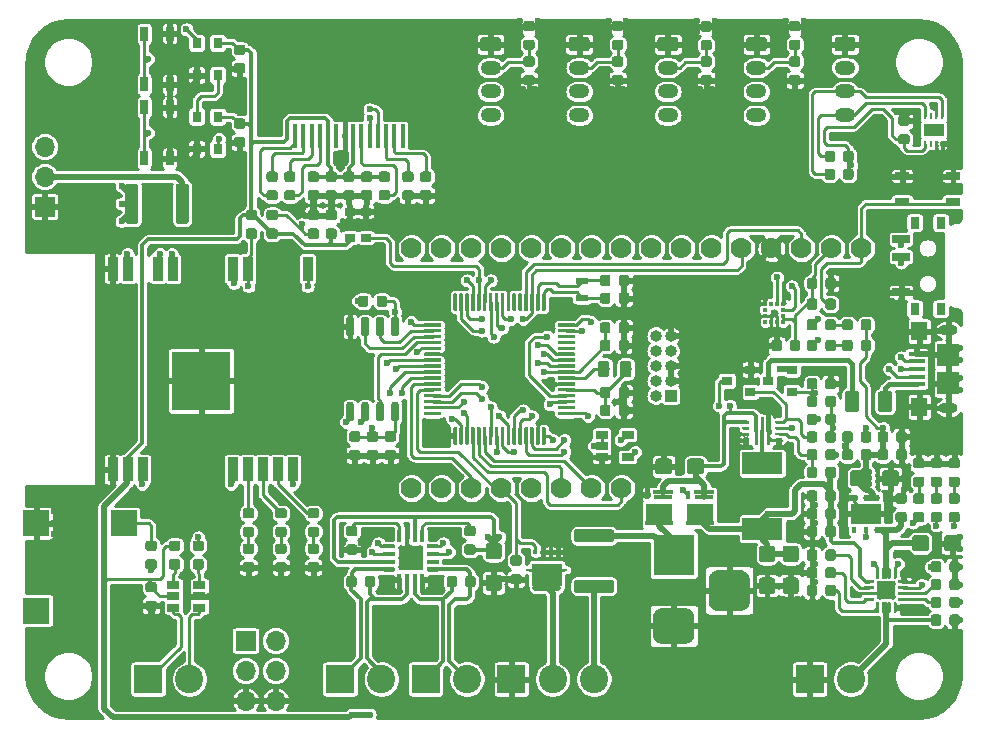
<source format=gbr>
G04 #@! TF.GenerationSoftware,KiCad,Pcbnew,5.0.2-5.fc29*
G04 #@! TF.CreationDate,2020-06-27T20:23:45+07:00*
G04 #@! TF.ProjectId,MP_SamBaseBoard_V1,4d505f53-616d-4426-9173-65426f617264,rev?*
G04 #@! TF.SameCoordinates,Original*
G04 #@! TF.FileFunction,Copper,L1,Top*
G04 #@! TF.FilePolarity,Positive*
%FSLAX45Y45*%
G04 Gerber Fmt 4.5, Leading zero omitted, Abs format (unit mm)*
G04 Created by KiCad (PCBNEW 5.0.2-5.fc29) date Sat 27 Jun 2020 08:23:45 PM +07*
%MOMM*%
%LPD*%
G01*
G04 APERTURE LIST*
G04 #@! TA.AperFunction,SMDPad,CuDef*
%ADD10R,0.300000X0.750000*%
G04 #@! TD*
G04 #@! TA.AperFunction,SMDPad,CuDef*
%ADD11R,0.300000X0.400000*%
G04 #@! TD*
G04 #@! TA.AperFunction,SMDPad,CuDef*
%ADD12R,1.634000X0.400000*%
G04 #@! TD*
G04 #@! TA.AperFunction,SMDPad,CuDef*
%ADD13R,2.300000X1.500000*%
G04 #@! TD*
G04 #@! TA.AperFunction,ComponentPad*
%ADD14C,1.778000*%
G04 #@! TD*
G04 #@! TA.AperFunction,Conductor*
%ADD15C,0.100000*%
G04 #@! TD*
G04 #@! TA.AperFunction,SMDPad,CuDef*
%ADD16C,0.875000*%
G04 #@! TD*
G04 #@! TA.AperFunction,SMDPad,CuDef*
%ADD17C,0.250000*%
G04 #@! TD*
G04 #@! TA.AperFunction,SMDPad,CuDef*
%ADD18C,1.350000*%
G04 #@! TD*
G04 #@! TA.AperFunction,SMDPad,CuDef*
%ADD19R,0.800000X0.950000*%
G04 #@! TD*
G04 #@! TA.AperFunction,ComponentPad*
%ADD20O,1.700000X1.700000*%
G04 #@! TD*
G04 #@! TA.AperFunction,ComponentPad*
%ADD21R,1.700000X1.700000*%
G04 #@! TD*
G04 #@! TA.AperFunction,ComponentPad*
%ADD22O,1.750000X1.200000*%
G04 #@! TD*
G04 #@! TA.AperFunction,ComponentPad*
%ADD23C,1.200000*%
G04 #@! TD*
G04 #@! TA.AperFunction,ComponentPad*
%ADD24O,1.000000X1.000000*%
G04 #@! TD*
G04 #@! TA.AperFunction,ComponentPad*
%ADD25R,1.000000X1.000000*%
G04 #@! TD*
G04 #@! TA.AperFunction,ComponentPad*
%ADD26C,3.500000*%
G04 #@! TD*
G04 #@! TA.AperFunction,ComponentPad*
%ADD27C,3.000000*%
G04 #@! TD*
G04 #@! TA.AperFunction,ComponentPad*
%ADD28R,3.500000X3.500000*%
G04 #@! TD*
G04 #@! TA.AperFunction,SMDPad,CuDef*
%ADD29C,0.975000*%
G04 #@! TD*
G04 #@! TA.AperFunction,SMDPad,CuDef*
%ADD30R,0.900000X0.660000*%
G04 #@! TD*
G04 #@! TA.AperFunction,SMDPad,CuDef*
%ADD31R,0.900000X0.800000*%
G04 #@! TD*
G04 #@! TA.AperFunction,SMDPad,CuDef*
%ADD32R,0.900000X2.000000*%
G04 #@! TD*
G04 #@! TA.AperFunction,SMDPad,CuDef*
%ADD33R,5.000000X5.000000*%
G04 #@! TD*
G04 #@! TA.AperFunction,SMDPad,CuDef*
%ADD34C,0.300000*%
G04 #@! TD*
G04 #@! TA.AperFunction,SMDPad,CuDef*
%ADD35R,1.060000X0.650000*%
G04 #@! TD*
G04 #@! TA.AperFunction,ViaPad*
%ADD36C,0.500000*%
G04 #@! TD*
G04 #@! TA.AperFunction,SMDPad,CuDef*
%ADD37R,2.100000X2.100000*%
G04 #@! TD*
G04 #@! TA.AperFunction,SMDPad,CuDef*
%ADD38C,0.350000*%
G04 #@! TD*
G04 #@! TA.AperFunction,SMDPad,CuDef*
%ADD39R,1.100000X0.600000*%
G04 #@! TD*
G04 #@! TA.AperFunction,SMDPad,CuDef*
%ADD40R,2.195000X2.195000*%
G04 #@! TD*
G04 #@! TA.AperFunction,SMDPad,CuDef*
%ADD41R,1.350000X0.400000*%
G04 #@! TD*
G04 #@! TA.AperFunction,SMDPad,CuDef*
%ADD42R,1.400000X1.600000*%
G04 #@! TD*
G04 #@! TA.AperFunction,ComponentPad*
%ADD43O,1.600000X0.900000*%
G04 #@! TD*
G04 #@! TA.AperFunction,SMDPad,CuDef*
%ADD44R,1.900000X1.900000*%
G04 #@! TD*
G04 #@! TA.AperFunction,ComponentPad*
%ADD45C,2.400000*%
G04 #@! TD*
G04 #@! TA.AperFunction,ComponentPad*
%ADD46R,2.400000X2.400000*%
G04 #@! TD*
G04 #@! TA.AperFunction,SMDPad,CuDef*
%ADD47C,0.600000*%
G04 #@! TD*
G04 #@! TA.AperFunction,SMDPad,CuDef*
%ADD48R,3.400000X1.850000*%
G04 #@! TD*
G04 #@! TA.AperFunction,SMDPad,CuDef*
%ADD49R,1.250000X0.650000*%
G04 #@! TD*
G04 #@! TA.AperFunction,SMDPad,CuDef*
%ADD50R,1.500000X0.700000*%
G04 #@! TD*
G04 #@! TA.AperFunction,SMDPad,CuDef*
%ADD51R,0.800000X1.000000*%
G04 #@! TD*
G04 #@! TA.AperFunction,SMDPad,CuDef*
%ADD52R,0.650000X1.250000*%
G04 #@! TD*
G04 #@! TA.AperFunction,SMDPad,CuDef*
%ADD53R,1.600000X1.600000*%
G04 #@! TD*
G04 #@! TA.AperFunction,SMDPad,CuDef*
%ADD54R,1.700000X1.000000*%
G04 #@! TD*
G04 #@! TA.AperFunction,SMDPad,CuDef*
%ADD55R,0.250000X0.550000*%
G04 #@! TD*
G04 #@! TA.AperFunction,SMDPad,CuDef*
%ADD56R,2.600000X1.700000*%
G04 #@! TD*
G04 #@! TA.AperFunction,SMDPad,CuDef*
%ADD57R,0.450000X0.630000*%
G04 #@! TD*
G04 #@! TA.AperFunction,SMDPad,CuDef*
%ADD58R,0.375000X0.350000*%
G04 #@! TD*
G04 #@! TA.AperFunction,SMDPad,CuDef*
%ADD59R,0.350000X0.375000*%
G04 #@! TD*
G04 #@! TA.AperFunction,SMDPad,CuDef*
%ADD60C,1.250000*%
G04 #@! TD*
G04 #@! TA.AperFunction,SMDPad,CuDef*
%ADD61C,1.125000*%
G04 #@! TD*
G04 #@! TA.AperFunction,SMDPad,CuDef*
%ADD62R,0.500000X0.200000*%
G04 #@! TD*
G04 #@! TA.AperFunction,SMDPad,CuDef*
%ADD63R,2.500000X1.880000*%
G04 #@! TD*
G04 #@! TA.AperFunction,SMDPad,CuDef*
%ADD64R,0.350000X2.000000*%
G04 #@! TD*
G04 #@! TA.AperFunction,ViaPad*
%ADD65C,0.600000*%
G04 #@! TD*
G04 #@! TA.AperFunction,Conductor*
%ADD66C,0.250000*%
G04 #@! TD*
G04 #@! TA.AperFunction,Conductor*
%ADD67C,0.300000*%
G04 #@! TD*
G04 #@! TA.AperFunction,Conductor*
%ADD68C,0.500000*%
G04 #@! TD*
G04 #@! TA.AperFunction,Conductor*
%ADD69C,0.350000*%
G04 #@! TD*
G04 #@! TA.AperFunction,Conductor*
%ADD70C,0.400000*%
G04 #@! TD*
G04 APERTURE END LIST*
D10*
G04 #@! TO.P,U12,4*
G04 #@! TO.N,Net-(Q3-Pad3)*
X18150000Y-11312500D03*
D11*
G04 #@! TO.P,U12,3*
G04 #@! TO.N,VIN*
X18216600Y-11295000D03*
G04 #@! TO.P,U12,2*
X18283400Y-11295000D03*
G04 #@! TO.P,U12,1*
X18350000Y-11295000D03*
G04 #@! TO.P,U12,8*
G04 #@! TO.N,+5V*
X18350000Y-11555000D03*
G04 #@! TO.P,U12,7*
X18283400Y-11555000D03*
G04 #@! TO.P,U12,6*
X18216600Y-11555000D03*
G04 #@! TO.P,U12,5*
X18150000Y-11555000D03*
D12*
G04 #@! TO.P,U12,1*
G04 #@! TO.N,VIN*
X18283300Y-11330000D03*
D13*
G04 #@! TO.P,U12,5*
G04 #@! TO.N,+5V*
X18250000Y-11465000D03*
G04 #@! TD*
D14*
G04 #@! TO.P,J3,1*
G04 #@! TO.N,~RESET*
X19615000Y-9227000D03*
G04 #@! TO.P,J3,2*
G04 #@! TO.N,+3V3*
X19361000Y-9227000D03*
G04 #@! TO.P,J3,3*
G04 #@! TO.N,AREF*
X19107000Y-9227000D03*
G04 #@! TO.P,J3,4*
G04 #@! TO.N,GND*
X18853000Y-9227000D03*
G04 #@! TO.P,J3,16*
G04 #@! TO.N,Adf_D4*
X15805000Y-9227000D03*
G04 #@! TO.P,J3,15*
G04 #@! TO.N,D1_TxD0*
X16059000Y-9227000D03*
G04 #@! TO.P,J3,14*
G04 #@! TO.N,D0_RxD0*
X16313000Y-9227000D03*
G04 #@! TO.P,J3,13*
G04 #@! TO.N,SPI_MISO*
X16567000Y-9227000D03*
G04 #@! TO.P,J3,12*
G04 #@! TO.N,SPI_MOSI*
X16821000Y-9227000D03*
G04 #@! TO.P,J3,11*
G04 #@! TO.N,SPI_SCK*
X17075000Y-9227000D03*
G04 #@! TO.P,J3,10*
G04 #@! TO.N,Adf_A5*
X17329000Y-9227000D03*
G04 #@! TO.P,J3,9*
G04 #@! TO.N,Adf_A4*
X17583000Y-9227000D03*
G04 #@! TO.P,J3,8*
G04 #@! TO.N,Adf_A3*
X17837000Y-9227000D03*
G04 #@! TO.P,J3,7*
G04 #@! TO.N,Adf_A2*
X18091000Y-9227000D03*
G04 #@! TO.P,J3,6*
G04 #@! TO.N,Adf_A1_DAC1*
X18345000Y-9227000D03*
G04 #@! TO.P,J3,5*
G04 #@! TO.N,Adf_A0_DAC0*
X18599000Y-9227000D03*
G04 #@! TO.P,J3,17*
G04 #@! TO.N,I2C_SDA*
X15805000Y-11259000D03*
G04 #@! TO.P,J3,18*
G04 #@! TO.N,I2C_SCL*
X16059000Y-11259000D03*
G04 #@! TO.P,J3,19*
G04 #@! TO.N,Adf_D5*
X16313000Y-11259000D03*
G04 #@! TO.P,J3,20*
G04 #@! TO.N,Adf_D6*
X16567000Y-11259000D03*
G04 #@! TO.P,J3,21*
G04 #@! TO.N,Adf_D9*
X16821000Y-11259000D03*
G04 #@! TO.P,J3,22*
G04 #@! TO.N,Adf_D10*
X17075000Y-11259000D03*
G04 #@! TO.P,J3,23*
G04 #@! TO.N,Adf_D11*
X17329000Y-11259000D03*
G04 #@! TO.P,J3,24*
G04 #@! TO.N,Adf_D12*
X17583000Y-11259000D03*
G04 #@! TD*
D15*
G04 #@! TO.N,GND*
G04 #@! TO.C,R11*
G36*
X20427769Y-11877605D02*
X20429893Y-11877920D01*
X20431975Y-11878442D01*
X20433996Y-11879165D01*
X20435937Y-11880083D01*
X20437778Y-11881187D01*
X20439502Y-11882465D01*
X20441093Y-11883907D01*
X20442535Y-11885498D01*
X20443813Y-11887222D01*
X20444917Y-11889063D01*
X20445835Y-11891004D01*
X20446558Y-11893025D01*
X20447080Y-11895107D01*
X20447395Y-11897231D01*
X20447500Y-11899375D01*
X20447500Y-11950625D01*
X20447395Y-11952769D01*
X20447080Y-11954893D01*
X20446558Y-11956975D01*
X20445835Y-11958996D01*
X20444917Y-11960937D01*
X20443813Y-11962778D01*
X20442535Y-11964502D01*
X20441093Y-11966093D01*
X20439502Y-11967535D01*
X20437778Y-11968813D01*
X20435937Y-11969917D01*
X20433996Y-11970835D01*
X20431975Y-11971558D01*
X20429893Y-11972080D01*
X20427769Y-11972395D01*
X20425625Y-11972500D01*
X20381875Y-11972500D01*
X20379731Y-11972395D01*
X20377607Y-11972080D01*
X20375525Y-11971558D01*
X20373504Y-11970835D01*
X20371563Y-11969917D01*
X20369722Y-11968813D01*
X20367998Y-11967535D01*
X20366407Y-11966093D01*
X20364965Y-11964502D01*
X20363687Y-11962778D01*
X20362583Y-11960937D01*
X20361665Y-11958996D01*
X20360942Y-11956975D01*
X20360420Y-11954893D01*
X20360105Y-11952769D01*
X20360000Y-11950625D01*
X20360000Y-11899375D01*
X20360105Y-11897231D01*
X20360420Y-11895107D01*
X20360942Y-11893025D01*
X20361665Y-11891004D01*
X20362583Y-11889063D01*
X20363687Y-11887222D01*
X20364965Y-11885498D01*
X20366407Y-11883907D01*
X20367998Y-11882465D01*
X20369722Y-11881187D01*
X20371563Y-11880083D01*
X20373504Y-11879165D01*
X20375525Y-11878442D01*
X20377607Y-11877920D01*
X20379731Y-11877605D01*
X20381875Y-11877500D01*
X20425625Y-11877500D01*
X20427769Y-11877605D01*
X20427769Y-11877605D01*
G37*
D16*
G04 #@! TD*
G04 #@! TO.P,R11,2*
G04 #@! TO.N,GND*
X20403750Y-11925000D03*
D15*
G04 #@! TO.N,ILIM*
G04 #@! TO.C,R11*
G36*
X20270269Y-11877605D02*
X20272393Y-11877920D01*
X20274475Y-11878442D01*
X20276496Y-11879165D01*
X20278437Y-11880083D01*
X20280278Y-11881187D01*
X20282002Y-11882465D01*
X20283593Y-11883907D01*
X20285035Y-11885498D01*
X20286313Y-11887222D01*
X20287417Y-11889063D01*
X20288335Y-11891004D01*
X20289058Y-11893025D01*
X20289580Y-11895107D01*
X20289895Y-11897231D01*
X20290000Y-11899375D01*
X20290000Y-11950625D01*
X20289895Y-11952769D01*
X20289580Y-11954893D01*
X20289058Y-11956975D01*
X20288335Y-11958996D01*
X20287417Y-11960937D01*
X20286313Y-11962778D01*
X20285035Y-11964502D01*
X20283593Y-11966093D01*
X20282002Y-11967535D01*
X20280278Y-11968813D01*
X20278437Y-11969917D01*
X20276496Y-11970835D01*
X20274475Y-11971558D01*
X20272393Y-11972080D01*
X20270269Y-11972395D01*
X20268125Y-11972500D01*
X20224375Y-11972500D01*
X20222231Y-11972395D01*
X20220107Y-11972080D01*
X20218025Y-11971558D01*
X20216004Y-11970835D01*
X20214063Y-11969917D01*
X20212222Y-11968813D01*
X20210498Y-11967535D01*
X20208907Y-11966093D01*
X20207465Y-11964502D01*
X20206187Y-11962778D01*
X20205083Y-11960937D01*
X20204165Y-11958996D01*
X20203442Y-11956975D01*
X20202920Y-11954893D01*
X20202605Y-11952769D01*
X20202500Y-11950625D01*
X20202500Y-11899375D01*
X20202605Y-11897231D01*
X20202920Y-11895107D01*
X20203442Y-11893025D01*
X20204165Y-11891004D01*
X20205083Y-11889063D01*
X20206187Y-11887222D01*
X20207465Y-11885498D01*
X20208907Y-11883907D01*
X20210498Y-11882465D01*
X20212222Y-11881187D01*
X20214063Y-11880083D01*
X20216004Y-11879165D01*
X20218025Y-11878442D01*
X20220107Y-11877920D01*
X20222231Y-11877605D01*
X20224375Y-11877500D01*
X20268125Y-11877500D01*
X20270269Y-11877605D01*
X20270269Y-11877605D01*
G37*
D16*
G04 #@! TD*
G04 #@! TO.P,R11,1*
G04 #@! TO.N,ILIM*
X20246250Y-11925000D03*
D15*
G04 #@! TO.N,GND*
G04 #@! TO.C,U4*
G36*
X18939363Y-10837530D02*
X18939969Y-10837620D01*
X18940564Y-10837769D01*
X18941142Y-10837976D01*
X18941696Y-10838238D01*
X18942222Y-10838553D01*
X18942715Y-10838919D01*
X18943169Y-10839331D01*
X18943581Y-10839785D01*
X18943947Y-10840278D01*
X18944262Y-10840804D01*
X18944524Y-10841358D01*
X18944731Y-10841936D01*
X18944880Y-10842531D01*
X18944970Y-10843137D01*
X18945000Y-10843750D01*
X18945000Y-10856250D01*
X18944970Y-10856863D01*
X18944880Y-10857469D01*
X18944731Y-10858064D01*
X18944524Y-10858642D01*
X18944262Y-10859196D01*
X18943947Y-10859722D01*
X18943581Y-10860215D01*
X18943169Y-10860669D01*
X18942715Y-10861081D01*
X18942222Y-10861447D01*
X18941696Y-10861762D01*
X18941142Y-10862024D01*
X18940564Y-10862231D01*
X18939969Y-10862380D01*
X18939363Y-10862470D01*
X18938750Y-10862500D01*
X18891250Y-10862500D01*
X18890637Y-10862470D01*
X18890031Y-10862380D01*
X18889436Y-10862231D01*
X18888858Y-10862024D01*
X18888304Y-10861762D01*
X18887778Y-10861447D01*
X18887285Y-10861081D01*
X18886831Y-10860669D01*
X18886419Y-10860215D01*
X18886053Y-10859722D01*
X18885738Y-10859196D01*
X18885476Y-10858642D01*
X18885269Y-10858064D01*
X18885120Y-10857469D01*
X18885030Y-10856863D01*
X18885000Y-10856250D01*
X18885000Y-10843750D01*
X18885030Y-10843137D01*
X18885120Y-10842531D01*
X18885269Y-10841936D01*
X18885476Y-10841358D01*
X18885738Y-10840804D01*
X18886053Y-10840278D01*
X18886419Y-10839785D01*
X18886831Y-10839331D01*
X18887285Y-10838919D01*
X18887778Y-10838553D01*
X18888304Y-10838238D01*
X18888858Y-10837976D01*
X18889436Y-10837769D01*
X18890031Y-10837620D01*
X18890637Y-10837530D01*
X18891250Y-10837500D01*
X18938750Y-10837500D01*
X18939363Y-10837530D01*
X18939363Y-10837530D01*
G37*
D17*
G04 #@! TD*
G04 #@! TO.P,U4,4*
G04 #@! TO.N,GND*
X18915000Y-10850000D03*
D15*
G04 #@! TO.N,Net-(R6-Pad2)*
G04 #@! TO.C,U4*
G36*
X18939363Y-10787530D02*
X18939969Y-10787620D01*
X18940564Y-10787769D01*
X18941142Y-10787976D01*
X18941696Y-10788238D01*
X18942222Y-10788553D01*
X18942715Y-10788919D01*
X18943169Y-10789331D01*
X18943581Y-10789785D01*
X18943947Y-10790278D01*
X18944262Y-10790804D01*
X18944524Y-10791358D01*
X18944731Y-10791936D01*
X18944880Y-10792531D01*
X18944970Y-10793137D01*
X18945000Y-10793750D01*
X18945000Y-10806250D01*
X18944970Y-10806863D01*
X18944880Y-10807469D01*
X18944731Y-10808064D01*
X18944524Y-10808642D01*
X18944262Y-10809196D01*
X18943947Y-10809722D01*
X18943581Y-10810215D01*
X18943169Y-10810669D01*
X18942715Y-10811081D01*
X18942222Y-10811447D01*
X18941696Y-10811762D01*
X18941142Y-10812024D01*
X18940564Y-10812231D01*
X18939969Y-10812380D01*
X18939363Y-10812470D01*
X18938750Y-10812500D01*
X18891250Y-10812500D01*
X18890637Y-10812470D01*
X18890031Y-10812380D01*
X18889436Y-10812231D01*
X18888858Y-10812024D01*
X18888304Y-10811762D01*
X18887778Y-10811447D01*
X18887285Y-10811081D01*
X18886831Y-10810669D01*
X18886419Y-10810215D01*
X18886053Y-10809722D01*
X18885738Y-10809196D01*
X18885476Y-10808642D01*
X18885269Y-10808064D01*
X18885120Y-10807469D01*
X18885030Y-10806863D01*
X18885000Y-10806250D01*
X18885000Y-10793750D01*
X18885030Y-10793137D01*
X18885120Y-10792531D01*
X18885269Y-10791936D01*
X18885476Y-10791358D01*
X18885738Y-10790804D01*
X18886053Y-10790278D01*
X18886419Y-10789785D01*
X18886831Y-10789331D01*
X18887285Y-10788919D01*
X18887778Y-10788553D01*
X18888304Y-10788238D01*
X18888858Y-10787976D01*
X18889436Y-10787769D01*
X18890031Y-10787620D01*
X18890637Y-10787530D01*
X18891250Y-10787500D01*
X18938750Y-10787500D01*
X18939363Y-10787530D01*
X18939363Y-10787530D01*
G37*
D17*
G04 #@! TD*
G04 #@! TO.P,U4,5*
G04 #@! TO.N,Net-(R6-Pad2)*
X18915000Y-10800000D03*
D15*
G04 #@! TO.N,+5V*
G04 #@! TO.C,U4*
G36*
X18939363Y-10737530D02*
X18939969Y-10737620D01*
X18940564Y-10737769D01*
X18941142Y-10737976D01*
X18941696Y-10738238D01*
X18942222Y-10738553D01*
X18942715Y-10738919D01*
X18943169Y-10739331D01*
X18943581Y-10739785D01*
X18943947Y-10740278D01*
X18944262Y-10740804D01*
X18944524Y-10741358D01*
X18944731Y-10741936D01*
X18944880Y-10742531D01*
X18944970Y-10743137D01*
X18945000Y-10743750D01*
X18945000Y-10756250D01*
X18944970Y-10756863D01*
X18944880Y-10757469D01*
X18944731Y-10758064D01*
X18944524Y-10758642D01*
X18944262Y-10759196D01*
X18943947Y-10759722D01*
X18943581Y-10760215D01*
X18943169Y-10760669D01*
X18942715Y-10761081D01*
X18942222Y-10761447D01*
X18941696Y-10761762D01*
X18941142Y-10762024D01*
X18940564Y-10762231D01*
X18939969Y-10762380D01*
X18939363Y-10762470D01*
X18938750Y-10762500D01*
X18891250Y-10762500D01*
X18890637Y-10762470D01*
X18890031Y-10762380D01*
X18889436Y-10762231D01*
X18888858Y-10762024D01*
X18888304Y-10761762D01*
X18887778Y-10761447D01*
X18887285Y-10761081D01*
X18886831Y-10760669D01*
X18886419Y-10760215D01*
X18886053Y-10759722D01*
X18885738Y-10759196D01*
X18885476Y-10758642D01*
X18885269Y-10758064D01*
X18885120Y-10757469D01*
X18885030Y-10756863D01*
X18885000Y-10756250D01*
X18885000Y-10743750D01*
X18885030Y-10743137D01*
X18885120Y-10742531D01*
X18885269Y-10741936D01*
X18885476Y-10741358D01*
X18885738Y-10740804D01*
X18886053Y-10740278D01*
X18886419Y-10739785D01*
X18886831Y-10739331D01*
X18887285Y-10738919D01*
X18887778Y-10738553D01*
X18888304Y-10738238D01*
X18888858Y-10737976D01*
X18889436Y-10737769D01*
X18890031Y-10737620D01*
X18890637Y-10737530D01*
X18891250Y-10737500D01*
X18938750Y-10737500D01*
X18939363Y-10737530D01*
X18939363Y-10737530D01*
G37*
D17*
G04 #@! TD*
G04 #@! TO.P,U4,6*
G04 #@! TO.N,+5V*
X18915000Y-10750000D03*
D15*
G04 #@! TO.N,GND*
G04 #@! TO.C,U4*
G36*
X18659363Y-10837530D02*
X18659969Y-10837620D01*
X18660564Y-10837769D01*
X18661142Y-10837976D01*
X18661696Y-10838238D01*
X18662222Y-10838553D01*
X18662715Y-10838919D01*
X18663169Y-10839331D01*
X18663581Y-10839785D01*
X18663947Y-10840278D01*
X18664262Y-10840804D01*
X18664524Y-10841358D01*
X18664731Y-10841936D01*
X18664880Y-10842531D01*
X18664970Y-10843137D01*
X18665000Y-10843750D01*
X18665000Y-10856250D01*
X18664970Y-10856863D01*
X18664880Y-10857469D01*
X18664731Y-10858064D01*
X18664524Y-10858642D01*
X18664262Y-10859196D01*
X18663947Y-10859722D01*
X18663581Y-10860215D01*
X18663169Y-10860669D01*
X18662715Y-10861081D01*
X18662222Y-10861447D01*
X18661696Y-10861762D01*
X18661142Y-10862024D01*
X18660564Y-10862231D01*
X18659969Y-10862380D01*
X18659363Y-10862470D01*
X18658750Y-10862500D01*
X18611250Y-10862500D01*
X18610637Y-10862470D01*
X18610031Y-10862380D01*
X18609436Y-10862231D01*
X18608858Y-10862024D01*
X18608304Y-10861762D01*
X18607778Y-10861447D01*
X18607285Y-10861081D01*
X18606831Y-10860669D01*
X18606419Y-10860215D01*
X18606053Y-10859722D01*
X18605738Y-10859196D01*
X18605476Y-10858642D01*
X18605269Y-10858064D01*
X18605120Y-10857469D01*
X18605030Y-10856863D01*
X18605000Y-10856250D01*
X18605000Y-10843750D01*
X18605030Y-10843137D01*
X18605120Y-10842531D01*
X18605269Y-10841936D01*
X18605476Y-10841358D01*
X18605738Y-10840804D01*
X18606053Y-10840278D01*
X18606419Y-10839785D01*
X18606831Y-10839331D01*
X18607285Y-10838919D01*
X18607778Y-10838553D01*
X18608304Y-10838238D01*
X18608858Y-10837976D01*
X18609436Y-10837769D01*
X18610031Y-10837620D01*
X18610637Y-10837530D01*
X18611250Y-10837500D01*
X18658750Y-10837500D01*
X18659363Y-10837530D01*
X18659363Y-10837530D01*
G37*
D17*
G04 #@! TD*
G04 #@! TO.P,U4,11*
G04 #@! TO.N,GND*
X18635000Y-10850000D03*
D15*
G04 #@! TO.N,GND*
G04 #@! TO.C,U4*
G36*
X18659363Y-10787530D02*
X18659969Y-10787620D01*
X18660564Y-10787769D01*
X18661142Y-10787976D01*
X18661696Y-10788238D01*
X18662222Y-10788553D01*
X18662715Y-10788919D01*
X18663169Y-10789331D01*
X18663581Y-10789785D01*
X18663947Y-10790278D01*
X18664262Y-10790804D01*
X18664524Y-10791358D01*
X18664731Y-10791936D01*
X18664880Y-10792531D01*
X18664970Y-10793137D01*
X18665000Y-10793750D01*
X18665000Y-10806250D01*
X18664970Y-10806863D01*
X18664880Y-10807469D01*
X18664731Y-10808064D01*
X18664524Y-10808642D01*
X18664262Y-10809196D01*
X18663947Y-10809722D01*
X18663581Y-10810215D01*
X18663169Y-10810669D01*
X18662715Y-10811081D01*
X18662222Y-10811447D01*
X18661696Y-10811762D01*
X18661142Y-10812024D01*
X18660564Y-10812231D01*
X18659969Y-10812380D01*
X18659363Y-10812470D01*
X18658750Y-10812500D01*
X18611250Y-10812500D01*
X18610637Y-10812470D01*
X18610031Y-10812380D01*
X18609436Y-10812231D01*
X18608858Y-10812024D01*
X18608304Y-10811762D01*
X18607778Y-10811447D01*
X18607285Y-10811081D01*
X18606831Y-10810669D01*
X18606419Y-10810215D01*
X18606053Y-10809722D01*
X18605738Y-10809196D01*
X18605476Y-10808642D01*
X18605269Y-10808064D01*
X18605120Y-10807469D01*
X18605030Y-10806863D01*
X18605000Y-10806250D01*
X18605000Y-10793750D01*
X18605030Y-10793137D01*
X18605120Y-10792531D01*
X18605269Y-10791936D01*
X18605476Y-10791358D01*
X18605738Y-10790804D01*
X18606053Y-10790278D01*
X18606419Y-10789785D01*
X18606831Y-10789331D01*
X18607285Y-10788919D01*
X18607778Y-10788553D01*
X18608304Y-10788238D01*
X18608858Y-10787976D01*
X18609436Y-10787769D01*
X18610031Y-10787620D01*
X18610637Y-10787530D01*
X18611250Y-10787500D01*
X18658750Y-10787500D01*
X18659363Y-10787530D01*
X18659363Y-10787530D01*
G37*
D17*
G04 #@! TD*
G04 #@! TO.P,U4,10*
G04 #@! TO.N,GND*
X18635000Y-10800000D03*
D15*
G04 #@! TO.N,N/C*
G04 #@! TO.C,U4*
G36*
X18659363Y-10737530D02*
X18659969Y-10737620D01*
X18660564Y-10737769D01*
X18661142Y-10737976D01*
X18661696Y-10738238D01*
X18662222Y-10738553D01*
X18662715Y-10738919D01*
X18663169Y-10739331D01*
X18663581Y-10739785D01*
X18663947Y-10740278D01*
X18664262Y-10740804D01*
X18664524Y-10741358D01*
X18664731Y-10741936D01*
X18664880Y-10742531D01*
X18664970Y-10743137D01*
X18665000Y-10743750D01*
X18665000Y-10756250D01*
X18664970Y-10756863D01*
X18664880Y-10757469D01*
X18664731Y-10758064D01*
X18664524Y-10758642D01*
X18664262Y-10759196D01*
X18663947Y-10759722D01*
X18663581Y-10760215D01*
X18663169Y-10760669D01*
X18662715Y-10761081D01*
X18662222Y-10761447D01*
X18661696Y-10761762D01*
X18661142Y-10762024D01*
X18660564Y-10762231D01*
X18659969Y-10762380D01*
X18659363Y-10762470D01*
X18658750Y-10762500D01*
X18611250Y-10762500D01*
X18610637Y-10762470D01*
X18610031Y-10762380D01*
X18609436Y-10762231D01*
X18608858Y-10762024D01*
X18608304Y-10761762D01*
X18607778Y-10761447D01*
X18607285Y-10761081D01*
X18606831Y-10760669D01*
X18606419Y-10760215D01*
X18606053Y-10759722D01*
X18605738Y-10759196D01*
X18605476Y-10758642D01*
X18605269Y-10758064D01*
X18605120Y-10757469D01*
X18605030Y-10756863D01*
X18605000Y-10756250D01*
X18605000Y-10743750D01*
X18605030Y-10743137D01*
X18605120Y-10742531D01*
X18605269Y-10741936D01*
X18605476Y-10741358D01*
X18605738Y-10740804D01*
X18606053Y-10740278D01*
X18606419Y-10739785D01*
X18606831Y-10739331D01*
X18607285Y-10738919D01*
X18607778Y-10738553D01*
X18608304Y-10738238D01*
X18608858Y-10737976D01*
X18609436Y-10737769D01*
X18610031Y-10737620D01*
X18610637Y-10737530D01*
X18611250Y-10737500D01*
X18658750Y-10737500D01*
X18659363Y-10737530D01*
X18659363Y-10737530D01*
G37*
D17*
G04 #@! TD*
G04 #@! TO.P,U4,9*
G04 #@! TO.N,N/C*
X18635000Y-10750000D03*
D15*
G04 #@! TO.N,VIN*
G04 #@! TO.C,U4*
G36*
X18659363Y-10687530D02*
X18659969Y-10687620D01*
X18660564Y-10687769D01*
X18661142Y-10687976D01*
X18661696Y-10688238D01*
X18662222Y-10688553D01*
X18662715Y-10688919D01*
X18663169Y-10689331D01*
X18663581Y-10689785D01*
X18663947Y-10690278D01*
X18664262Y-10690804D01*
X18664524Y-10691358D01*
X18664731Y-10691936D01*
X18664880Y-10692531D01*
X18664970Y-10693137D01*
X18665000Y-10693750D01*
X18665000Y-10706250D01*
X18664970Y-10706863D01*
X18664880Y-10707469D01*
X18664731Y-10708064D01*
X18664524Y-10708642D01*
X18664262Y-10709196D01*
X18663947Y-10709722D01*
X18663581Y-10710215D01*
X18663169Y-10710669D01*
X18662715Y-10711081D01*
X18662222Y-10711447D01*
X18661696Y-10711762D01*
X18661142Y-10712024D01*
X18660564Y-10712231D01*
X18659969Y-10712380D01*
X18659363Y-10712470D01*
X18658750Y-10712500D01*
X18611250Y-10712500D01*
X18610637Y-10712470D01*
X18610031Y-10712380D01*
X18609436Y-10712231D01*
X18608858Y-10712024D01*
X18608304Y-10711762D01*
X18607778Y-10711447D01*
X18607285Y-10711081D01*
X18606831Y-10710669D01*
X18606419Y-10710215D01*
X18606053Y-10709722D01*
X18605738Y-10709196D01*
X18605476Y-10708642D01*
X18605269Y-10708064D01*
X18605120Y-10707469D01*
X18605030Y-10706863D01*
X18605000Y-10706250D01*
X18605000Y-10693750D01*
X18605030Y-10693137D01*
X18605120Y-10692531D01*
X18605269Y-10691936D01*
X18605476Y-10691358D01*
X18605738Y-10690804D01*
X18606053Y-10690278D01*
X18606419Y-10689785D01*
X18606831Y-10689331D01*
X18607285Y-10688919D01*
X18607778Y-10688553D01*
X18608304Y-10688238D01*
X18608858Y-10687976D01*
X18609436Y-10687769D01*
X18610031Y-10687620D01*
X18610637Y-10687530D01*
X18611250Y-10687500D01*
X18658750Y-10687500D01*
X18659363Y-10687530D01*
X18659363Y-10687530D01*
G37*
D17*
G04 #@! TD*
G04 #@! TO.P,U4,8*
G04 #@! TO.N,VIN*
X18635000Y-10700000D03*
D15*
G04 #@! TO.N,PG_5V*
G04 #@! TO.C,U4*
G36*
X18939363Y-10687530D02*
X18939969Y-10687620D01*
X18940564Y-10687769D01*
X18941142Y-10687976D01*
X18941696Y-10688238D01*
X18942222Y-10688553D01*
X18942715Y-10688919D01*
X18943169Y-10689331D01*
X18943581Y-10689785D01*
X18943947Y-10690278D01*
X18944262Y-10690804D01*
X18944524Y-10691358D01*
X18944731Y-10691936D01*
X18944880Y-10692531D01*
X18944970Y-10693137D01*
X18945000Y-10693750D01*
X18945000Y-10706250D01*
X18944970Y-10706863D01*
X18944880Y-10707469D01*
X18944731Y-10708064D01*
X18944524Y-10708642D01*
X18944262Y-10709196D01*
X18943947Y-10709722D01*
X18943581Y-10710215D01*
X18943169Y-10710669D01*
X18942715Y-10711081D01*
X18942222Y-10711447D01*
X18941696Y-10711762D01*
X18941142Y-10712024D01*
X18940564Y-10712231D01*
X18939969Y-10712380D01*
X18939363Y-10712470D01*
X18938750Y-10712500D01*
X18891250Y-10712500D01*
X18890637Y-10712470D01*
X18890031Y-10712380D01*
X18889436Y-10712231D01*
X18888858Y-10712024D01*
X18888304Y-10711762D01*
X18887778Y-10711447D01*
X18887285Y-10711081D01*
X18886831Y-10710669D01*
X18886419Y-10710215D01*
X18886053Y-10709722D01*
X18885738Y-10709196D01*
X18885476Y-10708642D01*
X18885269Y-10708064D01*
X18885120Y-10707469D01*
X18885030Y-10706863D01*
X18885000Y-10706250D01*
X18885000Y-10693750D01*
X18885030Y-10693137D01*
X18885120Y-10692531D01*
X18885269Y-10691936D01*
X18885476Y-10691358D01*
X18885738Y-10690804D01*
X18886053Y-10690278D01*
X18886419Y-10689785D01*
X18886831Y-10689331D01*
X18887285Y-10688919D01*
X18887778Y-10688553D01*
X18888304Y-10688238D01*
X18888858Y-10687976D01*
X18889436Y-10687769D01*
X18890031Y-10687620D01*
X18890637Y-10687530D01*
X18891250Y-10687500D01*
X18938750Y-10687500D01*
X18939363Y-10687530D01*
X18939363Y-10687530D01*
G37*
D17*
G04 #@! TD*
G04 #@! TO.P,U4,7*
G04 #@! TO.N,PG_5V*
X18915000Y-10700000D03*
D15*
G04 #@! TO.N,VIN*
G04 #@! TO.C,U4*
G36*
X18731863Y-10655030D02*
X18732469Y-10655120D01*
X18733064Y-10655269D01*
X18733642Y-10655476D01*
X18734196Y-10655738D01*
X18734722Y-10656053D01*
X18735215Y-10656419D01*
X18735669Y-10656831D01*
X18736081Y-10657285D01*
X18736447Y-10657778D01*
X18736762Y-10658304D01*
X18737024Y-10658858D01*
X18737231Y-10659436D01*
X18737380Y-10660031D01*
X18737470Y-10660637D01*
X18737500Y-10661250D01*
X18737500Y-10888750D01*
X18737470Y-10889363D01*
X18737380Y-10889969D01*
X18737231Y-10890564D01*
X18737024Y-10891142D01*
X18736762Y-10891696D01*
X18736447Y-10892222D01*
X18736081Y-10892715D01*
X18735669Y-10893169D01*
X18735215Y-10893581D01*
X18734722Y-10893947D01*
X18734196Y-10894262D01*
X18733642Y-10894524D01*
X18733064Y-10894731D01*
X18732469Y-10894880D01*
X18731863Y-10894970D01*
X18731250Y-10895000D01*
X18718750Y-10895000D01*
X18718137Y-10894970D01*
X18717531Y-10894880D01*
X18716936Y-10894731D01*
X18716358Y-10894524D01*
X18715804Y-10894262D01*
X18715278Y-10893947D01*
X18714785Y-10893581D01*
X18714331Y-10893169D01*
X18713919Y-10892715D01*
X18713553Y-10892222D01*
X18713238Y-10891696D01*
X18712976Y-10891142D01*
X18712769Y-10890564D01*
X18712620Y-10889969D01*
X18712530Y-10889363D01*
X18712500Y-10888750D01*
X18712500Y-10661250D01*
X18712530Y-10660637D01*
X18712620Y-10660031D01*
X18712769Y-10659436D01*
X18712976Y-10658858D01*
X18713238Y-10658304D01*
X18713553Y-10657778D01*
X18713919Y-10657285D01*
X18714331Y-10656831D01*
X18714785Y-10656419D01*
X18715278Y-10656053D01*
X18715804Y-10655738D01*
X18716358Y-10655476D01*
X18716936Y-10655269D01*
X18717531Y-10655120D01*
X18718137Y-10655030D01*
X18718750Y-10655000D01*
X18731250Y-10655000D01*
X18731863Y-10655030D01*
X18731863Y-10655030D01*
G37*
D17*
G04 #@! TD*
G04 #@! TO.P,U4,1*
G04 #@! TO.N,VIN*
X18725000Y-10775000D03*
D15*
G04 #@! TO.N,GND*
G04 #@! TO.C,U4*
G36*
X18831863Y-10655030D02*
X18832469Y-10655120D01*
X18833064Y-10655269D01*
X18833642Y-10655476D01*
X18834196Y-10655738D01*
X18834722Y-10656053D01*
X18835215Y-10656419D01*
X18835669Y-10656831D01*
X18836081Y-10657285D01*
X18836447Y-10657778D01*
X18836762Y-10658304D01*
X18837024Y-10658858D01*
X18837231Y-10659436D01*
X18837380Y-10660031D01*
X18837470Y-10660637D01*
X18837500Y-10661250D01*
X18837500Y-10888750D01*
X18837470Y-10889363D01*
X18837380Y-10889969D01*
X18837231Y-10890564D01*
X18837024Y-10891142D01*
X18836762Y-10891696D01*
X18836447Y-10892222D01*
X18836081Y-10892715D01*
X18835669Y-10893169D01*
X18835215Y-10893581D01*
X18834722Y-10893947D01*
X18834196Y-10894262D01*
X18833642Y-10894524D01*
X18833064Y-10894731D01*
X18832469Y-10894880D01*
X18831863Y-10894970D01*
X18831250Y-10895000D01*
X18818750Y-10895000D01*
X18818137Y-10894970D01*
X18817531Y-10894880D01*
X18816936Y-10894731D01*
X18816358Y-10894524D01*
X18815804Y-10894262D01*
X18815278Y-10893947D01*
X18814785Y-10893581D01*
X18814331Y-10893169D01*
X18813919Y-10892715D01*
X18813553Y-10892222D01*
X18813238Y-10891696D01*
X18812976Y-10891142D01*
X18812769Y-10890564D01*
X18812620Y-10889969D01*
X18812530Y-10889363D01*
X18812500Y-10888750D01*
X18812500Y-10661250D01*
X18812530Y-10660637D01*
X18812620Y-10660031D01*
X18812769Y-10659436D01*
X18812976Y-10658858D01*
X18813238Y-10658304D01*
X18813553Y-10657778D01*
X18813919Y-10657285D01*
X18814331Y-10656831D01*
X18814785Y-10656419D01*
X18815278Y-10656053D01*
X18815804Y-10655738D01*
X18816358Y-10655476D01*
X18816936Y-10655269D01*
X18817531Y-10655120D01*
X18818137Y-10655030D01*
X18818750Y-10655000D01*
X18831250Y-10655000D01*
X18831863Y-10655030D01*
X18831863Y-10655030D01*
G37*
D17*
G04 #@! TD*
G04 #@! TO.P,U4,3*
G04 #@! TO.N,GND*
X18825000Y-10775000D03*
D15*
G04 #@! TO.N,Net-(L3-Pad1)*
G04 #@! TO.C,U4*
G36*
X18781863Y-10655030D02*
X18782469Y-10655120D01*
X18783064Y-10655269D01*
X18783642Y-10655476D01*
X18784196Y-10655738D01*
X18784722Y-10656053D01*
X18785215Y-10656419D01*
X18785669Y-10656831D01*
X18786081Y-10657285D01*
X18786447Y-10657778D01*
X18786762Y-10658304D01*
X18787024Y-10658858D01*
X18787231Y-10659436D01*
X18787380Y-10660031D01*
X18787470Y-10660637D01*
X18787500Y-10661250D01*
X18787500Y-10888750D01*
X18787470Y-10889363D01*
X18787380Y-10889969D01*
X18787231Y-10890564D01*
X18787024Y-10891142D01*
X18786762Y-10891696D01*
X18786447Y-10892222D01*
X18786081Y-10892715D01*
X18785669Y-10893169D01*
X18785215Y-10893581D01*
X18784722Y-10893947D01*
X18784196Y-10894262D01*
X18783642Y-10894524D01*
X18783064Y-10894731D01*
X18782469Y-10894880D01*
X18781863Y-10894970D01*
X18781250Y-10895000D01*
X18768750Y-10895000D01*
X18768137Y-10894970D01*
X18767531Y-10894880D01*
X18766936Y-10894731D01*
X18766358Y-10894524D01*
X18765804Y-10894262D01*
X18765278Y-10893947D01*
X18764785Y-10893581D01*
X18764331Y-10893169D01*
X18763919Y-10892715D01*
X18763553Y-10892222D01*
X18763238Y-10891696D01*
X18762976Y-10891142D01*
X18762769Y-10890564D01*
X18762620Y-10889969D01*
X18762530Y-10889363D01*
X18762500Y-10888750D01*
X18762500Y-10661250D01*
X18762530Y-10660637D01*
X18762620Y-10660031D01*
X18762769Y-10659436D01*
X18762976Y-10658858D01*
X18763238Y-10658304D01*
X18763553Y-10657778D01*
X18763919Y-10657285D01*
X18764331Y-10656831D01*
X18764785Y-10656419D01*
X18765278Y-10656053D01*
X18765804Y-10655738D01*
X18766358Y-10655476D01*
X18766936Y-10655269D01*
X18767531Y-10655120D01*
X18768137Y-10655030D01*
X18768750Y-10655000D01*
X18781250Y-10655000D01*
X18781863Y-10655030D01*
X18781863Y-10655030D01*
G37*
D17*
G04 #@! TD*
G04 #@! TO.P,U4,2*
G04 #@! TO.N,Net-(L3-Pad1)*
X18775000Y-10775000D03*
D15*
G04 #@! TO.N,+3V3*
G04 #@! TO.C,C1*
G36*
X19820269Y-10927605D02*
X19822393Y-10927920D01*
X19824475Y-10928442D01*
X19826496Y-10929165D01*
X19828437Y-10930083D01*
X19830278Y-10931187D01*
X19832002Y-10932465D01*
X19833593Y-10933907D01*
X19835035Y-10935498D01*
X19836313Y-10937222D01*
X19837417Y-10939063D01*
X19838335Y-10941004D01*
X19839058Y-10943025D01*
X19839580Y-10945107D01*
X19839895Y-10947231D01*
X19840000Y-10949375D01*
X19840000Y-11000625D01*
X19839895Y-11002769D01*
X19839580Y-11004893D01*
X19839058Y-11006975D01*
X19838335Y-11008996D01*
X19837417Y-11010937D01*
X19836313Y-11012778D01*
X19835035Y-11014502D01*
X19833593Y-11016093D01*
X19832002Y-11017535D01*
X19830278Y-11018813D01*
X19828437Y-11019917D01*
X19826496Y-11020835D01*
X19824475Y-11021558D01*
X19822393Y-11022080D01*
X19820269Y-11022395D01*
X19818125Y-11022500D01*
X19774375Y-11022500D01*
X19772231Y-11022395D01*
X19770107Y-11022080D01*
X19768025Y-11021558D01*
X19766004Y-11020835D01*
X19764063Y-11019917D01*
X19762222Y-11018813D01*
X19760498Y-11017535D01*
X19758907Y-11016093D01*
X19757465Y-11014502D01*
X19756187Y-11012778D01*
X19755083Y-11010937D01*
X19754165Y-11008996D01*
X19753442Y-11006975D01*
X19752920Y-11004893D01*
X19752605Y-11002769D01*
X19752500Y-11000625D01*
X19752500Y-10949375D01*
X19752605Y-10947231D01*
X19752920Y-10945107D01*
X19753442Y-10943025D01*
X19754165Y-10941004D01*
X19755083Y-10939063D01*
X19756187Y-10937222D01*
X19757465Y-10935498D01*
X19758907Y-10933907D01*
X19760498Y-10932465D01*
X19762222Y-10931187D01*
X19764063Y-10930083D01*
X19766004Y-10929165D01*
X19768025Y-10928442D01*
X19770107Y-10927920D01*
X19772231Y-10927605D01*
X19774375Y-10927500D01*
X19818125Y-10927500D01*
X19820269Y-10927605D01*
X19820269Y-10927605D01*
G37*
D16*
G04 #@! TD*
G04 #@! TO.P,C1,2*
G04 #@! TO.N,+3V3*
X19796250Y-10975000D03*
D15*
G04 #@! TO.N,GND*
G04 #@! TO.C,C1*
G36*
X19977769Y-10927605D02*
X19979893Y-10927920D01*
X19981975Y-10928442D01*
X19983996Y-10929165D01*
X19985937Y-10930083D01*
X19987778Y-10931187D01*
X19989502Y-10932465D01*
X19991093Y-10933907D01*
X19992535Y-10935498D01*
X19993813Y-10937222D01*
X19994917Y-10939063D01*
X19995835Y-10941004D01*
X19996558Y-10943025D01*
X19997080Y-10945107D01*
X19997395Y-10947231D01*
X19997500Y-10949375D01*
X19997500Y-11000625D01*
X19997395Y-11002769D01*
X19997080Y-11004893D01*
X19996558Y-11006975D01*
X19995835Y-11008996D01*
X19994917Y-11010937D01*
X19993813Y-11012778D01*
X19992535Y-11014502D01*
X19991093Y-11016093D01*
X19989502Y-11017535D01*
X19987778Y-11018813D01*
X19985937Y-11019917D01*
X19983996Y-11020835D01*
X19981975Y-11021558D01*
X19979893Y-11022080D01*
X19977769Y-11022395D01*
X19975625Y-11022500D01*
X19931875Y-11022500D01*
X19929731Y-11022395D01*
X19927607Y-11022080D01*
X19925525Y-11021558D01*
X19923504Y-11020835D01*
X19921563Y-11019917D01*
X19919722Y-11018813D01*
X19917998Y-11017535D01*
X19916407Y-11016093D01*
X19914965Y-11014502D01*
X19913687Y-11012778D01*
X19912583Y-11010937D01*
X19911665Y-11008996D01*
X19910942Y-11006975D01*
X19910420Y-11004893D01*
X19910105Y-11002769D01*
X19910000Y-11000625D01*
X19910000Y-10949375D01*
X19910105Y-10947231D01*
X19910420Y-10945107D01*
X19910942Y-10943025D01*
X19911665Y-10941004D01*
X19912583Y-10939063D01*
X19913687Y-10937222D01*
X19914965Y-10935498D01*
X19916407Y-10933907D01*
X19917998Y-10932465D01*
X19919722Y-10931187D01*
X19921563Y-10930083D01*
X19923504Y-10929165D01*
X19925525Y-10928442D01*
X19927607Y-10927920D01*
X19929731Y-10927605D01*
X19931875Y-10927500D01*
X19975625Y-10927500D01*
X19977769Y-10927605D01*
X19977769Y-10927605D01*
G37*
D16*
G04 #@! TD*
G04 #@! TO.P,C1,1*
G04 #@! TO.N,GND*
X19953750Y-10975000D03*
D15*
G04 #@! TO.N,+3V3*
G04 #@! TO.C,C2*
G36*
X19820269Y-10777605D02*
X19822393Y-10777920D01*
X19824475Y-10778442D01*
X19826496Y-10779165D01*
X19828437Y-10780083D01*
X19830278Y-10781187D01*
X19832002Y-10782465D01*
X19833593Y-10783907D01*
X19835035Y-10785498D01*
X19836313Y-10787222D01*
X19837417Y-10789063D01*
X19838335Y-10791004D01*
X19839058Y-10793025D01*
X19839580Y-10795107D01*
X19839895Y-10797231D01*
X19840000Y-10799375D01*
X19840000Y-10850625D01*
X19839895Y-10852769D01*
X19839580Y-10854893D01*
X19839058Y-10856975D01*
X19838335Y-10858996D01*
X19837417Y-10860937D01*
X19836313Y-10862778D01*
X19835035Y-10864502D01*
X19833593Y-10866093D01*
X19832002Y-10867535D01*
X19830278Y-10868813D01*
X19828437Y-10869917D01*
X19826496Y-10870835D01*
X19824475Y-10871558D01*
X19822393Y-10872080D01*
X19820269Y-10872395D01*
X19818125Y-10872500D01*
X19774375Y-10872500D01*
X19772231Y-10872395D01*
X19770107Y-10872080D01*
X19768025Y-10871558D01*
X19766004Y-10870835D01*
X19764063Y-10869917D01*
X19762222Y-10868813D01*
X19760498Y-10867535D01*
X19758907Y-10866093D01*
X19757465Y-10864502D01*
X19756187Y-10862778D01*
X19755083Y-10860937D01*
X19754165Y-10858996D01*
X19753442Y-10856975D01*
X19752920Y-10854893D01*
X19752605Y-10852769D01*
X19752500Y-10850625D01*
X19752500Y-10799375D01*
X19752605Y-10797231D01*
X19752920Y-10795107D01*
X19753442Y-10793025D01*
X19754165Y-10791004D01*
X19755083Y-10789063D01*
X19756187Y-10787222D01*
X19757465Y-10785498D01*
X19758907Y-10783907D01*
X19760498Y-10782465D01*
X19762222Y-10781187D01*
X19764063Y-10780083D01*
X19766004Y-10779165D01*
X19768025Y-10778442D01*
X19770107Y-10777920D01*
X19772231Y-10777605D01*
X19774375Y-10777500D01*
X19818125Y-10777500D01*
X19820269Y-10777605D01*
X19820269Y-10777605D01*
G37*
D16*
G04 #@! TD*
G04 #@! TO.P,C2,2*
G04 #@! TO.N,+3V3*
X19796250Y-10825000D03*
D15*
G04 #@! TO.N,GND*
G04 #@! TO.C,C2*
G36*
X19977769Y-10777605D02*
X19979893Y-10777920D01*
X19981975Y-10778442D01*
X19983996Y-10779165D01*
X19985937Y-10780083D01*
X19987778Y-10781187D01*
X19989502Y-10782465D01*
X19991093Y-10783907D01*
X19992535Y-10785498D01*
X19993813Y-10787222D01*
X19994917Y-10789063D01*
X19995835Y-10791004D01*
X19996558Y-10793025D01*
X19997080Y-10795107D01*
X19997395Y-10797231D01*
X19997500Y-10799375D01*
X19997500Y-10850625D01*
X19997395Y-10852769D01*
X19997080Y-10854893D01*
X19996558Y-10856975D01*
X19995835Y-10858996D01*
X19994917Y-10860937D01*
X19993813Y-10862778D01*
X19992535Y-10864502D01*
X19991093Y-10866093D01*
X19989502Y-10867535D01*
X19987778Y-10868813D01*
X19985937Y-10869917D01*
X19983996Y-10870835D01*
X19981975Y-10871558D01*
X19979893Y-10872080D01*
X19977769Y-10872395D01*
X19975625Y-10872500D01*
X19931875Y-10872500D01*
X19929731Y-10872395D01*
X19927607Y-10872080D01*
X19925525Y-10871558D01*
X19923504Y-10870835D01*
X19921563Y-10869917D01*
X19919722Y-10868813D01*
X19917998Y-10867535D01*
X19916407Y-10866093D01*
X19914965Y-10864502D01*
X19913687Y-10862778D01*
X19912583Y-10860937D01*
X19911665Y-10858996D01*
X19910942Y-10856975D01*
X19910420Y-10854893D01*
X19910105Y-10852769D01*
X19910000Y-10850625D01*
X19910000Y-10799375D01*
X19910105Y-10797231D01*
X19910420Y-10795107D01*
X19910942Y-10793025D01*
X19911665Y-10791004D01*
X19912583Y-10789063D01*
X19913687Y-10787222D01*
X19914965Y-10785498D01*
X19916407Y-10783907D01*
X19917998Y-10782465D01*
X19919722Y-10781187D01*
X19921563Y-10780083D01*
X19923504Y-10779165D01*
X19925525Y-10778442D01*
X19927607Y-10777920D01*
X19929731Y-10777605D01*
X19931875Y-10777500D01*
X19975625Y-10777500D01*
X19977769Y-10777605D01*
X19977769Y-10777605D01*
G37*
D16*
G04 #@! TD*
G04 #@! TO.P,C2,1*
G04 #@! TO.N,GND*
X19953750Y-10825000D03*
D15*
G04 #@! TO.N,VDD-CORE*
G04 #@! TO.C,C3*
G36*
X17470269Y-10552605D02*
X17472393Y-10552920D01*
X17474475Y-10553442D01*
X17476496Y-10554165D01*
X17478437Y-10555083D01*
X17480278Y-10556187D01*
X17482002Y-10557465D01*
X17483593Y-10558907D01*
X17485035Y-10560498D01*
X17486313Y-10562222D01*
X17487417Y-10564063D01*
X17488335Y-10566004D01*
X17489058Y-10568025D01*
X17489580Y-10570107D01*
X17489895Y-10572231D01*
X17490000Y-10574375D01*
X17490000Y-10625625D01*
X17489895Y-10627769D01*
X17489580Y-10629893D01*
X17489058Y-10631975D01*
X17488335Y-10633996D01*
X17487417Y-10635937D01*
X17486313Y-10637778D01*
X17485035Y-10639502D01*
X17483593Y-10641093D01*
X17482002Y-10642535D01*
X17480278Y-10643813D01*
X17478437Y-10644917D01*
X17476496Y-10645835D01*
X17474475Y-10646558D01*
X17472393Y-10647080D01*
X17470269Y-10647395D01*
X17468125Y-10647500D01*
X17424375Y-10647500D01*
X17422231Y-10647395D01*
X17420107Y-10647080D01*
X17418025Y-10646558D01*
X17416004Y-10645835D01*
X17414063Y-10644917D01*
X17412222Y-10643813D01*
X17410498Y-10642535D01*
X17408907Y-10641093D01*
X17407465Y-10639502D01*
X17406187Y-10637778D01*
X17405083Y-10635937D01*
X17404165Y-10633996D01*
X17403442Y-10631975D01*
X17402920Y-10629893D01*
X17402605Y-10627769D01*
X17402500Y-10625625D01*
X17402500Y-10574375D01*
X17402605Y-10572231D01*
X17402920Y-10570107D01*
X17403442Y-10568025D01*
X17404165Y-10566004D01*
X17405083Y-10564063D01*
X17406187Y-10562222D01*
X17407465Y-10560498D01*
X17408907Y-10558907D01*
X17410498Y-10557465D01*
X17412222Y-10556187D01*
X17414063Y-10555083D01*
X17416004Y-10554165D01*
X17418025Y-10553442D01*
X17420107Y-10552920D01*
X17422231Y-10552605D01*
X17424375Y-10552500D01*
X17468125Y-10552500D01*
X17470269Y-10552605D01*
X17470269Y-10552605D01*
G37*
D16*
G04 #@! TD*
G04 #@! TO.P,C3,2*
G04 #@! TO.N,VDD-CORE*
X17446250Y-10600000D03*
D15*
G04 #@! TO.N,GND*
G04 #@! TO.C,C3*
G36*
X17627769Y-10552605D02*
X17629893Y-10552920D01*
X17631975Y-10553442D01*
X17633996Y-10554165D01*
X17635937Y-10555083D01*
X17637778Y-10556187D01*
X17639502Y-10557465D01*
X17641093Y-10558907D01*
X17642535Y-10560498D01*
X17643813Y-10562222D01*
X17644917Y-10564063D01*
X17645835Y-10566004D01*
X17646558Y-10568025D01*
X17647080Y-10570107D01*
X17647395Y-10572231D01*
X17647500Y-10574375D01*
X17647500Y-10625625D01*
X17647395Y-10627769D01*
X17647080Y-10629893D01*
X17646558Y-10631975D01*
X17645835Y-10633996D01*
X17644917Y-10635937D01*
X17643813Y-10637778D01*
X17642535Y-10639502D01*
X17641093Y-10641093D01*
X17639502Y-10642535D01*
X17637778Y-10643813D01*
X17635937Y-10644917D01*
X17633996Y-10645835D01*
X17631975Y-10646558D01*
X17629893Y-10647080D01*
X17627769Y-10647395D01*
X17625625Y-10647500D01*
X17581875Y-10647500D01*
X17579731Y-10647395D01*
X17577607Y-10647080D01*
X17575525Y-10646558D01*
X17573504Y-10645835D01*
X17571563Y-10644917D01*
X17569722Y-10643813D01*
X17567998Y-10642535D01*
X17566407Y-10641093D01*
X17564965Y-10639502D01*
X17563687Y-10637778D01*
X17562583Y-10635937D01*
X17561665Y-10633996D01*
X17560942Y-10631975D01*
X17560420Y-10629893D01*
X17560105Y-10627769D01*
X17560000Y-10625625D01*
X17560000Y-10574375D01*
X17560105Y-10572231D01*
X17560420Y-10570107D01*
X17560942Y-10568025D01*
X17561665Y-10566004D01*
X17562583Y-10564063D01*
X17563687Y-10562222D01*
X17564965Y-10560498D01*
X17566407Y-10558907D01*
X17567998Y-10557465D01*
X17569722Y-10556187D01*
X17571563Y-10555083D01*
X17573504Y-10554165D01*
X17575525Y-10553442D01*
X17577607Y-10552920D01*
X17579731Y-10552605D01*
X17581875Y-10552500D01*
X17625625Y-10552500D01*
X17627769Y-10552605D01*
X17627769Y-10552605D01*
G37*
D16*
G04 #@! TD*
G04 #@! TO.P,C3,1*
G04 #@! TO.N,GND*
X17603750Y-10600000D03*
D15*
G04 #@! TO.N,VDD-CORE*
G04 #@! TO.C,C4*
G36*
X17470269Y-10402605D02*
X17472393Y-10402920D01*
X17474475Y-10403442D01*
X17476496Y-10404165D01*
X17478437Y-10405083D01*
X17480278Y-10406187D01*
X17482002Y-10407465D01*
X17483593Y-10408907D01*
X17485035Y-10410498D01*
X17486313Y-10412222D01*
X17487417Y-10414063D01*
X17488335Y-10416004D01*
X17489058Y-10418025D01*
X17489580Y-10420107D01*
X17489895Y-10422231D01*
X17490000Y-10424375D01*
X17490000Y-10475625D01*
X17489895Y-10477769D01*
X17489580Y-10479893D01*
X17489058Y-10481975D01*
X17488335Y-10483996D01*
X17487417Y-10485937D01*
X17486313Y-10487778D01*
X17485035Y-10489502D01*
X17483593Y-10491093D01*
X17482002Y-10492535D01*
X17480278Y-10493813D01*
X17478437Y-10494917D01*
X17476496Y-10495835D01*
X17474475Y-10496558D01*
X17472393Y-10497080D01*
X17470269Y-10497395D01*
X17468125Y-10497500D01*
X17424375Y-10497500D01*
X17422231Y-10497395D01*
X17420107Y-10497080D01*
X17418025Y-10496558D01*
X17416004Y-10495835D01*
X17414063Y-10494917D01*
X17412222Y-10493813D01*
X17410498Y-10492535D01*
X17408907Y-10491093D01*
X17407465Y-10489502D01*
X17406187Y-10487778D01*
X17405083Y-10485937D01*
X17404165Y-10483996D01*
X17403442Y-10481975D01*
X17402920Y-10479893D01*
X17402605Y-10477769D01*
X17402500Y-10475625D01*
X17402500Y-10424375D01*
X17402605Y-10422231D01*
X17402920Y-10420107D01*
X17403442Y-10418025D01*
X17404165Y-10416004D01*
X17405083Y-10414063D01*
X17406187Y-10412222D01*
X17407465Y-10410498D01*
X17408907Y-10408907D01*
X17410498Y-10407465D01*
X17412222Y-10406187D01*
X17414063Y-10405083D01*
X17416004Y-10404165D01*
X17418025Y-10403442D01*
X17420107Y-10402920D01*
X17422231Y-10402605D01*
X17424375Y-10402500D01*
X17468125Y-10402500D01*
X17470269Y-10402605D01*
X17470269Y-10402605D01*
G37*
D16*
G04 #@! TD*
G04 #@! TO.P,C4,2*
G04 #@! TO.N,VDD-CORE*
X17446250Y-10450000D03*
D15*
G04 #@! TO.N,GND*
G04 #@! TO.C,C4*
G36*
X17627769Y-10402605D02*
X17629893Y-10402920D01*
X17631975Y-10403442D01*
X17633996Y-10404165D01*
X17635937Y-10405083D01*
X17637778Y-10406187D01*
X17639502Y-10407465D01*
X17641093Y-10408907D01*
X17642535Y-10410498D01*
X17643813Y-10412222D01*
X17644917Y-10414063D01*
X17645835Y-10416004D01*
X17646558Y-10418025D01*
X17647080Y-10420107D01*
X17647395Y-10422231D01*
X17647500Y-10424375D01*
X17647500Y-10475625D01*
X17647395Y-10477769D01*
X17647080Y-10479893D01*
X17646558Y-10481975D01*
X17645835Y-10483996D01*
X17644917Y-10485937D01*
X17643813Y-10487778D01*
X17642535Y-10489502D01*
X17641093Y-10491093D01*
X17639502Y-10492535D01*
X17637778Y-10493813D01*
X17635937Y-10494917D01*
X17633996Y-10495835D01*
X17631975Y-10496558D01*
X17629893Y-10497080D01*
X17627769Y-10497395D01*
X17625625Y-10497500D01*
X17581875Y-10497500D01*
X17579731Y-10497395D01*
X17577607Y-10497080D01*
X17575525Y-10496558D01*
X17573504Y-10495835D01*
X17571563Y-10494917D01*
X17569722Y-10493813D01*
X17567998Y-10492535D01*
X17566407Y-10491093D01*
X17564965Y-10489502D01*
X17563687Y-10487778D01*
X17562583Y-10485937D01*
X17561665Y-10483996D01*
X17560942Y-10481975D01*
X17560420Y-10479893D01*
X17560105Y-10477769D01*
X17560000Y-10475625D01*
X17560000Y-10424375D01*
X17560105Y-10422231D01*
X17560420Y-10420107D01*
X17560942Y-10418025D01*
X17561665Y-10416004D01*
X17562583Y-10414063D01*
X17563687Y-10412222D01*
X17564965Y-10410498D01*
X17566407Y-10408907D01*
X17567998Y-10407465D01*
X17569722Y-10406187D01*
X17571563Y-10405083D01*
X17573504Y-10404165D01*
X17575525Y-10403442D01*
X17577607Y-10402920D01*
X17579731Y-10402605D01*
X17581875Y-10402500D01*
X17625625Y-10402500D01*
X17627769Y-10402605D01*
X17627769Y-10402605D01*
G37*
D16*
G04 #@! TD*
G04 #@! TO.P,C4,1*
G04 #@! TO.N,GND*
X17603750Y-10450000D03*
D15*
G04 #@! TO.N,+3V3*
G04 #@! TO.C,C5*
G36*
X17470269Y-10002605D02*
X17472393Y-10002920D01*
X17474475Y-10003442D01*
X17476496Y-10004165D01*
X17478437Y-10005083D01*
X17480278Y-10006187D01*
X17482002Y-10007465D01*
X17483593Y-10008907D01*
X17485035Y-10010498D01*
X17486313Y-10012222D01*
X17487417Y-10014063D01*
X17488335Y-10016004D01*
X17489058Y-10018025D01*
X17489580Y-10020107D01*
X17489895Y-10022231D01*
X17490000Y-10024375D01*
X17490000Y-10075625D01*
X17489895Y-10077769D01*
X17489580Y-10079893D01*
X17489058Y-10081975D01*
X17488335Y-10083996D01*
X17487417Y-10085937D01*
X17486313Y-10087778D01*
X17485035Y-10089502D01*
X17483593Y-10091093D01*
X17482002Y-10092535D01*
X17480278Y-10093813D01*
X17478437Y-10094917D01*
X17476496Y-10095835D01*
X17474475Y-10096558D01*
X17472393Y-10097080D01*
X17470269Y-10097395D01*
X17468125Y-10097500D01*
X17424375Y-10097500D01*
X17422231Y-10097395D01*
X17420107Y-10097080D01*
X17418025Y-10096558D01*
X17416004Y-10095835D01*
X17414063Y-10094917D01*
X17412222Y-10093813D01*
X17410498Y-10092535D01*
X17408907Y-10091093D01*
X17407465Y-10089502D01*
X17406187Y-10087778D01*
X17405083Y-10085937D01*
X17404165Y-10083996D01*
X17403442Y-10081975D01*
X17402920Y-10079893D01*
X17402605Y-10077769D01*
X17402500Y-10075625D01*
X17402500Y-10024375D01*
X17402605Y-10022231D01*
X17402920Y-10020107D01*
X17403442Y-10018025D01*
X17404165Y-10016004D01*
X17405083Y-10014063D01*
X17406187Y-10012222D01*
X17407465Y-10010498D01*
X17408907Y-10008907D01*
X17410498Y-10007465D01*
X17412222Y-10006187D01*
X17414063Y-10005083D01*
X17416004Y-10004165D01*
X17418025Y-10003442D01*
X17420107Y-10002920D01*
X17422231Y-10002605D01*
X17424375Y-10002500D01*
X17468125Y-10002500D01*
X17470269Y-10002605D01*
X17470269Y-10002605D01*
G37*
D16*
G04 #@! TD*
G04 #@! TO.P,C5,2*
G04 #@! TO.N,+3V3*
X17446250Y-10050000D03*
D15*
G04 #@! TO.N,GND*
G04 #@! TO.C,C5*
G36*
X17627769Y-10002605D02*
X17629893Y-10002920D01*
X17631975Y-10003442D01*
X17633996Y-10004165D01*
X17635937Y-10005083D01*
X17637778Y-10006187D01*
X17639502Y-10007465D01*
X17641093Y-10008907D01*
X17642535Y-10010498D01*
X17643813Y-10012222D01*
X17644917Y-10014063D01*
X17645835Y-10016004D01*
X17646558Y-10018025D01*
X17647080Y-10020107D01*
X17647395Y-10022231D01*
X17647500Y-10024375D01*
X17647500Y-10075625D01*
X17647395Y-10077769D01*
X17647080Y-10079893D01*
X17646558Y-10081975D01*
X17645835Y-10083996D01*
X17644917Y-10085937D01*
X17643813Y-10087778D01*
X17642535Y-10089502D01*
X17641093Y-10091093D01*
X17639502Y-10092535D01*
X17637778Y-10093813D01*
X17635937Y-10094917D01*
X17633996Y-10095835D01*
X17631975Y-10096558D01*
X17629893Y-10097080D01*
X17627769Y-10097395D01*
X17625625Y-10097500D01*
X17581875Y-10097500D01*
X17579731Y-10097395D01*
X17577607Y-10097080D01*
X17575525Y-10096558D01*
X17573504Y-10095835D01*
X17571563Y-10094917D01*
X17569722Y-10093813D01*
X17567998Y-10092535D01*
X17566407Y-10091093D01*
X17564965Y-10089502D01*
X17563687Y-10087778D01*
X17562583Y-10085937D01*
X17561665Y-10083996D01*
X17560942Y-10081975D01*
X17560420Y-10079893D01*
X17560105Y-10077769D01*
X17560000Y-10075625D01*
X17560000Y-10024375D01*
X17560105Y-10022231D01*
X17560420Y-10020107D01*
X17560942Y-10018025D01*
X17561665Y-10016004D01*
X17562583Y-10014063D01*
X17563687Y-10012222D01*
X17564965Y-10010498D01*
X17566407Y-10008907D01*
X17567998Y-10007465D01*
X17569722Y-10006187D01*
X17571563Y-10005083D01*
X17573504Y-10004165D01*
X17575525Y-10003442D01*
X17577607Y-10002920D01*
X17579731Y-10002605D01*
X17581875Y-10002500D01*
X17625625Y-10002500D01*
X17627769Y-10002605D01*
X17627769Y-10002605D01*
G37*
D16*
G04 #@! TD*
G04 #@! TO.P,C5,1*
G04 #@! TO.N,GND*
X17603750Y-10050000D03*
D15*
G04 #@! TO.N,+3V3*
G04 #@! TO.C,C6*
G36*
X17470269Y-9852605D02*
X17472393Y-9852920D01*
X17474475Y-9853442D01*
X17476496Y-9854165D01*
X17478437Y-9855083D01*
X17480278Y-9856187D01*
X17482002Y-9857465D01*
X17483593Y-9858907D01*
X17485035Y-9860498D01*
X17486313Y-9862222D01*
X17487417Y-9864063D01*
X17488335Y-9866004D01*
X17489058Y-9868025D01*
X17489580Y-9870107D01*
X17489895Y-9872231D01*
X17490000Y-9874375D01*
X17490000Y-9925625D01*
X17489895Y-9927769D01*
X17489580Y-9929893D01*
X17489058Y-9931975D01*
X17488335Y-9933996D01*
X17487417Y-9935937D01*
X17486313Y-9937778D01*
X17485035Y-9939502D01*
X17483593Y-9941093D01*
X17482002Y-9942535D01*
X17480278Y-9943813D01*
X17478437Y-9944917D01*
X17476496Y-9945835D01*
X17474475Y-9946558D01*
X17472393Y-9947080D01*
X17470269Y-9947395D01*
X17468125Y-9947500D01*
X17424375Y-9947500D01*
X17422231Y-9947395D01*
X17420107Y-9947080D01*
X17418025Y-9946558D01*
X17416004Y-9945835D01*
X17414063Y-9944917D01*
X17412222Y-9943813D01*
X17410498Y-9942535D01*
X17408907Y-9941093D01*
X17407465Y-9939502D01*
X17406187Y-9937778D01*
X17405083Y-9935937D01*
X17404165Y-9933996D01*
X17403442Y-9931975D01*
X17402920Y-9929893D01*
X17402605Y-9927769D01*
X17402500Y-9925625D01*
X17402500Y-9874375D01*
X17402605Y-9872231D01*
X17402920Y-9870107D01*
X17403442Y-9868025D01*
X17404165Y-9866004D01*
X17405083Y-9864063D01*
X17406187Y-9862222D01*
X17407465Y-9860498D01*
X17408907Y-9858907D01*
X17410498Y-9857465D01*
X17412222Y-9856187D01*
X17414063Y-9855083D01*
X17416004Y-9854165D01*
X17418025Y-9853442D01*
X17420107Y-9852920D01*
X17422231Y-9852605D01*
X17424375Y-9852500D01*
X17468125Y-9852500D01*
X17470269Y-9852605D01*
X17470269Y-9852605D01*
G37*
D16*
G04 #@! TD*
G04 #@! TO.P,C6,2*
G04 #@! TO.N,+3V3*
X17446250Y-9900000D03*
D15*
G04 #@! TO.N,GND*
G04 #@! TO.C,C6*
G36*
X17627769Y-9852605D02*
X17629893Y-9852920D01*
X17631975Y-9853442D01*
X17633996Y-9854165D01*
X17635937Y-9855083D01*
X17637778Y-9856187D01*
X17639502Y-9857465D01*
X17641093Y-9858907D01*
X17642535Y-9860498D01*
X17643813Y-9862222D01*
X17644917Y-9864063D01*
X17645835Y-9866004D01*
X17646558Y-9868025D01*
X17647080Y-9870107D01*
X17647395Y-9872231D01*
X17647500Y-9874375D01*
X17647500Y-9925625D01*
X17647395Y-9927769D01*
X17647080Y-9929893D01*
X17646558Y-9931975D01*
X17645835Y-9933996D01*
X17644917Y-9935937D01*
X17643813Y-9937778D01*
X17642535Y-9939502D01*
X17641093Y-9941093D01*
X17639502Y-9942535D01*
X17637778Y-9943813D01*
X17635937Y-9944917D01*
X17633996Y-9945835D01*
X17631975Y-9946558D01*
X17629893Y-9947080D01*
X17627769Y-9947395D01*
X17625625Y-9947500D01*
X17581875Y-9947500D01*
X17579731Y-9947395D01*
X17577607Y-9947080D01*
X17575525Y-9946558D01*
X17573504Y-9945835D01*
X17571563Y-9944917D01*
X17569722Y-9943813D01*
X17567998Y-9942535D01*
X17566407Y-9941093D01*
X17564965Y-9939502D01*
X17563687Y-9937778D01*
X17562583Y-9935937D01*
X17561665Y-9933996D01*
X17560942Y-9931975D01*
X17560420Y-9929893D01*
X17560105Y-9927769D01*
X17560000Y-9925625D01*
X17560000Y-9874375D01*
X17560105Y-9872231D01*
X17560420Y-9870107D01*
X17560942Y-9868025D01*
X17561665Y-9866004D01*
X17562583Y-9864063D01*
X17563687Y-9862222D01*
X17564965Y-9860498D01*
X17566407Y-9858907D01*
X17567998Y-9857465D01*
X17569722Y-9856187D01*
X17571563Y-9855083D01*
X17573504Y-9854165D01*
X17575525Y-9853442D01*
X17577607Y-9852920D01*
X17579731Y-9852605D01*
X17581875Y-9852500D01*
X17625625Y-9852500D01*
X17627769Y-9852605D01*
X17627769Y-9852605D01*
G37*
D16*
G04 #@! TD*
G04 #@! TO.P,C6,1*
G04 #@! TO.N,GND*
X17603750Y-9900000D03*
D15*
G04 #@! TO.N,GND*
G04 #@! TO.C,C7*
G36*
X17627769Y-9452605D02*
X17629893Y-9452920D01*
X17631975Y-9453442D01*
X17633996Y-9454165D01*
X17635937Y-9455083D01*
X17637778Y-9456187D01*
X17639502Y-9457465D01*
X17641093Y-9458907D01*
X17642535Y-9460498D01*
X17643813Y-9462222D01*
X17644917Y-9464063D01*
X17645835Y-9466004D01*
X17646558Y-9468025D01*
X17647080Y-9470107D01*
X17647395Y-9472231D01*
X17647500Y-9474375D01*
X17647500Y-9525625D01*
X17647395Y-9527769D01*
X17647080Y-9529893D01*
X17646558Y-9531975D01*
X17645835Y-9533996D01*
X17644917Y-9535937D01*
X17643813Y-9537778D01*
X17642535Y-9539502D01*
X17641093Y-9541093D01*
X17639502Y-9542535D01*
X17637778Y-9543813D01*
X17635937Y-9544917D01*
X17633996Y-9545835D01*
X17631975Y-9546558D01*
X17629893Y-9547080D01*
X17627769Y-9547395D01*
X17625625Y-9547500D01*
X17581875Y-9547500D01*
X17579731Y-9547395D01*
X17577607Y-9547080D01*
X17575525Y-9546558D01*
X17573504Y-9545835D01*
X17571563Y-9544917D01*
X17569722Y-9543813D01*
X17567998Y-9542535D01*
X17566407Y-9541093D01*
X17564965Y-9539502D01*
X17563687Y-9537778D01*
X17562583Y-9535937D01*
X17561665Y-9533996D01*
X17560942Y-9531975D01*
X17560420Y-9529893D01*
X17560105Y-9527769D01*
X17560000Y-9525625D01*
X17560000Y-9474375D01*
X17560105Y-9472231D01*
X17560420Y-9470107D01*
X17560942Y-9468025D01*
X17561665Y-9466004D01*
X17562583Y-9464063D01*
X17563687Y-9462222D01*
X17564965Y-9460498D01*
X17566407Y-9458907D01*
X17567998Y-9457465D01*
X17569722Y-9456187D01*
X17571563Y-9455083D01*
X17573504Y-9454165D01*
X17575525Y-9453442D01*
X17577607Y-9452920D01*
X17579731Y-9452605D01*
X17581875Y-9452500D01*
X17625625Y-9452500D01*
X17627769Y-9452605D01*
X17627769Y-9452605D01*
G37*
D16*
G04 #@! TD*
G04 #@! TO.P,C7,2*
G04 #@! TO.N,GND*
X17603750Y-9500000D03*
D15*
G04 #@! TO.N,XTAL2*
G04 #@! TO.C,C7*
G36*
X17470269Y-9452605D02*
X17472393Y-9452920D01*
X17474475Y-9453442D01*
X17476496Y-9454165D01*
X17478437Y-9455083D01*
X17480278Y-9456187D01*
X17482002Y-9457465D01*
X17483593Y-9458907D01*
X17485035Y-9460498D01*
X17486313Y-9462222D01*
X17487417Y-9464063D01*
X17488335Y-9466004D01*
X17489058Y-9468025D01*
X17489580Y-9470107D01*
X17489895Y-9472231D01*
X17490000Y-9474375D01*
X17490000Y-9525625D01*
X17489895Y-9527769D01*
X17489580Y-9529893D01*
X17489058Y-9531975D01*
X17488335Y-9533996D01*
X17487417Y-9535937D01*
X17486313Y-9537778D01*
X17485035Y-9539502D01*
X17483593Y-9541093D01*
X17482002Y-9542535D01*
X17480278Y-9543813D01*
X17478437Y-9544917D01*
X17476496Y-9545835D01*
X17474475Y-9546558D01*
X17472393Y-9547080D01*
X17470269Y-9547395D01*
X17468125Y-9547500D01*
X17424375Y-9547500D01*
X17422231Y-9547395D01*
X17420107Y-9547080D01*
X17418025Y-9546558D01*
X17416004Y-9545835D01*
X17414063Y-9544917D01*
X17412222Y-9543813D01*
X17410498Y-9542535D01*
X17408907Y-9541093D01*
X17407465Y-9539502D01*
X17406187Y-9537778D01*
X17405083Y-9535937D01*
X17404165Y-9533996D01*
X17403442Y-9531975D01*
X17402920Y-9529893D01*
X17402605Y-9527769D01*
X17402500Y-9525625D01*
X17402500Y-9474375D01*
X17402605Y-9472231D01*
X17402920Y-9470107D01*
X17403442Y-9468025D01*
X17404165Y-9466004D01*
X17405083Y-9464063D01*
X17406187Y-9462222D01*
X17407465Y-9460498D01*
X17408907Y-9458907D01*
X17410498Y-9457465D01*
X17412222Y-9456187D01*
X17414063Y-9455083D01*
X17416004Y-9454165D01*
X17418025Y-9453442D01*
X17420107Y-9452920D01*
X17422231Y-9452605D01*
X17424375Y-9452500D01*
X17468125Y-9452500D01*
X17470269Y-9452605D01*
X17470269Y-9452605D01*
G37*
D16*
G04 #@! TD*
G04 #@! TO.P,C7,1*
G04 #@! TO.N,XTAL2*
X17446250Y-9500000D03*
D15*
G04 #@! TO.N,GND*
G04 #@! TO.C,C8*
G36*
X17627769Y-9602605D02*
X17629893Y-9602920D01*
X17631975Y-9603442D01*
X17633996Y-9604165D01*
X17635937Y-9605083D01*
X17637778Y-9606187D01*
X17639502Y-9607465D01*
X17641093Y-9608907D01*
X17642535Y-9610498D01*
X17643813Y-9612222D01*
X17644917Y-9614063D01*
X17645835Y-9616004D01*
X17646558Y-9618025D01*
X17647080Y-9620107D01*
X17647395Y-9622231D01*
X17647500Y-9624375D01*
X17647500Y-9675625D01*
X17647395Y-9677769D01*
X17647080Y-9679893D01*
X17646558Y-9681975D01*
X17645835Y-9683996D01*
X17644917Y-9685937D01*
X17643813Y-9687778D01*
X17642535Y-9689502D01*
X17641093Y-9691093D01*
X17639502Y-9692535D01*
X17637778Y-9693813D01*
X17635937Y-9694917D01*
X17633996Y-9695835D01*
X17631975Y-9696558D01*
X17629893Y-9697080D01*
X17627769Y-9697395D01*
X17625625Y-9697500D01*
X17581875Y-9697500D01*
X17579731Y-9697395D01*
X17577607Y-9697080D01*
X17575525Y-9696558D01*
X17573504Y-9695835D01*
X17571563Y-9694917D01*
X17569722Y-9693813D01*
X17567998Y-9692535D01*
X17566407Y-9691093D01*
X17564965Y-9689502D01*
X17563687Y-9687778D01*
X17562583Y-9685937D01*
X17561665Y-9683996D01*
X17560942Y-9681975D01*
X17560420Y-9679893D01*
X17560105Y-9677769D01*
X17560000Y-9675625D01*
X17560000Y-9624375D01*
X17560105Y-9622231D01*
X17560420Y-9620107D01*
X17560942Y-9618025D01*
X17561665Y-9616004D01*
X17562583Y-9614063D01*
X17563687Y-9612222D01*
X17564965Y-9610498D01*
X17566407Y-9608907D01*
X17567998Y-9607465D01*
X17569722Y-9606187D01*
X17571563Y-9605083D01*
X17573504Y-9604165D01*
X17575525Y-9603442D01*
X17577607Y-9602920D01*
X17579731Y-9602605D01*
X17581875Y-9602500D01*
X17625625Y-9602500D01*
X17627769Y-9602605D01*
X17627769Y-9602605D01*
G37*
D16*
G04 #@! TD*
G04 #@! TO.P,C8,2*
G04 #@! TO.N,GND*
X17603750Y-9650000D03*
D15*
G04 #@! TO.N,XTAL1*
G04 #@! TO.C,C8*
G36*
X17470269Y-9602605D02*
X17472393Y-9602920D01*
X17474475Y-9603442D01*
X17476496Y-9604165D01*
X17478437Y-9605083D01*
X17480278Y-9606187D01*
X17482002Y-9607465D01*
X17483593Y-9608907D01*
X17485035Y-9610498D01*
X17486313Y-9612222D01*
X17487417Y-9614063D01*
X17488335Y-9616004D01*
X17489058Y-9618025D01*
X17489580Y-9620107D01*
X17489895Y-9622231D01*
X17490000Y-9624375D01*
X17490000Y-9675625D01*
X17489895Y-9677769D01*
X17489580Y-9679893D01*
X17489058Y-9681975D01*
X17488335Y-9683996D01*
X17487417Y-9685937D01*
X17486313Y-9687778D01*
X17485035Y-9689502D01*
X17483593Y-9691093D01*
X17482002Y-9692535D01*
X17480278Y-9693813D01*
X17478437Y-9694917D01*
X17476496Y-9695835D01*
X17474475Y-9696558D01*
X17472393Y-9697080D01*
X17470269Y-9697395D01*
X17468125Y-9697500D01*
X17424375Y-9697500D01*
X17422231Y-9697395D01*
X17420107Y-9697080D01*
X17418025Y-9696558D01*
X17416004Y-9695835D01*
X17414063Y-9694917D01*
X17412222Y-9693813D01*
X17410498Y-9692535D01*
X17408907Y-9691093D01*
X17407465Y-9689502D01*
X17406187Y-9687778D01*
X17405083Y-9685937D01*
X17404165Y-9683996D01*
X17403442Y-9681975D01*
X17402920Y-9679893D01*
X17402605Y-9677769D01*
X17402500Y-9675625D01*
X17402500Y-9624375D01*
X17402605Y-9622231D01*
X17402920Y-9620107D01*
X17403442Y-9618025D01*
X17404165Y-9616004D01*
X17405083Y-9614063D01*
X17406187Y-9612222D01*
X17407465Y-9610498D01*
X17408907Y-9608907D01*
X17410498Y-9607465D01*
X17412222Y-9606187D01*
X17414063Y-9605083D01*
X17416004Y-9604165D01*
X17418025Y-9603442D01*
X17420107Y-9602920D01*
X17422231Y-9602605D01*
X17424375Y-9602500D01*
X17468125Y-9602500D01*
X17470269Y-9602605D01*
X17470269Y-9602605D01*
G37*
D16*
G04 #@! TD*
G04 #@! TO.P,C8,1*
G04 #@! TO.N,XTAL1*
X17446250Y-9650000D03*
D15*
G04 #@! TO.N,GND*
G04 #@! TO.C,C9*
G36*
X19220269Y-11577605D02*
X19222393Y-11577920D01*
X19224475Y-11578442D01*
X19226496Y-11579165D01*
X19228437Y-11580083D01*
X19230278Y-11581187D01*
X19232002Y-11582465D01*
X19233593Y-11583907D01*
X19235035Y-11585498D01*
X19236313Y-11587222D01*
X19237417Y-11589063D01*
X19238335Y-11591004D01*
X19239058Y-11593025D01*
X19239580Y-11595107D01*
X19239895Y-11597231D01*
X19240000Y-11599375D01*
X19240000Y-11650625D01*
X19239895Y-11652769D01*
X19239580Y-11654893D01*
X19239058Y-11656975D01*
X19238335Y-11658996D01*
X19237417Y-11660937D01*
X19236313Y-11662778D01*
X19235035Y-11664502D01*
X19233593Y-11666093D01*
X19232002Y-11667535D01*
X19230278Y-11668813D01*
X19228437Y-11669917D01*
X19226496Y-11670835D01*
X19224475Y-11671558D01*
X19222393Y-11672080D01*
X19220269Y-11672395D01*
X19218125Y-11672500D01*
X19174375Y-11672500D01*
X19172231Y-11672395D01*
X19170107Y-11672080D01*
X19168025Y-11671558D01*
X19166004Y-11670835D01*
X19164063Y-11669917D01*
X19162222Y-11668813D01*
X19160498Y-11667535D01*
X19158907Y-11666093D01*
X19157465Y-11664502D01*
X19156187Y-11662778D01*
X19155083Y-11660937D01*
X19154165Y-11658996D01*
X19153442Y-11656975D01*
X19152920Y-11654893D01*
X19152605Y-11652769D01*
X19152500Y-11650625D01*
X19152500Y-11599375D01*
X19152605Y-11597231D01*
X19152920Y-11595107D01*
X19153442Y-11593025D01*
X19154165Y-11591004D01*
X19155083Y-11589063D01*
X19156187Y-11587222D01*
X19157465Y-11585498D01*
X19158907Y-11583907D01*
X19160498Y-11582465D01*
X19162222Y-11581187D01*
X19164063Y-11580083D01*
X19166004Y-11579165D01*
X19168025Y-11578442D01*
X19170107Y-11577920D01*
X19172231Y-11577605D01*
X19174375Y-11577500D01*
X19218125Y-11577500D01*
X19220269Y-11577605D01*
X19220269Y-11577605D01*
G37*
D16*
G04 #@! TD*
G04 #@! TO.P,C9,2*
G04 #@! TO.N,GND*
X19196250Y-11625000D03*
D15*
G04 #@! TO.N,+5V*
G04 #@! TO.C,C9*
G36*
X19377769Y-11577605D02*
X19379893Y-11577920D01*
X19381975Y-11578442D01*
X19383996Y-11579165D01*
X19385937Y-11580083D01*
X19387778Y-11581187D01*
X19389502Y-11582465D01*
X19391093Y-11583907D01*
X19392535Y-11585498D01*
X19393813Y-11587222D01*
X19394917Y-11589063D01*
X19395835Y-11591004D01*
X19396558Y-11593025D01*
X19397080Y-11595107D01*
X19397395Y-11597231D01*
X19397500Y-11599375D01*
X19397500Y-11650625D01*
X19397395Y-11652769D01*
X19397080Y-11654893D01*
X19396558Y-11656975D01*
X19395835Y-11658996D01*
X19394917Y-11660937D01*
X19393813Y-11662778D01*
X19392535Y-11664502D01*
X19391093Y-11666093D01*
X19389502Y-11667535D01*
X19387778Y-11668813D01*
X19385937Y-11669917D01*
X19383996Y-11670835D01*
X19381975Y-11671558D01*
X19379893Y-11672080D01*
X19377769Y-11672395D01*
X19375625Y-11672500D01*
X19331875Y-11672500D01*
X19329731Y-11672395D01*
X19327607Y-11672080D01*
X19325525Y-11671558D01*
X19323504Y-11670835D01*
X19321563Y-11669917D01*
X19319722Y-11668813D01*
X19317998Y-11667535D01*
X19316407Y-11666093D01*
X19314965Y-11664502D01*
X19313687Y-11662778D01*
X19312583Y-11660937D01*
X19311665Y-11658996D01*
X19310942Y-11656975D01*
X19310420Y-11654893D01*
X19310105Y-11652769D01*
X19310000Y-11650625D01*
X19310000Y-11599375D01*
X19310105Y-11597231D01*
X19310420Y-11595107D01*
X19310942Y-11593025D01*
X19311665Y-11591004D01*
X19312583Y-11589063D01*
X19313687Y-11587222D01*
X19314965Y-11585498D01*
X19316407Y-11583907D01*
X19317998Y-11582465D01*
X19319722Y-11581187D01*
X19321563Y-11580083D01*
X19323504Y-11579165D01*
X19325525Y-11578442D01*
X19327607Y-11577920D01*
X19329731Y-11577605D01*
X19331875Y-11577500D01*
X19375625Y-11577500D01*
X19377769Y-11577605D01*
X19377769Y-11577605D01*
G37*
D16*
G04 #@! TD*
G04 #@! TO.P,C9,1*
G04 #@! TO.N,+5V*
X19353750Y-11625000D03*
D15*
G04 #@! TO.N,GND*
G04 #@! TO.C,C10*
G36*
X15352769Y-10935105D02*
X15354893Y-10935420D01*
X15356975Y-10935942D01*
X15358996Y-10936665D01*
X15360937Y-10937583D01*
X15362778Y-10938687D01*
X15364502Y-10939965D01*
X15366093Y-10941407D01*
X15367535Y-10942998D01*
X15368813Y-10944722D01*
X15369917Y-10946563D01*
X15370835Y-10948504D01*
X15371558Y-10950525D01*
X15372080Y-10952607D01*
X15372395Y-10954731D01*
X15372500Y-10956875D01*
X15372500Y-11000625D01*
X15372395Y-11002769D01*
X15372080Y-11004893D01*
X15371558Y-11006975D01*
X15370835Y-11008996D01*
X15369917Y-11010937D01*
X15368813Y-11012778D01*
X15367535Y-11014502D01*
X15366093Y-11016093D01*
X15364502Y-11017535D01*
X15362778Y-11018813D01*
X15360937Y-11019917D01*
X15358996Y-11020835D01*
X15356975Y-11021558D01*
X15354893Y-11022080D01*
X15352769Y-11022395D01*
X15350625Y-11022500D01*
X15299375Y-11022500D01*
X15297231Y-11022395D01*
X15295107Y-11022080D01*
X15293025Y-11021558D01*
X15291004Y-11020835D01*
X15289063Y-11019917D01*
X15287222Y-11018813D01*
X15285498Y-11017535D01*
X15283907Y-11016093D01*
X15282465Y-11014502D01*
X15281187Y-11012778D01*
X15280083Y-11010937D01*
X15279165Y-11008996D01*
X15278442Y-11006975D01*
X15277920Y-11004893D01*
X15277605Y-11002769D01*
X15277500Y-11000625D01*
X15277500Y-10956875D01*
X15277605Y-10954731D01*
X15277920Y-10952607D01*
X15278442Y-10950525D01*
X15279165Y-10948504D01*
X15280083Y-10946563D01*
X15281187Y-10944722D01*
X15282465Y-10942998D01*
X15283907Y-10941407D01*
X15285498Y-10939965D01*
X15287222Y-10938687D01*
X15289063Y-10937583D01*
X15291004Y-10936665D01*
X15293025Y-10935942D01*
X15295107Y-10935420D01*
X15297231Y-10935105D01*
X15299375Y-10935000D01*
X15350625Y-10935000D01*
X15352769Y-10935105D01*
X15352769Y-10935105D01*
G37*
D16*
G04 #@! TD*
G04 #@! TO.P,C10,2*
G04 #@! TO.N,GND*
X15325000Y-10978750D03*
D15*
G04 #@! TO.N,+3V3*
G04 #@! TO.C,C10*
G36*
X15352769Y-10777605D02*
X15354893Y-10777920D01*
X15356975Y-10778442D01*
X15358996Y-10779165D01*
X15360937Y-10780083D01*
X15362778Y-10781187D01*
X15364502Y-10782465D01*
X15366093Y-10783907D01*
X15367535Y-10785498D01*
X15368813Y-10787222D01*
X15369917Y-10789063D01*
X15370835Y-10791004D01*
X15371558Y-10793025D01*
X15372080Y-10795107D01*
X15372395Y-10797231D01*
X15372500Y-10799375D01*
X15372500Y-10843125D01*
X15372395Y-10845269D01*
X15372080Y-10847393D01*
X15371558Y-10849475D01*
X15370835Y-10851496D01*
X15369917Y-10853437D01*
X15368813Y-10855278D01*
X15367535Y-10857002D01*
X15366093Y-10858593D01*
X15364502Y-10860035D01*
X15362778Y-10861313D01*
X15360937Y-10862417D01*
X15358996Y-10863335D01*
X15356975Y-10864058D01*
X15354893Y-10864580D01*
X15352769Y-10864895D01*
X15350625Y-10865000D01*
X15299375Y-10865000D01*
X15297231Y-10864895D01*
X15295107Y-10864580D01*
X15293025Y-10864058D01*
X15291004Y-10863335D01*
X15289063Y-10862417D01*
X15287222Y-10861313D01*
X15285498Y-10860035D01*
X15283907Y-10858593D01*
X15282465Y-10857002D01*
X15281187Y-10855278D01*
X15280083Y-10853437D01*
X15279165Y-10851496D01*
X15278442Y-10849475D01*
X15277920Y-10847393D01*
X15277605Y-10845269D01*
X15277500Y-10843125D01*
X15277500Y-10799375D01*
X15277605Y-10797231D01*
X15277920Y-10795107D01*
X15278442Y-10793025D01*
X15279165Y-10791004D01*
X15280083Y-10789063D01*
X15281187Y-10787222D01*
X15282465Y-10785498D01*
X15283907Y-10783907D01*
X15285498Y-10782465D01*
X15287222Y-10781187D01*
X15289063Y-10780083D01*
X15291004Y-10779165D01*
X15293025Y-10778442D01*
X15295107Y-10777920D01*
X15297231Y-10777605D01*
X15299375Y-10777500D01*
X15350625Y-10777500D01*
X15352769Y-10777605D01*
X15352769Y-10777605D01*
G37*
D16*
G04 #@! TD*
G04 #@! TO.P,C10,1*
G04 #@! TO.N,+3V3*
X15325000Y-10821250D03*
D15*
G04 #@! TO.N,GND*
G04 #@! TO.C,C11*
G36*
X16544950Y-11990120D02*
X16547377Y-11990480D01*
X16549757Y-11991076D01*
X16552067Y-11991903D01*
X16554285Y-11992952D01*
X16556389Y-11994213D01*
X16558360Y-11995675D01*
X16560178Y-11997322D01*
X16561825Y-11999140D01*
X16563287Y-12001111D01*
X16564548Y-12003215D01*
X16565597Y-12005433D01*
X16566423Y-12007743D01*
X16567020Y-12010123D01*
X16567380Y-12012549D01*
X16567500Y-12015000D01*
X16567500Y-12105000D01*
X16567380Y-12107450D01*
X16567020Y-12109877D01*
X16566423Y-12112257D01*
X16565597Y-12114567D01*
X16564548Y-12116785D01*
X16563287Y-12118889D01*
X16561825Y-12120860D01*
X16560178Y-12122678D01*
X16558360Y-12124325D01*
X16556389Y-12125787D01*
X16554285Y-12127048D01*
X16552067Y-12128097D01*
X16549757Y-12128923D01*
X16547377Y-12129520D01*
X16544950Y-12129880D01*
X16542500Y-12130000D01*
X16457500Y-12130000D01*
X16455049Y-12129880D01*
X16452623Y-12129520D01*
X16450243Y-12128923D01*
X16447933Y-12128097D01*
X16445715Y-12127048D01*
X16443611Y-12125787D01*
X16441640Y-12124325D01*
X16439822Y-12122678D01*
X16438175Y-12120860D01*
X16436713Y-12118889D01*
X16435452Y-12116785D01*
X16434403Y-12114567D01*
X16433576Y-12112257D01*
X16432980Y-12109877D01*
X16432620Y-12107450D01*
X16432500Y-12105000D01*
X16432500Y-12015000D01*
X16432620Y-12012549D01*
X16432980Y-12010123D01*
X16433576Y-12007743D01*
X16434403Y-12005433D01*
X16435452Y-12003215D01*
X16436713Y-12001111D01*
X16438175Y-11999140D01*
X16439822Y-11997322D01*
X16441640Y-11995675D01*
X16443611Y-11994213D01*
X16445715Y-11992952D01*
X16447933Y-11991903D01*
X16450243Y-11991076D01*
X16452623Y-11990480D01*
X16455049Y-11990120D01*
X16457500Y-11990000D01*
X16542500Y-11990000D01*
X16544950Y-11990120D01*
X16544950Y-11990120D01*
G37*
D18*
G04 #@! TD*
G04 #@! TO.P,C11,2*
G04 #@! TO.N,GND*
X16500000Y-12060000D03*
D15*
G04 #@! TO.N,VIN*
G04 #@! TO.C,C11*
G36*
X16544950Y-11720120D02*
X16547377Y-11720480D01*
X16549757Y-11721076D01*
X16552067Y-11721903D01*
X16554285Y-11722952D01*
X16556389Y-11724213D01*
X16558360Y-11725675D01*
X16560178Y-11727322D01*
X16561825Y-11729140D01*
X16563287Y-11731111D01*
X16564548Y-11733215D01*
X16565597Y-11735433D01*
X16566423Y-11737743D01*
X16567020Y-11740123D01*
X16567380Y-11742549D01*
X16567500Y-11745000D01*
X16567500Y-11835000D01*
X16567380Y-11837450D01*
X16567020Y-11839877D01*
X16566423Y-11842257D01*
X16565597Y-11844567D01*
X16564548Y-11846785D01*
X16563287Y-11848889D01*
X16561825Y-11850860D01*
X16560178Y-11852678D01*
X16558360Y-11854325D01*
X16556389Y-11855787D01*
X16554285Y-11857048D01*
X16552067Y-11858097D01*
X16549757Y-11858923D01*
X16547377Y-11859520D01*
X16544950Y-11859880D01*
X16542500Y-11860000D01*
X16457500Y-11860000D01*
X16455049Y-11859880D01*
X16452623Y-11859520D01*
X16450243Y-11858923D01*
X16447933Y-11858097D01*
X16445715Y-11857048D01*
X16443611Y-11855787D01*
X16441640Y-11854325D01*
X16439822Y-11852678D01*
X16438175Y-11850860D01*
X16436713Y-11848889D01*
X16435452Y-11846785D01*
X16434403Y-11844567D01*
X16433576Y-11842257D01*
X16432980Y-11839877D01*
X16432620Y-11837450D01*
X16432500Y-11835000D01*
X16432500Y-11745000D01*
X16432620Y-11742549D01*
X16432980Y-11740123D01*
X16433576Y-11737743D01*
X16434403Y-11735433D01*
X16435452Y-11733215D01*
X16436713Y-11731111D01*
X16438175Y-11729140D01*
X16439822Y-11727322D01*
X16441640Y-11725675D01*
X16443611Y-11724213D01*
X16445715Y-11722952D01*
X16447933Y-11721903D01*
X16450243Y-11721076D01*
X16452623Y-11720480D01*
X16455049Y-11720120D01*
X16457500Y-11720000D01*
X16542500Y-11720000D01*
X16544950Y-11720120D01*
X16544950Y-11720120D01*
G37*
D18*
G04 #@! TD*
G04 #@! TO.P,C11,1*
G04 #@! TO.N,VIN*
X16500000Y-11790000D03*
D15*
G04 #@! TO.N,GND*
G04 #@! TO.C,C12*
G36*
X19220269Y-11427605D02*
X19222393Y-11427920D01*
X19224475Y-11428442D01*
X19226496Y-11429165D01*
X19228437Y-11430083D01*
X19230278Y-11431187D01*
X19232002Y-11432465D01*
X19233593Y-11433907D01*
X19235035Y-11435498D01*
X19236313Y-11437222D01*
X19237417Y-11439063D01*
X19238335Y-11441004D01*
X19239058Y-11443025D01*
X19239580Y-11445107D01*
X19239895Y-11447231D01*
X19240000Y-11449375D01*
X19240000Y-11500625D01*
X19239895Y-11502769D01*
X19239580Y-11504893D01*
X19239058Y-11506975D01*
X19238335Y-11508996D01*
X19237417Y-11510937D01*
X19236313Y-11512778D01*
X19235035Y-11514502D01*
X19233593Y-11516093D01*
X19232002Y-11517535D01*
X19230278Y-11518813D01*
X19228437Y-11519917D01*
X19226496Y-11520835D01*
X19224475Y-11521558D01*
X19222393Y-11522080D01*
X19220269Y-11522395D01*
X19218125Y-11522500D01*
X19174375Y-11522500D01*
X19172231Y-11522395D01*
X19170107Y-11522080D01*
X19168025Y-11521558D01*
X19166004Y-11520835D01*
X19164063Y-11519917D01*
X19162222Y-11518813D01*
X19160498Y-11517535D01*
X19158907Y-11516093D01*
X19157465Y-11514502D01*
X19156187Y-11512778D01*
X19155083Y-11510937D01*
X19154165Y-11508996D01*
X19153442Y-11506975D01*
X19152920Y-11504893D01*
X19152605Y-11502769D01*
X19152500Y-11500625D01*
X19152500Y-11449375D01*
X19152605Y-11447231D01*
X19152920Y-11445107D01*
X19153442Y-11443025D01*
X19154165Y-11441004D01*
X19155083Y-11439063D01*
X19156187Y-11437222D01*
X19157465Y-11435498D01*
X19158907Y-11433907D01*
X19160498Y-11432465D01*
X19162222Y-11431187D01*
X19164063Y-11430083D01*
X19166004Y-11429165D01*
X19168025Y-11428442D01*
X19170107Y-11427920D01*
X19172231Y-11427605D01*
X19174375Y-11427500D01*
X19218125Y-11427500D01*
X19220269Y-11427605D01*
X19220269Y-11427605D01*
G37*
D16*
G04 #@! TD*
G04 #@! TO.P,C12,2*
G04 #@! TO.N,GND*
X19196250Y-11475000D03*
D15*
G04 #@! TO.N,+5V*
G04 #@! TO.C,C12*
G36*
X19377769Y-11427605D02*
X19379893Y-11427920D01*
X19381975Y-11428442D01*
X19383996Y-11429165D01*
X19385937Y-11430083D01*
X19387778Y-11431187D01*
X19389502Y-11432465D01*
X19391093Y-11433907D01*
X19392535Y-11435498D01*
X19393813Y-11437222D01*
X19394917Y-11439063D01*
X19395835Y-11441004D01*
X19396558Y-11443025D01*
X19397080Y-11445107D01*
X19397395Y-11447231D01*
X19397500Y-11449375D01*
X19397500Y-11500625D01*
X19397395Y-11502769D01*
X19397080Y-11504893D01*
X19396558Y-11506975D01*
X19395835Y-11508996D01*
X19394917Y-11510937D01*
X19393813Y-11512778D01*
X19392535Y-11514502D01*
X19391093Y-11516093D01*
X19389502Y-11517535D01*
X19387778Y-11518813D01*
X19385937Y-11519917D01*
X19383996Y-11520835D01*
X19381975Y-11521558D01*
X19379893Y-11522080D01*
X19377769Y-11522395D01*
X19375625Y-11522500D01*
X19331875Y-11522500D01*
X19329731Y-11522395D01*
X19327607Y-11522080D01*
X19325525Y-11521558D01*
X19323504Y-11520835D01*
X19321563Y-11519917D01*
X19319722Y-11518813D01*
X19317998Y-11517535D01*
X19316407Y-11516093D01*
X19314965Y-11514502D01*
X19313687Y-11512778D01*
X19312583Y-11510937D01*
X19311665Y-11508996D01*
X19310942Y-11506975D01*
X19310420Y-11504893D01*
X19310105Y-11502769D01*
X19310000Y-11500625D01*
X19310000Y-11449375D01*
X19310105Y-11447231D01*
X19310420Y-11445107D01*
X19310942Y-11443025D01*
X19311665Y-11441004D01*
X19312583Y-11439063D01*
X19313687Y-11437222D01*
X19314965Y-11435498D01*
X19316407Y-11433907D01*
X19317998Y-11432465D01*
X19319722Y-11431187D01*
X19321563Y-11430083D01*
X19323504Y-11429165D01*
X19325525Y-11428442D01*
X19327607Y-11427920D01*
X19329731Y-11427605D01*
X19331875Y-11427500D01*
X19375625Y-11427500D01*
X19377769Y-11427605D01*
X19377769Y-11427605D01*
G37*
D16*
G04 #@! TD*
G04 #@! TO.P,C12,1*
G04 #@! TO.N,+5V*
X19353750Y-11475000D03*
D15*
G04 #@! TO.N,GND*
G04 #@! TO.C,C13*
G36*
X15502769Y-10935105D02*
X15504893Y-10935420D01*
X15506975Y-10935942D01*
X15508996Y-10936665D01*
X15510937Y-10937583D01*
X15512778Y-10938687D01*
X15514502Y-10939965D01*
X15516093Y-10941407D01*
X15517535Y-10942998D01*
X15518813Y-10944722D01*
X15519917Y-10946563D01*
X15520835Y-10948504D01*
X15521558Y-10950525D01*
X15522080Y-10952607D01*
X15522395Y-10954731D01*
X15522500Y-10956875D01*
X15522500Y-11000625D01*
X15522395Y-11002769D01*
X15522080Y-11004893D01*
X15521558Y-11006975D01*
X15520835Y-11008996D01*
X15519917Y-11010937D01*
X15518813Y-11012778D01*
X15517535Y-11014502D01*
X15516093Y-11016093D01*
X15514502Y-11017535D01*
X15512778Y-11018813D01*
X15510937Y-11019917D01*
X15508996Y-11020835D01*
X15506975Y-11021558D01*
X15504893Y-11022080D01*
X15502769Y-11022395D01*
X15500625Y-11022500D01*
X15449375Y-11022500D01*
X15447231Y-11022395D01*
X15445107Y-11022080D01*
X15443025Y-11021558D01*
X15441004Y-11020835D01*
X15439063Y-11019917D01*
X15437222Y-11018813D01*
X15435498Y-11017535D01*
X15433907Y-11016093D01*
X15432465Y-11014502D01*
X15431187Y-11012778D01*
X15430083Y-11010937D01*
X15429165Y-11008996D01*
X15428442Y-11006975D01*
X15427920Y-11004893D01*
X15427605Y-11002769D01*
X15427500Y-11000625D01*
X15427500Y-10956875D01*
X15427605Y-10954731D01*
X15427920Y-10952607D01*
X15428442Y-10950525D01*
X15429165Y-10948504D01*
X15430083Y-10946563D01*
X15431187Y-10944722D01*
X15432465Y-10942998D01*
X15433907Y-10941407D01*
X15435498Y-10939965D01*
X15437222Y-10938687D01*
X15439063Y-10937583D01*
X15441004Y-10936665D01*
X15443025Y-10935942D01*
X15445107Y-10935420D01*
X15447231Y-10935105D01*
X15449375Y-10935000D01*
X15500625Y-10935000D01*
X15502769Y-10935105D01*
X15502769Y-10935105D01*
G37*
D16*
G04 #@! TD*
G04 #@! TO.P,C13,2*
G04 #@! TO.N,GND*
X15475000Y-10978750D03*
D15*
G04 #@! TO.N,+3V3*
G04 #@! TO.C,C13*
G36*
X15502769Y-10777605D02*
X15504893Y-10777920D01*
X15506975Y-10778442D01*
X15508996Y-10779165D01*
X15510937Y-10780083D01*
X15512778Y-10781187D01*
X15514502Y-10782465D01*
X15516093Y-10783907D01*
X15517535Y-10785498D01*
X15518813Y-10787222D01*
X15519917Y-10789063D01*
X15520835Y-10791004D01*
X15521558Y-10793025D01*
X15522080Y-10795107D01*
X15522395Y-10797231D01*
X15522500Y-10799375D01*
X15522500Y-10843125D01*
X15522395Y-10845269D01*
X15522080Y-10847393D01*
X15521558Y-10849475D01*
X15520835Y-10851496D01*
X15519917Y-10853437D01*
X15518813Y-10855278D01*
X15517535Y-10857002D01*
X15516093Y-10858593D01*
X15514502Y-10860035D01*
X15512778Y-10861313D01*
X15510937Y-10862417D01*
X15508996Y-10863335D01*
X15506975Y-10864058D01*
X15504893Y-10864580D01*
X15502769Y-10864895D01*
X15500625Y-10865000D01*
X15449375Y-10865000D01*
X15447231Y-10864895D01*
X15445107Y-10864580D01*
X15443025Y-10864058D01*
X15441004Y-10863335D01*
X15439063Y-10862417D01*
X15437222Y-10861313D01*
X15435498Y-10860035D01*
X15433907Y-10858593D01*
X15432465Y-10857002D01*
X15431187Y-10855278D01*
X15430083Y-10853437D01*
X15429165Y-10851496D01*
X15428442Y-10849475D01*
X15427920Y-10847393D01*
X15427605Y-10845269D01*
X15427500Y-10843125D01*
X15427500Y-10799375D01*
X15427605Y-10797231D01*
X15427920Y-10795107D01*
X15428442Y-10793025D01*
X15429165Y-10791004D01*
X15430083Y-10789063D01*
X15431187Y-10787222D01*
X15432465Y-10785498D01*
X15433907Y-10783907D01*
X15435498Y-10782465D01*
X15437222Y-10781187D01*
X15439063Y-10780083D01*
X15441004Y-10779165D01*
X15443025Y-10778442D01*
X15445107Y-10777920D01*
X15447231Y-10777605D01*
X15449375Y-10777500D01*
X15500625Y-10777500D01*
X15502769Y-10777605D01*
X15502769Y-10777605D01*
G37*
D16*
G04 #@! TD*
G04 #@! TO.P,C13,1*
G04 #@! TO.N,+3V3*
X15475000Y-10821250D03*
D15*
G04 #@! TO.N,GND*
G04 #@! TO.C,C15*
G36*
X19220269Y-11277605D02*
X19222393Y-11277920D01*
X19224475Y-11278442D01*
X19226496Y-11279165D01*
X19228437Y-11280083D01*
X19230278Y-11281187D01*
X19232002Y-11282465D01*
X19233593Y-11283907D01*
X19235035Y-11285498D01*
X19236313Y-11287222D01*
X19237417Y-11289063D01*
X19238335Y-11291004D01*
X19239058Y-11293025D01*
X19239580Y-11295107D01*
X19239895Y-11297231D01*
X19240000Y-11299375D01*
X19240000Y-11350625D01*
X19239895Y-11352769D01*
X19239580Y-11354893D01*
X19239058Y-11356975D01*
X19238335Y-11358996D01*
X19237417Y-11360937D01*
X19236313Y-11362778D01*
X19235035Y-11364502D01*
X19233593Y-11366093D01*
X19232002Y-11367535D01*
X19230278Y-11368813D01*
X19228437Y-11369917D01*
X19226496Y-11370835D01*
X19224475Y-11371558D01*
X19222393Y-11372080D01*
X19220269Y-11372395D01*
X19218125Y-11372500D01*
X19174375Y-11372500D01*
X19172231Y-11372395D01*
X19170107Y-11372080D01*
X19168025Y-11371558D01*
X19166004Y-11370835D01*
X19164063Y-11369917D01*
X19162222Y-11368813D01*
X19160498Y-11367535D01*
X19158907Y-11366093D01*
X19157465Y-11364502D01*
X19156187Y-11362778D01*
X19155083Y-11360937D01*
X19154165Y-11358996D01*
X19153442Y-11356975D01*
X19152920Y-11354893D01*
X19152605Y-11352769D01*
X19152500Y-11350625D01*
X19152500Y-11299375D01*
X19152605Y-11297231D01*
X19152920Y-11295107D01*
X19153442Y-11293025D01*
X19154165Y-11291004D01*
X19155083Y-11289063D01*
X19156187Y-11287222D01*
X19157465Y-11285498D01*
X19158907Y-11283907D01*
X19160498Y-11282465D01*
X19162222Y-11281187D01*
X19164063Y-11280083D01*
X19166004Y-11279165D01*
X19168025Y-11278442D01*
X19170107Y-11277920D01*
X19172231Y-11277605D01*
X19174375Y-11277500D01*
X19218125Y-11277500D01*
X19220269Y-11277605D01*
X19220269Y-11277605D01*
G37*
D16*
G04 #@! TD*
G04 #@! TO.P,C15,2*
G04 #@! TO.N,GND*
X19196250Y-11325000D03*
D15*
G04 #@! TO.N,+5V*
G04 #@! TO.C,C15*
G36*
X19377769Y-11277605D02*
X19379893Y-11277920D01*
X19381975Y-11278442D01*
X19383996Y-11279165D01*
X19385937Y-11280083D01*
X19387778Y-11281187D01*
X19389502Y-11282465D01*
X19391093Y-11283907D01*
X19392535Y-11285498D01*
X19393813Y-11287222D01*
X19394917Y-11289063D01*
X19395835Y-11291004D01*
X19396558Y-11293025D01*
X19397080Y-11295107D01*
X19397395Y-11297231D01*
X19397500Y-11299375D01*
X19397500Y-11350625D01*
X19397395Y-11352769D01*
X19397080Y-11354893D01*
X19396558Y-11356975D01*
X19395835Y-11358996D01*
X19394917Y-11360937D01*
X19393813Y-11362778D01*
X19392535Y-11364502D01*
X19391093Y-11366093D01*
X19389502Y-11367535D01*
X19387778Y-11368813D01*
X19385937Y-11369917D01*
X19383996Y-11370835D01*
X19381975Y-11371558D01*
X19379893Y-11372080D01*
X19377769Y-11372395D01*
X19375625Y-11372500D01*
X19331875Y-11372500D01*
X19329731Y-11372395D01*
X19327607Y-11372080D01*
X19325525Y-11371558D01*
X19323504Y-11370835D01*
X19321563Y-11369917D01*
X19319722Y-11368813D01*
X19317998Y-11367535D01*
X19316407Y-11366093D01*
X19314965Y-11364502D01*
X19313687Y-11362778D01*
X19312583Y-11360937D01*
X19311665Y-11358996D01*
X19310942Y-11356975D01*
X19310420Y-11354893D01*
X19310105Y-11352769D01*
X19310000Y-11350625D01*
X19310000Y-11299375D01*
X19310105Y-11297231D01*
X19310420Y-11295107D01*
X19310942Y-11293025D01*
X19311665Y-11291004D01*
X19312583Y-11289063D01*
X19313687Y-11287222D01*
X19314965Y-11285498D01*
X19316407Y-11283907D01*
X19317998Y-11282465D01*
X19319722Y-11281187D01*
X19321563Y-11280083D01*
X19323504Y-11279165D01*
X19325525Y-11278442D01*
X19327607Y-11277920D01*
X19329731Y-11277605D01*
X19331875Y-11277500D01*
X19375625Y-11277500D01*
X19377769Y-11277605D01*
X19377769Y-11277605D01*
G37*
D16*
G04 #@! TD*
G04 #@! TO.P,C15,1*
G04 #@! TO.N,+5V*
X19353750Y-11325000D03*
D15*
G04 #@! TO.N,GND*
G04 #@! TO.C,C16*
G36*
X15652769Y-10935105D02*
X15654893Y-10935420D01*
X15656975Y-10935942D01*
X15658996Y-10936665D01*
X15660937Y-10937583D01*
X15662778Y-10938687D01*
X15664502Y-10939965D01*
X15666093Y-10941407D01*
X15667535Y-10942998D01*
X15668813Y-10944722D01*
X15669917Y-10946563D01*
X15670835Y-10948504D01*
X15671558Y-10950525D01*
X15672080Y-10952607D01*
X15672395Y-10954731D01*
X15672500Y-10956875D01*
X15672500Y-11000625D01*
X15672395Y-11002769D01*
X15672080Y-11004893D01*
X15671558Y-11006975D01*
X15670835Y-11008996D01*
X15669917Y-11010937D01*
X15668813Y-11012778D01*
X15667535Y-11014502D01*
X15666093Y-11016093D01*
X15664502Y-11017535D01*
X15662778Y-11018813D01*
X15660937Y-11019917D01*
X15658996Y-11020835D01*
X15656975Y-11021558D01*
X15654893Y-11022080D01*
X15652769Y-11022395D01*
X15650625Y-11022500D01*
X15599375Y-11022500D01*
X15597231Y-11022395D01*
X15595107Y-11022080D01*
X15593025Y-11021558D01*
X15591004Y-11020835D01*
X15589063Y-11019917D01*
X15587222Y-11018813D01*
X15585498Y-11017535D01*
X15583907Y-11016093D01*
X15582465Y-11014502D01*
X15581187Y-11012778D01*
X15580083Y-11010937D01*
X15579165Y-11008996D01*
X15578442Y-11006975D01*
X15577920Y-11004893D01*
X15577605Y-11002769D01*
X15577500Y-11000625D01*
X15577500Y-10956875D01*
X15577605Y-10954731D01*
X15577920Y-10952607D01*
X15578442Y-10950525D01*
X15579165Y-10948504D01*
X15580083Y-10946563D01*
X15581187Y-10944722D01*
X15582465Y-10942998D01*
X15583907Y-10941407D01*
X15585498Y-10939965D01*
X15587222Y-10938687D01*
X15589063Y-10937583D01*
X15591004Y-10936665D01*
X15593025Y-10935942D01*
X15595107Y-10935420D01*
X15597231Y-10935105D01*
X15599375Y-10935000D01*
X15650625Y-10935000D01*
X15652769Y-10935105D01*
X15652769Y-10935105D01*
G37*
D16*
G04 #@! TD*
G04 #@! TO.P,C16,2*
G04 #@! TO.N,GND*
X15625000Y-10978750D03*
D15*
G04 #@! TO.N,+3V3*
G04 #@! TO.C,C16*
G36*
X15652769Y-10777605D02*
X15654893Y-10777920D01*
X15656975Y-10778442D01*
X15658996Y-10779165D01*
X15660937Y-10780083D01*
X15662778Y-10781187D01*
X15664502Y-10782465D01*
X15666093Y-10783907D01*
X15667535Y-10785498D01*
X15668813Y-10787222D01*
X15669917Y-10789063D01*
X15670835Y-10791004D01*
X15671558Y-10793025D01*
X15672080Y-10795107D01*
X15672395Y-10797231D01*
X15672500Y-10799375D01*
X15672500Y-10843125D01*
X15672395Y-10845269D01*
X15672080Y-10847393D01*
X15671558Y-10849475D01*
X15670835Y-10851496D01*
X15669917Y-10853437D01*
X15668813Y-10855278D01*
X15667535Y-10857002D01*
X15666093Y-10858593D01*
X15664502Y-10860035D01*
X15662778Y-10861313D01*
X15660937Y-10862417D01*
X15658996Y-10863335D01*
X15656975Y-10864058D01*
X15654893Y-10864580D01*
X15652769Y-10864895D01*
X15650625Y-10865000D01*
X15599375Y-10865000D01*
X15597231Y-10864895D01*
X15595107Y-10864580D01*
X15593025Y-10864058D01*
X15591004Y-10863335D01*
X15589063Y-10862417D01*
X15587222Y-10861313D01*
X15585498Y-10860035D01*
X15583907Y-10858593D01*
X15582465Y-10857002D01*
X15581187Y-10855278D01*
X15580083Y-10853437D01*
X15579165Y-10851496D01*
X15578442Y-10849475D01*
X15577920Y-10847393D01*
X15577605Y-10845269D01*
X15577500Y-10843125D01*
X15577500Y-10799375D01*
X15577605Y-10797231D01*
X15577920Y-10795107D01*
X15578442Y-10793025D01*
X15579165Y-10791004D01*
X15580083Y-10789063D01*
X15581187Y-10787222D01*
X15582465Y-10785498D01*
X15583907Y-10783907D01*
X15585498Y-10782465D01*
X15587222Y-10781187D01*
X15589063Y-10780083D01*
X15591004Y-10779165D01*
X15593025Y-10778442D01*
X15595107Y-10777920D01*
X15597231Y-10777605D01*
X15599375Y-10777500D01*
X15650625Y-10777500D01*
X15652769Y-10777605D01*
X15652769Y-10777605D01*
G37*
D16*
G04 #@! TD*
G04 #@! TO.P,C16,1*
G04 #@! TO.N,+3V3*
X15625000Y-10821250D03*
D15*
G04 #@! TO.N,GND*
G04 #@! TO.C,C17*
G36*
X19059951Y-12015120D02*
X19062377Y-12015480D01*
X19064757Y-12016076D01*
X19067067Y-12016903D01*
X19069285Y-12017952D01*
X19071389Y-12019213D01*
X19073360Y-12020675D01*
X19075178Y-12022322D01*
X19076825Y-12024140D01*
X19078287Y-12026111D01*
X19079548Y-12028215D01*
X19080597Y-12030433D01*
X19081424Y-12032743D01*
X19082020Y-12035123D01*
X19082380Y-12037549D01*
X19082500Y-12040000D01*
X19082500Y-12130000D01*
X19082380Y-12132450D01*
X19082020Y-12134877D01*
X19081424Y-12137257D01*
X19080597Y-12139567D01*
X19079548Y-12141785D01*
X19078287Y-12143889D01*
X19076825Y-12145860D01*
X19075178Y-12147678D01*
X19073360Y-12149325D01*
X19071389Y-12150787D01*
X19069285Y-12152048D01*
X19067067Y-12153097D01*
X19064757Y-12153923D01*
X19062377Y-12154520D01*
X19059951Y-12154880D01*
X19057500Y-12155000D01*
X18972500Y-12155000D01*
X18970050Y-12154880D01*
X18967623Y-12154520D01*
X18965243Y-12153923D01*
X18962933Y-12153097D01*
X18960715Y-12152048D01*
X18958611Y-12150787D01*
X18956640Y-12149325D01*
X18954822Y-12147678D01*
X18953175Y-12145860D01*
X18951713Y-12143889D01*
X18950452Y-12141785D01*
X18949403Y-12139567D01*
X18948577Y-12137257D01*
X18947980Y-12134877D01*
X18947620Y-12132450D01*
X18947500Y-12130000D01*
X18947500Y-12040000D01*
X18947620Y-12037549D01*
X18947980Y-12035123D01*
X18948577Y-12032743D01*
X18949403Y-12030433D01*
X18950452Y-12028215D01*
X18951713Y-12026111D01*
X18953175Y-12024140D01*
X18954822Y-12022322D01*
X18956640Y-12020675D01*
X18958611Y-12019213D01*
X18960715Y-12017952D01*
X18962933Y-12016903D01*
X18965243Y-12016076D01*
X18967623Y-12015480D01*
X18970050Y-12015120D01*
X18972500Y-12015000D01*
X19057500Y-12015000D01*
X19059951Y-12015120D01*
X19059951Y-12015120D01*
G37*
D18*
G04 #@! TD*
G04 #@! TO.P,C17,2*
G04 #@! TO.N,GND*
X19015000Y-12085000D03*
D15*
G04 #@! TO.N,+5V*
G04 #@! TO.C,C17*
G36*
X19059951Y-11745120D02*
X19062377Y-11745480D01*
X19064757Y-11746076D01*
X19067067Y-11746903D01*
X19069285Y-11747952D01*
X19071389Y-11749213D01*
X19073360Y-11750675D01*
X19075178Y-11752322D01*
X19076825Y-11754140D01*
X19078287Y-11756111D01*
X19079548Y-11758215D01*
X19080597Y-11760433D01*
X19081424Y-11762743D01*
X19082020Y-11765123D01*
X19082380Y-11767549D01*
X19082500Y-11770000D01*
X19082500Y-11860000D01*
X19082380Y-11862450D01*
X19082020Y-11864877D01*
X19081424Y-11867257D01*
X19080597Y-11869567D01*
X19079548Y-11871785D01*
X19078287Y-11873889D01*
X19076825Y-11875860D01*
X19075178Y-11877678D01*
X19073360Y-11879325D01*
X19071389Y-11880787D01*
X19069285Y-11882048D01*
X19067067Y-11883097D01*
X19064757Y-11883923D01*
X19062377Y-11884520D01*
X19059951Y-11884880D01*
X19057500Y-11885000D01*
X18972500Y-11885000D01*
X18970050Y-11884880D01*
X18967623Y-11884520D01*
X18965243Y-11883923D01*
X18962933Y-11883097D01*
X18960715Y-11882048D01*
X18958611Y-11880787D01*
X18956640Y-11879325D01*
X18954822Y-11877678D01*
X18953175Y-11875860D01*
X18951713Y-11873889D01*
X18950452Y-11871785D01*
X18949403Y-11869567D01*
X18948577Y-11867257D01*
X18947980Y-11864877D01*
X18947620Y-11862450D01*
X18947500Y-11860000D01*
X18947500Y-11770000D01*
X18947620Y-11767549D01*
X18947980Y-11765123D01*
X18948577Y-11762743D01*
X18949403Y-11760433D01*
X18950452Y-11758215D01*
X18951713Y-11756111D01*
X18953175Y-11754140D01*
X18954822Y-11752322D01*
X18956640Y-11750675D01*
X18958611Y-11749213D01*
X18960715Y-11747952D01*
X18962933Y-11746903D01*
X18965243Y-11746076D01*
X18967623Y-11745480D01*
X18970050Y-11745120D01*
X18972500Y-11745000D01*
X19057500Y-11745000D01*
X19059951Y-11745120D01*
X19059951Y-11745120D01*
G37*
D18*
G04 #@! TD*
G04 #@! TO.P,C17,1*
G04 #@! TO.N,+5V*
X19015000Y-11815000D03*
D15*
G04 #@! TO.N,VIN*
G04 #@! TO.C,C18*
G36*
X18257451Y-11007620D02*
X18259877Y-11007980D01*
X18262257Y-11008577D01*
X18264567Y-11009403D01*
X18266785Y-11010452D01*
X18268889Y-11011713D01*
X18270860Y-11013175D01*
X18272678Y-11014822D01*
X18274325Y-11016640D01*
X18275787Y-11018611D01*
X18277048Y-11020715D01*
X18278097Y-11022933D01*
X18278924Y-11025243D01*
X18279520Y-11027623D01*
X18279880Y-11030050D01*
X18280000Y-11032500D01*
X18280000Y-11117500D01*
X18279880Y-11119951D01*
X18279520Y-11122377D01*
X18278924Y-11124757D01*
X18278097Y-11127067D01*
X18277048Y-11129285D01*
X18275787Y-11131389D01*
X18274325Y-11133360D01*
X18272678Y-11135178D01*
X18270860Y-11136825D01*
X18268889Y-11138287D01*
X18266785Y-11139548D01*
X18264567Y-11140597D01*
X18262257Y-11141424D01*
X18259877Y-11142020D01*
X18257451Y-11142380D01*
X18255000Y-11142500D01*
X18165000Y-11142500D01*
X18162550Y-11142380D01*
X18160123Y-11142020D01*
X18157743Y-11141424D01*
X18155433Y-11140597D01*
X18153215Y-11139548D01*
X18151111Y-11138287D01*
X18149140Y-11136825D01*
X18147322Y-11135178D01*
X18145675Y-11133360D01*
X18144213Y-11131389D01*
X18142952Y-11129285D01*
X18141903Y-11127067D01*
X18141077Y-11124757D01*
X18140480Y-11122377D01*
X18140120Y-11119951D01*
X18140000Y-11117500D01*
X18140000Y-11032500D01*
X18140120Y-11030050D01*
X18140480Y-11027623D01*
X18141077Y-11025243D01*
X18141903Y-11022933D01*
X18142952Y-11020715D01*
X18144213Y-11018611D01*
X18145675Y-11016640D01*
X18147322Y-11014822D01*
X18149140Y-11013175D01*
X18151111Y-11011713D01*
X18153215Y-11010452D01*
X18155433Y-11009403D01*
X18157743Y-11008577D01*
X18160123Y-11007980D01*
X18162550Y-11007620D01*
X18165000Y-11007500D01*
X18255000Y-11007500D01*
X18257451Y-11007620D01*
X18257451Y-11007620D01*
G37*
D18*
G04 #@! TD*
G04 #@! TO.P,C18,1*
G04 #@! TO.N,VIN*
X18210000Y-11075000D03*
D15*
G04 #@! TO.N,GND*
G04 #@! TO.C,C18*
G36*
X17987451Y-11007620D02*
X17989877Y-11007980D01*
X17992257Y-11008577D01*
X17994567Y-11009403D01*
X17996785Y-11010452D01*
X17998889Y-11011713D01*
X18000860Y-11013175D01*
X18002678Y-11014822D01*
X18004325Y-11016640D01*
X18005787Y-11018611D01*
X18007048Y-11020715D01*
X18008097Y-11022933D01*
X18008924Y-11025243D01*
X18009520Y-11027623D01*
X18009880Y-11030050D01*
X18010000Y-11032500D01*
X18010000Y-11117500D01*
X18009880Y-11119951D01*
X18009520Y-11122377D01*
X18008924Y-11124757D01*
X18008097Y-11127067D01*
X18007048Y-11129285D01*
X18005787Y-11131389D01*
X18004325Y-11133360D01*
X18002678Y-11135178D01*
X18000860Y-11136825D01*
X17998889Y-11138287D01*
X17996785Y-11139548D01*
X17994567Y-11140597D01*
X17992257Y-11141424D01*
X17989877Y-11142020D01*
X17987451Y-11142380D01*
X17985000Y-11142500D01*
X17895000Y-11142500D01*
X17892550Y-11142380D01*
X17890123Y-11142020D01*
X17887743Y-11141424D01*
X17885433Y-11140597D01*
X17883215Y-11139548D01*
X17881111Y-11138287D01*
X17879140Y-11136825D01*
X17877322Y-11135178D01*
X17875675Y-11133360D01*
X17874213Y-11131389D01*
X17872952Y-11129285D01*
X17871903Y-11127067D01*
X17871077Y-11124757D01*
X17870480Y-11122377D01*
X17870120Y-11119951D01*
X17870000Y-11117500D01*
X17870000Y-11032500D01*
X17870120Y-11030050D01*
X17870480Y-11027623D01*
X17871077Y-11025243D01*
X17871903Y-11022933D01*
X17872952Y-11020715D01*
X17874213Y-11018611D01*
X17875675Y-11016640D01*
X17877322Y-11014822D01*
X17879140Y-11013175D01*
X17881111Y-11011713D01*
X17883215Y-11010452D01*
X17885433Y-11009403D01*
X17887743Y-11008577D01*
X17890123Y-11007980D01*
X17892550Y-11007620D01*
X17895000Y-11007500D01*
X17985000Y-11007500D01*
X17987451Y-11007620D01*
X17987451Y-11007620D01*
G37*
D18*
G04 #@! TD*
G04 #@! TO.P,C18,2*
G04 #@! TO.N,GND*
X17940000Y-11075000D03*
D15*
G04 #@! TO.N,GND*
G04 #@! TO.C,C19*
G36*
X15152769Y-8902605D02*
X15154893Y-8902920D01*
X15156975Y-8903442D01*
X15158996Y-8904165D01*
X15160937Y-8905083D01*
X15162778Y-8906187D01*
X15164502Y-8907465D01*
X15166093Y-8908907D01*
X15167535Y-8910498D01*
X15168813Y-8912222D01*
X15169917Y-8914063D01*
X15170835Y-8916004D01*
X15171558Y-8918025D01*
X15172080Y-8920107D01*
X15172395Y-8922231D01*
X15172500Y-8924375D01*
X15172500Y-8968125D01*
X15172395Y-8970269D01*
X15172080Y-8972393D01*
X15171558Y-8974475D01*
X15170835Y-8976496D01*
X15169917Y-8978437D01*
X15168813Y-8980278D01*
X15167535Y-8982002D01*
X15166093Y-8983593D01*
X15164502Y-8985035D01*
X15162778Y-8986313D01*
X15160937Y-8987417D01*
X15158996Y-8988335D01*
X15156975Y-8989058D01*
X15154893Y-8989580D01*
X15152769Y-8989895D01*
X15150625Y-8990000D01*
X15099375Y-8990000D01*
X15097231Y-8989895D01*
X15095107Y-8989580D01*
X15093025Y-8989058D01*
X15091004Y-8988335D01*
X15089063Y-8987417D01*
X15087222Y-8986313D01*
X15085498Y-8985035D01*
X15083907Y-8983593D01*
X15082465Y-8982002D01*
X15081187Y-8980278D01*
X15080083Y-8978437D01*
X15079165Y-8976496D01*
X15078442Y-8974475D01*
X15077920Y-8972393D01*
X15077605Y-8970269D01*
X15077500Y-8968125D01*
X15077500Y-8924375D01*
X15077605Y-8922231D01*
X15077920Y-8920107D01*
X15078442Y-8918025D01*
X15079165Y-8916004D01*
X15080083Y-8914063D01*
X15081187Y-8912222D01*
X15082465Y-8910498D01*
X15083907Y-8908907D01*
X15085498Y-8907465D01*
X15087222Y-8906187D01*
X15089063Y-8905083D01*
X15091004Y-8904165D01*
X15093025Y-8903442D01*
X15095107Y-8902920D01*
X15097231Y-8902605D01*
X15099375Y-8902500D01*
X15150625Y-8902500D01*
X15152769Y-8902605D01*
X15152769Y-8902605D01*
G37*
D16*
G04 #@! TD*
G04 #@! TO.P,C19,2*
G04 #@! TO.N,GND*
X15125000Y-8946250D03*
D15*
G04 #@! TO.N,+3V3*
G04 #@! TO.C,C19*
G36*
X15152769Y-9060105D02*
X15154893Y-9060420D01*
X15156975Y-9060942D01*
X15158996Y-9061665D01*
X15160937Y-9062583D01*
X15162778Y-9063687D01*
X15164502Y-9064965D01*
X15166093Y-9066407D01*
X15167535Y-9067998D01*
X15168813Y-9069722D01*
X15169917Y-9071563D01*
X15170835Y-9073504D01*
X15171558Y-9075525D01*
X15172080Y-9077607D01*
X15172395Y-9079731D01*
X15172500Y-9081875D01*
X15172500Y-9125625D01*
X15172395Y-9127769D01*
X15172080Y-9129893D01*
X15171558Y-9131975D01*
X15170835Y-9133996D01*
X15169917Y-9135937D01*
X15168813Y-9137778D01*
X15167535Y-9139502D01*
X15166093Y-9141093D01*
X15164502Y-9142535D01*
X15162778Y-9143813D01*
X15160937Y-9144917D01*
X15158996Y-9145835D01*
X15156975Y-9146558D01*
X15154893Y-9147080D01*
X15152769Y-9147395D01*
X15150625Y-9147500D01*
X15099375Y-9147500D01*
X15097231Y-9147395D01*
X15095107Y-9147080D01*
X15093025Y-9146558D01*
X15091004Y-9145835D01*
X15089063Y-9144917D01*
X15087222Y-9143813D01*
X15085498Y-9142535D01*
X15083907Y-9141093D01*
X15082465Y-9139502D01*
X15081187Y-9137778D01*
X15080083Y-9135937D01*
X15079165Y-9133996D01*
X15078442Y-9131975D01*
X15077920Y-9129893D01*
X15077605Y-9127769D01*
X15077500Y-9125625D01*
X15077500Y-9081875D01*
X15077605Y-9079731D01*
X15077920Y-9077607D01*
X15078442Y-9075525D01*
X15079165Y-9073504D01*
X15080083Y-9071563D01*
X15081187Y-9069722D01*
X15082465Y-9067998D01*
X15083907Y-9066407D01*
X15085498Y-9064965D01*
X15087222Y-9063687D01*
X15089063Y-9062583D01*
X15091004Y-9061665D01*
X15093025Y-9060942D01*
X15095107Y-9060420D01*
X15097231Y-9060105D01*
X15099375Y-9060000D01*
X15150625Y-9060000D01*
X15152769Y-9060105D01*
X15152769Y-9060105D01*
G37*
D16*
G04 #@! TD*
G04 #@! TO.P,C19,1*
G04 #@! TO.N,+3V3*
X15125000Y-9103750D03*
D15*
G04 #@! TO.N,VIN*
G04 #@! TO.C,C20*
G36*
X16327769Y-11735105D02*
X16329893Y-11735420D01*
X16331975Y-11735942D01*
X16333996Y-11736665D01*
X16335937Y-11737583D01*
X16337778Y-11738687D01*
X16339502Y-11739965D01*
X16341093Y-11741407D01*
X16342535Y-11742998D01*
X16343813Y-11744722D01*
X16344917Y-11746563D01*
X16345835Y-11748504D01*
X16346558Y-11750525D01*
X16347080Y-11752607D01*
X16347395Y-11754731D01*
X16347500Y-11756875D01*
X16347500Y-11800625D01*
X16347395Y-11802769D01*
X16347080Y-11804893D01*
X16346558Y-11806975D01*
X16345835Y-11808996D01*
X16344917Y-11810937D01*
X16343813Y-11812778D01*
X16342535Y-11814502D01*
X16341093Y-11816093D01*
X16339502Y-11817535D01*
X16337778Y-11818813D01*
X16335937Y-11819917D01*
X16333996Y-11820835D01*
X16331975Y-11821558D01*
X16329893Y-11822080D01*
X16327769Y-11822395D01*
X16325625Y-11822500D01*
X16274375Y-11822500D01*
X16272231Y-11822395D01*
X16270107Y-11822080D01*
X16268025Y-11821558D01*
X16266004Y-11820835D01*
X16264063Y-11819917D01*
X16262222Y-11818813D01*
X16260498Y-11817535D01*
X16258907Y-11816093D01*
X16257465Y-11814502D01*
X16256187Y-11812778D01*
X16255083Y-11810937D01*
X16254165Y-11808996D01*
X16253442Y-11806975D01*
X16252920Y-11804893D01*
X16252605Y-11802769D01*
X16252500Y-11800625D01*
X16252500Y-11756875D01*
X16252605Y-11754731D01*
X16252920Y-11752607D01*
X16253442Y-11750525D01*
X16254165Y-11748504D01*
X16255083Y-11746563D01*
X16256187Y-11744722D01*
X16257465Y-11742998D01*
X16258907Y-11741407D01*
X16260498Y-11739965D01*
X16262222Y-11738687D01*
X16264063Y-11737583D01*
X16266004Y-11736665D01*
X16268025Y-11735942D01*
X16270107Y-11735420D01*
X16272231Y-11735105D01*
X16274375Y-11735000D01*
X16325625Y-11735000D01*
X16327769Y-11735105D01*
X16327769Y-11735105D01*
G37*
D16*
G04 #@! TD*
G04 #@! TO.P,C20,2*
G04 #@! TO.N,VIN*
X16300000Y-11778750D03*
D15*
G04 #@! TO.N,Net-(C20-Pad1)*
G04 #@! TO.C,C20*
G36*
X16327769Y-11577605D02*
X16329893Y-11577920D01*
X16331975Y-11578442D01*
X16333996Y-11579165D01*
X16335937Y-11580083D01*
X16337778Y-11581187D01*
X16339502Y-11582465D01*
X16341093Y-11583907D01*
X16342535Y-11585498D01*
X16343813Y-11587222D01*
X16344917Y-11589063D01*
X16345835Y-11591004D01*
X16346558Y-11593025D01*
X16347080Y-11595107D01*
X16347395Y-11597231D01*
X16347500Y-11599375D01*
X16347500Y-11643125D01*
X16347395Y-11645269D01*
X16347080Y-11647393D01*
X16346558Y-11649475D01*
X16345835Y-11651496D01*
X16344917Y-11653437D01*
X16343813Y-11655278D01*
X16342535Y-11657002D01*
X16341093Y-11658593D01*
X16339502Y-11660035D01*
X16337778Y-11661313D01*
X16335937Y-11662417D01*
X16333996Y-11663335D01*
X16331975Y-11664058D01*
X16329893Y-11664580D01*
X16327769Y-11664895D01*
X16325625Y-11665000D01*
X16274375Y-11665000D01*
X16272231Y-11664895D01*
X16270107Y-11664580D01*
X16268025Y-11664058D01*
X16266004Y-11663335D01*
X16264063Y-11662417D01*
X16262222Y-11661313D01*
X16260498Y-11660035D01*
X16258907Y-11658593D01*
X16257465Y-11657002D01*
X16256187Y-11655278D01*
X16255083Y-11653437D01*
X16254165Y-11651496D01*
X16253442Y-11649475D01*
X16252920Y-11647393D01*
X16252605Y-11645269D01*
X16252500Y-11643125D01*
X16252500Y-11599375D01*
X16252605Y-11597231D01*
X16252920Y-11595107D01*
X16253442Y-11593025D01*
X16254165Y-11591004D01*
X16255083Y-11589063D01*
X16256187Y-11587222D01*
X16257465Y-11585498D01*
X16258907Y-11583907D01*
X16260498Y-11582465D01*
X16262222Y-11581187D01*
X16264063Y-11580083D01*
X16266004Y-11579165D01*
X16268025Y-11578442D01*
X16270107Y-11577920D01*
X16272231Y-11577605D01*
X16274375Y-11577500D01*
X16325625Y-11577500D01*
X16327769Y-11577605D01*
X16327769Y-11577605D01*
G37*
D16*
G04 #@! TD*
G04 #@! TO.P,C20,1*
G04 #@! TO.N,Net-(C20-Pad1)*
X16300000Y-11621250D03*
D15*
G04 #@! TO.N,GND*
G04 #@! TO.C,C21*
G36*
X19977769Y-11302605D02*
X19979893Y-11302920D01*
X19981975Y-11303442D01*
X19983996Y-11304165D01*
X19985937Y-11305083D01*
X19987778Y-11306187D01*
X19989502Y-11307465D01*
X19991093Y-11308907D01*
X19992535Y-11310498D01*
X19993813Y-11312222D01*
X19994917Y-11314063D01*
X19995835Y-11316004D01*
X19996558Y-11318025D01*
X19997080Y-11320107D01*
X19997395Y-11322231D01*
X19997500Y-11324375D01*
X19997500Y-11368125D01*
X19997395Y-11370269D01*
X19997080Y-11372393D01*
X19996558Y-11374475D01*
X19995835Y-11376496D01*
X19994917Y-11378437D01*
X19993813Y-11380278D01*
X19992535Y-11382002D01*
X19991093Y-11383593D01*
X19989502Y-11385035D01*
X19987778Y-11386313D01*
X19985937Y-11387417D01*
X19983996Y-11388335D01*
X19981975Y-11389058D01*
X19979893Y-11389580D01*
X19977769Y-11389895D01*
X19975625Y-11390000D01*
X19924375Y-11390000D01*
X19922231Y-11389895D01*
X19920107Y-11389580D01*
X19918025Y-11389058D01*
X19916004Y-11388335D01*
X19914063Y-11387417D01*
X19912222Y-11386313D01*
X19910498Y-11385035D01*
X19908907Y-11383593D01*
X19907465Y-11382002D01*
X19906187Y-11380278D01*
X19905083Y-11378437D01*
X19904165Y-11376496D01*
X19903442Y-11374475D01*
X19902920Y-11372393D01*
X19902605Y-11370269D01*
X19902500Y-11368125D01*
X19902500Y-11324375D01*
X19902605Y-11322231D01*
X19902920Y-11320107D01*
X19903442Y-11318025D01*
X19904165Y-11316004D01*
X19905083Y-11314063D01*
X19906187Y-11312222D01*
X19907465Y-11310498D01*
X19908907Y-11308907D01*
X19910498Y-11307465D01*
X19912222Y-11306187D01*
X19914063Y-11305083D01*
X19916004Y-11304165D01*
X19918025Y-11303442D01*
X19920107Y-11302920D01*
X19922231Y-11302605D01*
X19924375Y-11302500D01*
X19975625Y-11302500D01*
X19977769Y-11302605D01*
X19977769Y-11302605D01*
G37*
D16*
G04 #@! TD*
G04 #@! TO.P,C21,2*
G04 #@! TO.N,GND*
X19950000Y-11346250D03*
D15*
G04 #@! TO.N,CHG_OUT*
G04 #@! TO.C,C21*
G36*
X19977769Y-11460105D02*
X19979893Y-11460420D01*
X19981975Y-11460942D01*
X19983996Y-11461665D01*
X19985937Y-11462583D01*
X19987778Y-11463687D01*
X19989502Y-11464965D01*
X19991093Y-11466407D01*
X19992535Y-11467998D01*
X19993813Y-11469722D01*
X19994917Y-11471563D01*
X19995835Y-11473504D01*
X19996558Y-11475525D01*
X19997080Y-11477607D01*
X19997395Y-11479731D01*
X19997500Y-11481875D01*
X19997500Y-11525625D01*
X19997395Y-11527769D01*
X19997080Y-11529893D01*
X19996558Y-11531975D01*
X19995835Y-11533996D01*
X19994917Y-11535937D01*
X19993813Y-11537778D01*
X19992535Y-11539502D01*
X19991093Y-11541093D01*
X19989502Y-11542535D01*
X19987778Y-11543813D01*
X19985937Y-11544917D01*
X19983996Y-11545835D01*
X19981975Y-11546558D01*
X19979893Y-11547080D01*
X19977769Y-11547395D01*
X19975625Y-11547500D01*
X19924375Y-11547500D01*
X19922231Y-11547395D01*
X19920107Y-11547080D01*
X19918025Y-11546558D01*
X19916004Y-11545835D01*
X19914063Y-11544917D01*
X19912222Y-11543813D01*
X19910498Y-11542535D01*
X19908907Y-11541093D01*
X19907465Y-11539502D01*
X19906187Y-11537778D01*
X19905083Y-11535937D01*
X19904165Y-11533996D01*
X19903442Y-11531975D01*
X19902920Y-11529893D01*
X19902605Y-11527769D01*
X19902500Y-11525625D01*
X19902500Y-11481875D01*
X19902605Y-11479731D01*
X19902920Y-11477607D01*
X19903442Y-11475525D01*
X19904165Y-11473504D01*
X19905083Y-11471563D01*
X19906187Y-11469722D01*
X19907465Y-11467998D01*
X19908907Y-11466407D01*
X19910498Y-11464965D01*
X19912222Y-11463687D01*
X19914063Y-11462583D01*
X19916004Y-11461665D01*
X19918025Y-11460942D01*
X19920107Y-11460420D01*
X19922231Y-11460105D01*
X19924375Y-11460000D01*
X19975625Y-11460000D01*
X19977769Y-11460105D01*
X19977769Y-11460105D01*
G37*
D16*
G04 #@! TD*
G04 #@! TO.P,C21,1*
G04 #@! TO.N,CHG_OUT*
X19950000Y-11503750D03*
D15*
G04 #@! TO.N,GND*
G04 #@! TO.C,C22*
G36*
X20002769Y-8102605D02*
X20004893Y-8102920D01*
X20006975Y-8103442D01*
X20008996Y-8104165D01*
X20010937Y-8105083D01*
X20012778Y-8106187D01*
X20014502Y-8107465D01*
X20016093Y-8108907D01*
X20017535Y-8110498D01*
X20018813Y-8112222D01*
X20019917Y-8114063D01*
X20020835Y-8116004D01*
X20021558Y-8118025D01*
X20022080Y-8120107D01*
X20022395Y-8122231D01*
X20022500Y-8124375D01*
X20022500Y-8168125D01*
X20022395Y-8170269D01*
X20022080Y-8172393D01*
X20021558Y-8174475D01*
X20020835Y-8176496D01*
X20019917Y-8178437D01*
X20018813Y-8180278D01*
X20017535Y-8182002D01*
X20016093Y-8183593D01*
X20014502Y-8185035D01*
X20012778Y-8186313D01*
X20010937Y-8187417D01*
X20008996Y-8188335D01*
X20006975Y-8189058D01*
X20004893Y-8189580D01*
X20002769Y-8189895D01*
X20000625Y-8190000D01*
X19949375Y-8190000D01*
X19947231Y-8189895D01*
X19945107Y-8189580D01*
X19943025Y-8189058D01*
X19941004Y-8188335D01*
X19939063Y-8187417D01*
X19937222Y-8186313D01*
X19935498Y-8185035D01*
X19933907Y-8183593D01*
X19932465Y-8182002D01*
X19931187Y-8180278D01*
X19930083Y-8178437D01*
X19929165Y-8176496D01*
X19928442Y-8174475D01*
X19927920Y-8172393D01*
X19927605Y-8170269D01*
X19927500Y-8168125D01*
X19927500Y-8124375D01*
X19927605Y-8122231D01*
X19927920Y-8120107D01*
X19928442Y-8118025D01*
X19929165Y-8116004D01*
X19930083Y-8114063D01*
X19931187Y-8112222D01*
X19932465Y-8110498D01*
X19933907Y-8108907D01*
X19935498Y-8107465D01*
X19937222Y-8106187D01*
X19939063Y-8105083D01*
X19941004Y-8104165D01*
X19943025Y-8103442D01*
X19945107Y-8102920D01*
X19947231Y-8102605D01*
X19949375Y-8102500D01*
X20000625Y-8102500D01*
X20002769Y-8102605D01*
X20002769Y-8102605D01*
G37*
D16*
G04 #@! TD*
G04 #@! TO.P,C22,2*
G04 #@! TO.N,GND*
X19975000Y-8146250D03*
D15*
G04 #@! TO.N,+3V3*
G04 #@! TO.C,C22*
G36*
X20002769Y-8260105D02*
X20004893Y-8260420D01*
X20006975Y-8260942D01*
X20008996Y-8261665D01*
X20010937Y-8262583D01*
X20012778Y-8263687D01*
X20014502Y-8264965D01*
X20016093Y-8266407D01*
X20017535Y-8267998D01*
X20018813Y-8269722D01*
X20019917Y-8271563D01*
X20020835Y-8273504D01*
X20021558Y-8275525D01*
X20022080Y-8277607D01*
X20022395Y-8279731D01*
X20022500Y-8281875D01*
X20022500Y-8325625D01*
X20022395Y-8327769D01*
X20022080Y-8329893D01*
X20021558Y-8331975D01*
X20020835Y-8333996D01*
X20019917Y-8335937D01*
X20018813Y-8337778D01*
X20017535Y-8339502D01*
X20016093Y-8341093D01*
X20014502Y-8342535D01*
X20012778Y-8343813D01*
X20010937Y-8344917D01*
X20008996Y-8345835D01*
X20006975Y-8346558D01*
X20004893Y-8347080D01*
X20002769Y-8347395D01*
X20000625Y-8347500D01*
X19949375Y-8347500D01*
X19947231Y-8347395D01*
X19945107Y-8347080D01*
X19943025Y-8346558D01*
X19941004Y-8345835D01*
X19939063Y-8344917D01*
X19937222Y-8343813D01*
X19935498Y-8342535D01*
X19933907Y-8341093D01*
X19932465Y-8339502D01*
X19931187Y-8337778D01*
X19930083Y-8335937D01*
X19929165Y-8333996D01*
X19928442Y-8331975D01*
X19927920Y-8329893D01*
X19927605Y-8327769D01*
X19927500Y-8325625D01*
X19927500Y-8281875D01*
X19927605Y-8279731D01*
X19927920Y-8277607D01*
X19928442Y-8275525D01*
X19929165Y-8273504D01*
X19930083Y-8271563D01*
X19931187Y-8269722D01*
X19932465Y-8267998D01*
X19933907Y-8266407D01*
X19935498Y-8264965D01*
X19937222Y-8263687D01*
X19939063Y-8262583D01*
X19941004Y-8261665D01*
X19943025Y-8260942D01*
X19945107Y-8260420D01*
X19947231Y-8260105D01*
X19949375Y-8260000D01*
X20000625Y-8260000D01*
X20002769Y-8260105D01*
X20002769Y-8260105D01*
G37*
D16*
G04 #@! TD*
G04 #@! TO.P,C22,1*
G04 #@! TO.N,+3V3*
X19975000Y-8303750D03*
D15*
G04 #@! TO.N,GND*
G04 #@! TO.C,C23*
G36*
X20432451Y-11657620D02*
X20434877Y-11657980D01*
X20437257Y-11658576D01*
X20439567Y-11659403D01*
X20441785Y-11660452D01*
X20443889Y-11661713D01*
X20445860Y-11663175D01*
X20447678Y-11664822D01*
X20449325Y-11666640D01*
X20450787Y-11668611D01*
X20452048Y-11670715D01*
X20453097Y-11672933D01*
X20453924Y-11675243D01*
X20454520Y-11677623D01*
X20454880Y-11680049D01*
X20455000Y-11682500D01*
X20455000Y-11767500D01*
X20454880Y-11769950D01*
X20454520Y-11772377D01*
X20453924Y-11774757D01*
X20453097Y-11777067D01*
X20452048Y-11779285D01*
X20450787Y-11781389D01*
X20449325Y-11783360D01*
X20447678Y-11785178D01*
X20445860Y-11786825D01*
X20443889Y-11788287D01*
X20441785Y-11789548D01*
X20439567Y-11790597D01*
X20437257Y-11791423D01*
X20434877Y-11792020D01*
X20432451Y-11792380D01*
X20430000Y-11792500D01*
X20340000Y-11792500D01*
X20337550Y-11792380D01*
X20335123Y-11792020D01*
X20332743Y-11791423D01*
X20330433Y-11790597D01*
X20328215Y-11789548D01*
X20326111Y-11788287D01*
X20324140Y-11786825D01*
X20322322Y-11785178D01*
X20320675Y-11783360D01*
X20319213Y-11781389D01*
X20317952Y-11779285D01*
X20316903Y-11777067D01*
X20316077Y-11774757D01*
X20315480Y-11772377D01*
X20315120Y-11769950D01*
X20315000Y-11767500D01*
X20315000Y-11682500D01*
X20315120Y-11680049D01*
X20315480Y-11677623D01*
X20316077Y-11675243D01*
X20316903Y-11672933D01*
X20317952Y-11670715D01*
X20319213Y-11668611D01*
X20320675Y-11666640D01*
X20322322Y-11664822D01*
X20324140Y-11663175D01*
X20326111Y-11661713D01*
X20328215Y-11660452D01*
X20330433Y-11659403D01*
X20332743Y-11658576D01*
X20335123Y-11657980D01*
X20337550Y-11657620D01*
X20340000Y-11657500D01*
X20430000Y-11657500D01*
X20432451Y-11657620D01*
X20432451Y-11657620D01*
G37*
D18*
G04 #@! TD*
G04 #@! TO.P,C23,2*
G04 #@! TO.N,GND*
X20385000Y-11725000D03*
D15*
G04 #@! TO.N,CHG_OUT*
G04 #@! TO.C,C23*
G36*
X20162451Y-11657620D02*
X20164877Y-11657980D01*
X20167257Y-11658576D01*
X20169567Y-11659403D01*
X20171785Y-11660452D01*
X20173889Y-11661713D01*
X20175860Y-11663175D01*
X20177678Y-11664822D01*
X20179325Y-11666640D01*
X20180787Y-11668611D01*
X20182048Y-11670715D01*
X20183097Y-11672933D01*
X20183924Y-11675243D01*
X20184520Y-11677623D01*
X20184880Y-11680049D01*
X20185000Y-11682500D01*
X20185000Y-11767500D01*
X20184880Y-11769950D01*
X20184520Y-11772377D01*
X20183924Y-11774757D01*
X20183097Y-11777067D01*
X20182048Y-11779285D01*
X20180787Y-11781389D01*
X20179325Y-11783360D01*
X20177678Y-11785178D01*
X20175860Y-11786825D01*
X20173889Y-11788287D01*
X20171785Y-11789548D01*
X20169567Y-11790597D01*
X20167257Y-11791423D01*
X20164877Y-11792020D01*
X20162451Y-11792380D01*
X20160000Y-11792500D01*
X20070000Y-11792500D01*
X20067550Y-11792380D01*
X20065123Y-11792020D01*
X20062743Y-11791423D01*
X20060433Y-11790597D01*
X20058215Y-11789548D01*
X20056111Y-11788287D01*
X20054140Y-11786825D01*
X20052322Y-11785178D01*
X20050675Y-11783360D01*
X20049213Y-11781389D01*
X20047952Y-11779285D01*
X20046903Y-11777067D01*
X20046077Y-11774757D01*
X20045480Y-11772377D01*
X20045120Y-11769950D01*
X20045000Y-11767500D01*
X20045000Y-11682500D01*
X20045120Y-11680049D01*
X20045480Y-11677623D01*
X20046077Y-11675243D01*
X20046903Y-11672933D01*
X20047952Y-11670715D01*
X20049213Y-11668611D01*
X20050675Y-11666640D01*
X20052322Y-11664822D01*
X20054140Y-11663175D01*
X20056111Y-11661713D01*
X20058215Y-11660452D01*
X20060433Y-11659403D01*
X20062743Y-11658576D01*
X20065123Y-11657980D01*
X20067550Y-11657620D01*
X20070000Y-11657500D01*
X20160000Y-11657500D01*
X20162451Y-11657620D01*
X20162451Y-11657620D01*
G37*
D18*
G04 #@! TD*
G04 #@! TO.P,C23,1*
G04 #@! TO.N,CHG_OUT*
X20115000Y-11725000D03*
D15*
G04 #@! TO.N,Net-(C24-Pad2)*
G04 #@! TO.C,C24*
G36*
X15320269Y-12002605D02*
X15322393Y-12002920D01*
X15324475Y-12003442D01*
X15326496Y-12004165D01*
X15328437Y-12005083D01*
X15330278Y-12006187D01*
X15332002Y-12007465D01*
X15333593Y-12008907D01*
X15335035Y-12010498D01*
X15336313Y-12012222D01*
X15337417Y-12014063D01*
X15338335Y-12016004D01*
X15339058Y-12018025D01*
X15339580Y-12020107D01*
X15339895Y-12022231D01*
X15340000Y-12024375D01*
X15340000Y-12075625D01*
X15339895Y-12077769D01*
X15339580Y-12079893D01*
X15339058Y-12081975D01*
X15338335Y-12083996D01*
X15337417Y-12085937D01*
X15336313Y-12087778D01*
X15335035Y-12089502D01*
X15333593Y-12091093D01*
X15332002Y-12092535D01*
X15330278Y-12093813D01*
X15328437Y-12094917D01*
X15326496Y-12095835D01*
X15324475Y-12096558D01*
X15322393Y-12097080D01*
X15320269Y-12097395D01*
X15318125Y-12097500D01*
X15274375Y-12097500D01*
X15272231Y-12097395D01*
X15270107Y-12097080D01*
X15268025Y-12096558D01*
X15266004Y-12095835D01*
X15264063Y-12094917D01*
X15262222Y-12093813D01*
X15260498Y-12092535D01*
X15258907Y-12091093D01*
X15257465Y-12089502D01*
X15256187Y-12087778D01*
X15255083Y-12085937D01*
X15254165Y-12083996D01*
X15253442Y-12081975D01*
X15252920Y-12079893D01*
X15252605Y-12077769D01*
X15252500Y-12075625D01*
X15252500Y-12024375D01*
X15252605Y-12022231D01*
X15252920Y-12020107D01*
X15253442Y-12018025D01*
X15254165Y-12016004D01*
X15255083Y-12014063D01*
X15256187Y-12012222D01*
X15257465Y-12010498D01*
X15258907Y-12008907D01*
X15260498Y-12007465D01*
X15262222Y-12006187D01*
X15264063Y-12005083D01*
X15266004Y-12004165D01*
X15268025Y-12003442D01*
X15270107Y-12002920D01*
X15272231Y-12002605D01*
X15274375Y-12002500D01*
X15318125Y-12002500D01*
X15320269Y-12002605D01*
X15320269Y-12002605D01*
G37*
D16*
G04 #@! TD*
G04 #@! TO.P,C24,2*
G04 #@! TO.N,Net-(C24-Pad2)*
X15296250Y-12050000D03*
D15*
G04 #@! TO.N,Net-(C24-Pad1)*
G04 #@! TO.C,C24*
G36*
X15477769Y-12002605D02*
X15479893Y-12002920D01*
X15481975Y-12003442D01*
X15483996Y-12004165D01*
X15485937Y-12005083D01*
X15487778Y-12006187D01*
X15489502Y-12007465D01*
X15491093Y-12008907D01*
X15492535Y-12010498D01*
X15493813Y-12012222D01*
X15494917Y-12014063D01*
X15495835Y-12016004D01*
X15496558Y-12018025D01*
X15497080Y-12020107D01*
X15497395Y-12022231D01*
X15497500Y-12024375D01*
X15497500Y-12075625D01*
X15497395Y-12077769D01*
X15497080Y-12079893D01*
X15496558Y-12081975D01*
X15495835Y-12083996D01*
X15494917Y-12085937D01*
X15493813Y-12087778D01*
X15492535Y-12089502D01*
X15491093Y-12091093D01*
X15489502Y-12092535D01*
X15487778Y-12093813D01*
X15485937Y-12094917D01*
X15483996Y-12095835D01*
X15481975Y-12096558D01*
X15479893Y-12097080D01*
X15477769Y-12097395D01*
X15475625Y-12097500D01*
X15431875Y-12097500D01*
X15429731Y-12097395D01*
X15427607Y-12097080D01*
X15425525Y-12096558D01*
X15423504Y-12095835D01*
X15421563Y-12094917D01*
X15419722Y-12093813D01*
X15417998Y-12092535D01*
X15416407Y-12091093D01*
X15414965Y-12089502D01*
X15413687Y-12087778D01*
X15412583Y-12085937D01*
X15411665Y-12083996D01*
X15410942Y-12081975D01*
X15410420Y-12079893D01*
X15410105Y-12077769D01*
X15410000Y-12075625D01*
X15410000Y-12024375D01*
X15410105Y-12022231D01*
X15410420Y-12020107D01*
X15410942Y-12018025D01*
X15411665Y-12016004D01*
X15412583Y-12014063D01*
X15413687Y-12012222D01*
X15414965Y-12010498D01*
X15416407Y-12008907D01*
X15417998Y-12007465D01*
X15419722Y-12006187D01*
X15421563Y-12005083D01*
X15423504Y-12004165D01*
X15425525Y-12003442D01*
X15427607Y-12002920D01*
X15429731Y-12002605D01*
X15431875Y-12002500D01*
X15475625Y-12002500D01*
X15477769Y-12002605D01*
X15477769Y-12002605D01*
G37*
D16*
G04 #@! TD*
G04 #@! TO.P,C24,1*
G04 #@! TO.N,Net-(C24-Pad1)*
X15453750Y-12050000D03*
D15*
G04 #@! TO.N,Net-(C25-Pad2)*
G04 #@! TO.C,C25*
G36*
X16170269Y-12002605D02*
X16172393Y-12002920D01*
X16174475Y-12003442D01*
X16176496Y-12004165D01*
X16178437Y-12005083D01*
X16180278Y-12006187D01*
X16182002Y-12007465D01*
X16183593Y-12008907D01*
X16185035Y-12010498D01*
X16186313Y-12012222D01*
X16187417Y-12014063D01*
X16188335Y-12016004D01*
X16189058Y-12018025D01*
X16189580Y-12020107D01*
X16189895Y-12022231D01*
X16190000Y-12024375D01*
X16190000Y-12075625D01*
X16189895Y-12077769D01*
X16189580Y-12079893D01*
X16189058Y-12081975D01*
X16188335Y-12083996D01*
X16187417Y-12085937D01*
X16186313Y-12087778D01*
X16185035Y-12089502D01*
X16183593Y-12091093D01*
X16182002Y-12092535D01*
X16180278Y-12093813D01*
X16178437Y-12094917D01*
X16176496Y-12095835D01*
X16174475Y-12096558D01*
X16172393Y-12097080D01*
X16170269Y-12097395D01*
X16168125Y-12097500D01*
X16124375Y-12097500D01*
X16122231Y-12097395D01*
X16120107Y-12097080D01*
X16118025Y-12096558D01*
X16116004Y-12095835D01*
X16114063Y-12094917D01*
X16112222Y-12093813D01*
X16110498Y-12092535D01*
X16108907Y-12091093D01*
X16107465Y-12089502D01*
X16106187Y-12087778D01*
X16105083Y-12085937D01*
X16104165Y-12083996D01*
X16103442Y-12081975D01*
X16102920Y-12079893D01*
X16102605Y-12077769D01*
X16102500Y-12075625D01*
X16102500Y-12024375D01*
X16102605Y-12022231D01*
X16102920Y-12020107D01*
X16103442Y-12018025D01*
X16104165Y-12016004D01*
X16105083Y-12014063D01*
X16106187Y-12012222D01*
X16107465Y-12010498D01*
X16108907Y-12008907D01*
X16110498Y-12007465D01*
X16112222Y-12006187D01*
X16114063Y-12005083D01*
X16116004Y-12004165D01*
X16118025Y-12003442D01*
X16120107Y-12002920D01*
X16122231Y-12002605D01*
X16124375Y-12002500D01*
X16168125Y-12002500D01*
X16170269Y-12002605D01*
X16170269Y-12002605D01*
G37*
D16*
G04 #@! TD*
G04 #@! TO.P,C25,2*
G04 #@! TO.N,Net-(C25-Pad2)*
X16146250Y-12050000D03*
D15*
G04 #@! TO.N,Net-(C25-Pad1)*
G04 #@! TO.C,C25*
G36*
X16327769Y-12002605D02*
X16329893Y-12002920D01*
X16331975Y-12003442D01*
X16333996Y-12004165D01*
X16335937Y-12005083D01*
X16337778Y-12006187D01*
X16339502Y-12007465D01*
X16341093Y-12008907D01*
X16342535Y-12010498D01*
X16343813Y-12012222D01*
X16344917Y-12014063D01*
X16345835Y-12016004D01*
X16346558Y-12018025D01*
X16347080Y-12020107D01*
X16347395Y-12022231D01*
X16347500Y-12024375D01*
X16347500Y-12075625D01*
X16347395Y-12077769D01*
X16347080Y-12079893D01*
X16346558Y-12081975D01*
X16345835Y-12083996D01*
X16344917Y-12085937D01*
X16343813Y-12087778D01*
X16342535Y-12089502D01*
X16341093Y-12091093D01*
X16339502Y-12092535D01*
X16337778Y-12093813D01*
X16335937Y-12094917D01*
X16333996Y-12095835D01*
X16331975Y-12096558D01*
X16329893Y-12097080D01*
X16327769Y-12097395D01*
X16325625Y-12097500D01*
X16281875Y-12097500D01*
X16279731Y-12097395D01*
X16277607Y-12097080D01*
X16275525Y-12096558D01*
X16273504Y-12095835D01*
X16271563Y-12094917D01*
X16269722Y-12093813D01*
X16267998Y-12092535D01*
X16266407Y-12091093D01*
X16264965Y-12089502D01*
X16263687Y-12087778D01*
X16262583Y-12085937D01*
X16261665Y-12083996D01*
X16260942Y-12081975D01*
X16260420Y-12079893D01*
X16260105Y-12077769D01*
X16260000Y-12075625D01*
X16260000Y-12024375D01*
X16260105Y-12022231D01*
X16260420Y-12020107D01*
X16260942Y-12018025D01*
X16261665Y-12016004D01*
X16262583Y-12014063D01*
X16263687Y-12012222D01*
X16264965Y-12010498D01*
X16266407Y-12008907D01*
X16267998Y-12007465D01*
X16269722Y-12006187D01*
X16271563Y-12005083D01*
X16273504Y-12004165D01*
X16275525Y-12003442D01*
X16277607Y-12002920D01*
X16279731Y-12002605D01*
X16281875Y-12002500D01*
X16325625Y-12002500D01*
X16327769Y-12002605D01*
X16327769Y-12002605D01*
G37*
D16*
G04 #@! TD*
G04 #@! TO.P,C25,1*
G04 #@! TO.N,Net-(C25-Pad1)*
X16303750Y-12050000D03*
D15*
G04 #@! TO.N,GND*
G04 #@! TO.C,C27*
G36*
X15327769Y-11735105D02*
X15329893Y-11735420D01*
X15331975Y-11735942D01*
X15333996Y-11736665D01*
X15335937Y-11737583D01*
X15337778Y-11738687D01*
X15339502Y-11739965D01*
X15341093Y-11741407D01*
X15342535Y-11742998D01*
X15343813Y-11744722D01*
X15344917Y-11746563D01*
X15345835Y-11748504D01*
X15346558Y-11750525D01*
X15347080Y-11752607D01*
X15347395Y-11754731D01*
X15347500Y-11756875D01*
X15347500Y-11800625D01*
X15347395Y-11802769D01*
X15347080Y-11804893D01*
X15346558Y-11806975D01*
X15345835Y-11808996D01*
X15344917Y-11810937D01*
X15343813Y-11812778D01*
X15342535Y-11814502D01*
X15341093Y-11816093D01*
X15339502Y-11817535D01*
X15337778Y-11818813D01*
X15335937Y-11819917D01*
X15333996Y-11820835D01*
X15331975Y-11821558D01*
X15329893Y-11822080D01*
X15327769Y-11822395D01*
X15325625Y-11822500D01*
X15274375Y-11822500D01*
X15272231Y-11822395D01*
X15270107Y-11822080D01*
X15268025Y-11821558D01*
X15266004Y-11820835D01*
X15264063Y-11819917D01*
X15262222Y-11818813D01*
X15260498Y-11817535D01*
X15258907Y-11816093D01*
X15257465Y-11814502D01*
X15256187Y-11812778D01*
X15255083Y-11810937D01*
X15254165Y-11808996D01*
X15253442Y-11806975D01*
X15252920Y-11804893D01*
X15252605Y-11802769D01*
X15252500Y-11800625D01*
X15252500Y-11756875D01*
X15252605Y-11754731D01*
X15252920Y-11752607D01*
X15253442Y-11750525D01*
X15254165Y-11748504D01*
X15255083Y-11746563D01*
X15256187Y-11744722D01*
X15257465Y-11742998D01*
X15258907Y-11741407D01*
X15260498Y-11739965D01*
X15262222Y-11738687D01*
X15264063Y-11737583D01*
X15266004Y-11736665D01*
X15268025Y-11735942D01*
X15270107Y-11735420D01*
X15272231Y-11735105D01*
X15274375Y-11735000D01*
X15325625Y-11735000D01*
X15327769Y-11735105D01*
X15327769Y-11735105D01*
G37*
D16*
G04 #@! TD*
G04 #@! TO.P,C27,2*
G04 #@! TO.N,GND*
X15300000Y-11778750D03*
D15*
G04 #@! TO.N,Net-(C27-Pad1)*
G04 #@! TO.C,C27*
G36*
X15327769Y-11577605D02*
X15329893Y-11577920D01*
X15331975Y-11578442D01*
X15333996Y-11579165D01*
X15335937Y-11580083D01*
X15337778Y-11581187D01*
X15339502Y-11582465D01*
X15341093Y-11583907D01*
X15342535Y-11585498D01*
X15343813Y-11587222D01*
X15344917Y-11589063D01*
X15345835Y-11591004D01*
X15346558Y-11593025D01*
X15347080Y-11595107D01*
X15347395Y-11597231D01*
X15347500Y-11599375D01*
X15347500Y-11643125D01*
X15347395Y-11645269D01*
X15347080Y-11647393D01*
X15346558Y-11649475D01*
X15345835Y-11651496D01*
X15344917Y-11653437D01*
X15343813Y-11655278D01*
X15342535Y-11657002D01*
X15341093Y-11658593D01*
X15339502Y-11660035D01*
X15337778Y-11661313D01*
X15335937Y-11662417D01*
X15333996Y-11663335D01*
X15331975Y-11664058D01*
X15329893Y-11664580D01*
X15327769Y-11664895D01*
X15325625Y-11665000D01*
X15274375Y-11665000D01*
X15272231Y-11664895D01*
X15270107Y-11664580D01*
X15268025Y-11664058D01*
X15266004Y-11663335D01*
X15264063Y-11662417D01*
X15262222Y-11661313D01*
X15260498Y-11660035D01*
X15258907Y-11658593D01*
X15257465Y-11657002D01*
X15256187Y-11655278D01*
X15255083Y-11653437D01*
X15254165Y-11651496D01*
X15253442Y-11649475D01*
X15252920Y-11647393D01*
X15252605Y-11645269D01*
X15252500Y-11643125D01*
X15252500Y-11599375D01*
X15252605Y-11597231D01*
X15252920Y-11595107D01*
X15253442Y-11593025D01*
X15254165Y-11591004D01*
X15255083Y-11589063D01*
X15256187Y-11587222D01*
X15257465Y-11585498D01*
X15258907Y-11583907D01*
X15260498Y-11582465D01*
X15262222Y-11581187D01*
X15264063Y-11580083D01*
X15266004Y-11579165D01*
X15268025Y-11578442D01*
X15270107Y-11577920D01*
X15272231Y-11577605D01*
X15274375Y-11577500D01*
X15325625Y-11577500D01*
X15327769Y-11577605D01*
X15327769Y-11577605D01*
G37*
D16*
G04 #@! TD*
G04 #@! TO.P,C27,1*
G04 #@! TO.N,Net-(C27-Pad1)*
X15300000Y-11621250D03*
D15*
G04 #@! TO.N,GND*
G04 #@! TO.C,C30*
G36*
X19377769Y-9477605D02*
X19379893Y-9477920D01*
X19381975Y-9478442D01*
X19383996Y-9479165D01*
X19385937Y-9480083D01*
X19387778Y-9481187D01*
X19389502Y-9482465D01*
X19391093Y-9483907D01*
X19392535Y-9485498D01*
X19393813Y-9487222D01*
X19394917Y-9489063D01*
X19395835Y-9491004D01*
X19396558Y-9493025D01*
X19397080Y-9495107D01*
X19397395Y-9497231D01*
X19397500Y-9499375D01*
X19397500Y-9550625D01*
X19397395Y-9552769D01*
X19397080Y-9554893D01*
X19396558Y-9556975D01*
X19395835Y-9558996D01*
X19394917Y-9560937D01*
X19393813Y-9562778D01*
X19392535Y-9564502D01*
X19391093Y-9566093D01*
X19389502Y-9567535D01*
X19387778Y-9568813D01*
X19385937Y-9569917D01*
X19383996Y-9570835D01*
X19381975Y-9571558D01*
X19379893Y-9572080D01*
X19377769Y-9572395D01*
X19375625Y-9572500D01*
X19331875Y-9572500D01*
X19329731Y-9572395D01*
X19327607Y-9572080D01*
X19325525Y-9571558D01*
X19323504Y-9570835D01*
X19321563Y-9569917D01*
X19319722Y-9568813D01*
X19317998Y-9567535D01*
X19316407Y-9566093D01*
X19314965Y-9564502D01*
X19313687Y-9562778D01*
X19312583Y-9560937D01*
X19311665Y-9558996D01*
X19310942Y-9556975D01*
X19310420Y-9554893D01*
X19310105Y-9552769D01*
X19310000Y-9550625D01*
X19310000Y-9499375D01*
X19310105Y-9497231D01*
X19310420Y-9495107D01*
X19310942Y-9493025D01*
X19311665Y-9491004D01*
X19312583Y-9489063D01*
X19313687Y-9487222D01*
X19314965Y-9485498D01*
X19316407Y-9483907D01*
X19317998Y-9482465D01*
X19319722Y-9481187D01*
X19321563Y-9480083D01*
X19323504Y-9479165D01*
X19325525Y-9478442D01*
X19327607Y-9477920D01*
X19329731Y-9477605D01*
X19331875Y-9477500D01*
X19375625Y-9477500D01*
X19377769Y-9477605D01*
X19377769Y-9477605D01*
G37*
D16*
G04 #@! TD*
G04 #@! TO.P,C30,2*
G04 #@! TO.N,GND*
X19353750Y-9525000D03*
D15*
G04 #@! TO.N,+3V3*
G04 #@! TO.C,C30*
G36*
X19220269Y-9477605D02*
X19222393Y-9477920D01*
X19224475Y-9478442D01*
X19226496Y-9479165D01*
X19228437Y-9480083D01*
X19230278Y-9481187D01*
X19232002Y-9482465D01*
X19233593Y-9483907D01*
X19235035Y-9485498D01*
X19236313Y-9487222D01*
X19237417Y-9489063D01*
X19238335Y-9491004D01*
X19239058Y-9493025D01*
X19239580Y-9495107D01*
X19239895Y-9497231D01*
X19240000Y-9499375D01*
X19240000Y-9550625D01*
X19239895Y-9552769D01*
X19239580Y-9554893D01*
X19239058Y-9556975D01*
X19238335Y-9558996D01*
X19237417Y-9560937D01*
X19236313Y-9562778D01*
X19235035Y-9564502D01*
X19233593Y-9566093D01*
X19232002Y-9567535D01*
X19230278Y-9568813D01*
X19228437Y-9569917D01*
X19226496Y-9570835D01*
X19224475Y-9571558D01*
X19222393Y-9572080D01*
X19220269Y-9572395D01*
X19218125Y-9572500D01*
X19174375Y-9572500D01*
X19172231Y-9572395D01*
X19170107Y-9572080D01*
X19168025Y-9571558D01*
X19166004Y-9570835D01*
X19164063Y-9569917D01*
X19162222Y-9568813D01*
X19160498Y-9567535D01*
X19158907Y-9566093D01*
X19157465Y-9564502D01*
X19156187Y-9562778D01*
X19155083Y-9560937D01*
X19154165Y-9558996D01*
X19153442Y-9556975D01*
X19152920Y-9554893D01*
X19152605Y-9552769D01*
X19152500Y-9550625D01*
X19152500Y-9499375D01*
X19152605Y-9497231D01*
X19152920Y-9495107D01*
X19153442Y-9493025D01*
X19154165Y-9491004D01*
X19155083Y-9489063D01*
X19156187Y-9487222D01*
X19157465Y-9485498D01*
X19158907Y-9483907D01*
X19160498Y-9482465D01*
X19162222Y-9481187D01*
X19164063Y-9480083D01*
X19166004Y-9479165D01*
X19168025Y-9478442D01*
X19170107Y-9477920D01*
X19172231Y-9477605D01*
X19174375Y-9477500D01*
X19218125Y-9477500D01*
X19220269Y-9477605D01*
X19220269Y-9477605D01*
G37*
D16*
G04 #@! TD*
G04 #@! TO.P,C30,1*
G04 #@! TO.N,+3V3*
X19196250Y-9525000D03*
D15*
G04 #@! TO.N,GND*
G04 #@! TO.C,C31*
G36*
X18920269Y-10002605D02*
X18922393Y-10002920D01*
X18924475Y-10003442D01*
X18926496Y-10004165D01*
X18928437Y-10005083D01*
X18930278Y-10006187D01*
X18932002Y-10007465D01*
X18933593Y-10008907D01*
X18935035Y-10010498D01*
X18936313Y-10012222D01*
X18937417Y-10014063D01*
X18938335Y-10016004D01*
X18939058Y-10018025D01*
X18939580Y-10020107D01*
X18939895Y-10022231D01*
X18940000Y-10024375D01*
X18940000Y-10075625D01*
X18939895Y-10077769D01*
X18939580Y-10079893D01*
X18939058Y-10081975D01*
X18938335Y-10083996D01*
X18937417Y-10085937D01*
X18936313Y-10087778D01*
X18935035Y-10089502D01*
X18933593Y-10091093D01*
X18932002Y-10092535D01*
X18930278Y-10093813D01*
X18928437Y-10094917D01*
X18926496Y-10095835D01*
X18924475Y-10096558D01*
X18922393Y-10097080D01*
X18920269Y-10097395D01*
X18918125Y-10097500D01*
X18874375Y-10097500D01*
X18872231Y-10097395D01*
X18870107Y-10097080D01*
X18868025Y-10096558D01*
X18866004Y-10095835D01*
X18864063Y-10094917D01*
X18862222Y-10093813D01*
X18860498Y-10092535D01*
X18858907Y-10091093D01*
X18857465Y-10089502D01*
X18856187Y-10087778D01*
X18855083Y-10085937D01*
X18854165Y-10083996D01*
X18853442Y-10081975D01*
X18852920Y-10079893D01*
X18852605Y-10077769D01*
X18852500Y-10075625D01*
X18852500Y-10024375D01*
X18852605Y-10022231D01*
X18852920Y-10020107D01*
X18853442Y-10018025D01*
X18854165Y-10016004D01*
X18855083Y-10014063D01*
X18856187Y-10012222D01*
X18857465Y-10010498D01*
X18858907Y-10008907D01*
X18860498Y-10007465D01*
X18862222Y-10006187D01*
X18864063Y-10005083D01*
X18866004Y-10004165D01*
X18868025Y-10003442D01*
X18870107Y-10002920D01*
X18872231Y-10002605D01*
X18874375Y-10002500D01*
X18918125Y-10002500D01*
X18920269Y-10002605D01*
X18920269Y-10002605D01*
G37*
D16*
G04 #@! TD*
G04 #@! TO.P,C31,2*
G04 #@! TO.N,GND*
X18896250Y-10050000D03*
D15*
G04 #@! TO.N,+3V3*
G04 #@! TO.C,C31*
G36*
X19077769Y-10002605D02*
X19079893Y-10002920D01*
X19081975Y-10003442D01*
X19083996Y-10004165D01*
X19085937Y-10005083D01*
X19087778Y-10006187D01*
X19089502Y-10007465D01*
X19091093Y-10008907D01*
X19092535Y-10010498D01*
X19093813Y-10012222D01*
X19094917Y-10014063D01*
X19095835Y-10016004D01*
X19096558Y-10018025D01*
X19097080Y-10020107D01*
X19097395Y-10022231D01*
X19097500Y-10024375D01*
X19097500Y-10075625D01*
X19097395Y-10077769D01*
X19097080Y-10079893D01*
X19096558Y-10081975D01*
X19095835Y-10083996D01*
X19094917Y-10085937D01*
X19093813Y-10087778D01*
X19092535Y-10089502D01*
X19091093Y-10091093D01*
X19089502Y-10092535D01*
X19087778Y-10093813D01*
X19085937Y-10094917D01*
X19083996Y-10095835D01*
X19081975Y-10096558D01*
X19079893Y-10097080D01*
X19077769Y-10097395D01*
X19075625Y-10097500D01*
X19031875Y-10097500D01*
X19029731Y-10097395D01*
X19027607Y-10097080D01*
X19025525Y-10096558D01*
X19023504Y-10095835D01*
X19021563Y-10094917D01*
X19019722Y-10093813D01*
X19017998Y-10092535D01*
X19016407Y-10091093D01*
X19014965Y-10089502D01*
X19013687Y-10087778D01*
X19012583Y-10085937D01*
X19011665Y-10083996D01*
X19010942Y-10081975D01*
X19010420Y-10079893D01*
X19010105Y-10077769D01*
X19010000Y-10075625D01*
X19010000Y-10024375D01*
X19010105Y-10022231D01*
X19010420Y-10020107D01*
X19010942Y-10018025D01*
X19011665Y-10016004D01*
X19012583Y-10014063D01*
X19013687Y-10012222D01*
X19014965Y-10010498D01*
X19016407Y-10008907D01*
X19017998Y-10007465D01*
X19019722Y-10006187D01*
X19021563Y-10005083D01*
X19023504Y-10004165D01*
X19025525Y-10003442D01*
X19027607Y-10002920D01*
X19029731Y-10002605D01*
X19031875Y-10002500D01*
X19075625Y-10002500D01*
X19077769Y-10002605D01*
X19077769Y-10002605D01*
G37*
D16*
G04 #@! TD*
G04 #@! TO.P,C31,1*
G04 #@! TO.N,+3V3*
X19053750Y-10050000D03*
D15*
G04 #@! TO.N,GND*
G04 #@! TO.C,C34*
G36*
X16827769Y-7302605D02*
X16829893Y-7302920D01*
X16831975Y-7303442D01*
X16833996Y-7304165D01*
X16835937Y-7305083D01*
X16837778Y-7306187D01*
X16839502Y-7307465D01*
X16841093Y-7308907D01*
X16842535Y-7310498D01*
X16843813Y-7312222D01*
X16844917Y-7314063D01*
X16845835Y-7316004D01*
X16846558Y-7318025D01*
X16847080Y-7320107D01*
X16847395Y-7322231D01*
X16847500Y-7324375D01*
X16847500Y-7368125D01*
X16847395Y-7370269D01*
X16847080Y-7372393D01*
X16846558Y-7374475D01*
X16845835Y-7376496D01*
X16844917Y-7378437D01*
X16843813Y-7380278D01*
X16842535Y-7382002D01*
X16841093Y-7383593D01*
X16839502Y-7385035D01*
X16837778Y-7386313D01*
X16835937Y-7387417D01*
X16833996Y-7388335D01*
X16831975Y-7389058D01*
X16829893Y-7389580D01*
X16827769Y-7389895D01*
X16825625Y-7390000D01*
X16774375Y-7390000D01*
X16772231Y-7389895D01*
X16770107Y-7389580D01*
X16768025Y-7389058D01*
X16766004Y-7388335D01*
X16764063Y-7387417D01*
X16762222Y-7386313D01*
X16760498Y-7385035D01*
X16758907Y-7383593D01*
X16757465Y-7382002D01*
X16756187Y-7380278D01*
X16755083Y-7378437D01*
X16754165Y-7376496D01*
X16753442Y-7374475D01*
X16752920Y-7372393D01*
X16752605Y-7370269D01*
X16752500Y-7368125D01*
X16752500Y-7324375D01*
X16752605Y-7322231D01*
X16752920Y-7320107D01*
X16753442Y-7318025D01*
X16754165Y-7316004D01*
X16755083Y-7314063D01*
X16756187Y-7312222D01*
X16757465Y-7310498D01*
X16758907Y-7308907D01*
X16760498Y-7307465D01*
X16762222Y-7306187D01*
X16764063Y-7305083D01*
X16766004Y-7304165D01*
X16768025Y-7303442D01*
X16770107Y-7302920D01*
X16772231Y-7302605D01*
X16774375Y-7302500D01*
X16825625Y-7302500D01*
X16827769Y-7302605D01*
X16827769Y-7302605D01*
G37*
D16*
G04 #@! TD*
G04 #@! TO.P,C34,2*
G04 #@! TO.N,GND*
X16800000Y-7346250D03*
D15*
G04 #@! TO.N,+3V3*
G04 #@! TO.C,C34*
G36*
X16827769Y-7460105D02*
X16829893Y-7460420D01*
X16831975Y-7460942D01*
X16833996Y-7461665D01*
X16835937Y-7462583D01*
X16837778Y-7463687D01*
X16839502Y-7464965D01*
X16841093Y-7466407D01*
X16842535Y-7467998D01*
X16843813Y-7469722D01*
X16844917Y-7471563D01*
X16845835Y-7473504D01*
X16846558Y-7475525D01*
X16847080Y-7477607D01*
X16847395Y-7479731D01*
X16847500Y-7481875D01*
X16847500Y-7525625D01*
X16847395Y-7527769D01*
X16847080Y-7529893D01*
X16846558Y-7531975D01*
X16845835Y-7533996D01*
X16844917Y-7535937D01*
X16843813Y-7537778D01*
X16842535Y-7539502D01*
X16841093Y-7541093D01*
X16839502Y-7542535D01*
X16837778Y-7543813D01*
X16835937Y-7544917D01*
X16833996Y-7545835D01*
X16831975Y-7546558D01*
X16829893Y-7547080D01*
X16827769Y-7547395D01*
X16825625Y-7547500D01*
X16774375Y-7547500D01*
X16772231Y-7547395D01*
X16770107Y-7547080D01*
X16768025Y-7546558D01*
X16766004Y-7545835D01*
X16764063Y-7544917D01*
X16762222Y-7543813D01*
X16760498Y-7542535D01*
X16758907Y-7541093D01*
X16757465Y-7539502D01*
X16756187Y-7537778D01*
X16755083Y-7535937D01*
X16754165Y-7533996D01*
X16753442Y-7531975D01*
X16752920Y-7529893D01*
X16752605Y-7527769D01*
X16752500Y-7525625D01*
X16752500Y-7481875D01*
X16752605Y-7479731D01*
X16752920Y-7477607D01*
X16753442Y-7475525D01*
X16754165Y-7473504D01*
X16755083Y-7471563D01*
X16756187Y-7469722D01*
X16757465Y-7467998D01*
X16758907Y-7466407D01*
X16760498Y-7464965D01*
X16762222Y-7463687D01*
X16764063Y-7462583D01*
X16766004Y-7461665D01*
X16768025Y-7460942D01*
X16770107Y-7460420D01*
X16772231Y-7460105D01*
X16774375Y-7460000D01*
X16825625Y-7460000D01*
X16827769Y-7460105D01*
X16827769Y-7460105D01*
G37*
D16*
G04 #@! TD*
G04 #@! TO.P,C34,1*
G04 #@! TO.N,+3V3*
X16800000Y-7503750D03*
D15*
G04 #@! TO.N,GND*
G04 #@! TO.C,C35*
G36*
X17577769Y-7760105D02*
X17579893Y-7760420D01*
X17581975Y-7760942D01*
X17583996Y-7761665D01*
X17585937Y-7762583D01*
X17587778Y-7763687D01*
X17589502Y-7764965D01*
X17591093Y-7766407D01*
X17592535Y-7767998D01*
X17593813Y-7769722D01*
X17594917Y-7771563D01*
X17595835Y-7773504D01*
X17596558Y-7775525D01*
X17597080Y-7777607D01*
X17597395Y-7779731D01*
X17597500Y-7781875D01*
X17597500Y-7825625D01*
X17597395Y-7827769D01*
X17597080Y-7829893D01*
X17596558Y-7831975D01*
X17595835Y-7833996D01*
X17594917Y-7835937D01*
X17593813Y-7837778D01*
X17592535Y-7839502D01*
X17591093Y-7841093D01*
X17589502Y-7842535D01*
X17587778Y-7843813D01*
X17585937Y-7844917D01*
X17583996Y-7845835D01*
X17581975Y-7846558D01*
X17579893Y-7847080D01*
X17577769Y-7847395D01*
X17575625Y-7847500D01*
X17524375Y-7847500D01*
X17522231Y-7847395D01*
X17520107Y-7847080D01*
X17518025Y-7846558D01*
X17516004Y-7845835D01*
X17514063Y-7844917D01*
X17512222Y-7843813D01*
X17510498Y-7842535D01*
X17508907Y-7841093D01*
X17507465Y-7839502D01*
X17506187Y-7837778D01*
X17505083Y-7835937D01*
X17504165Y-7833996D01*
X17503442Y-7831975D01*
X17502920Y-7829893D01*
X17502605Y-7827769D01*
X17502500Y-7825625D01*
X17502500Y-7781875D01*
X17502605Y-7779731D01*
X17502920Y-7777607D01*
X17503442Y-7775525D01*
X17504165Y-7773504D01*
X17505083Y-7771563D01*
X17506187Y-7769722D01*
X17507465Y-7767998D01*
X17508907Y-7766407D01*
X17510498Y-7764965D01*
X17512222Y-7763687D01*
X17514063Y-7762583D01*
X17516004Y-7761665D01*
X17518025Y-7760942D01*
X17520107Y-7760420D01*
X17522231Y-7760105D01*
X17524375Y-7760000D01*
X17575625Y-7760000D01*
X17577769Y-7760105D01*
X17577769Y-7760105D01*
G37*
D16*
G04 #@! TD*
G04 #@! TO.P,C35,2*
G04 #@! TO.N,GND*
X17550000Y-7803750D03*
D15*
G04 #@! TO.N,+3V3*
G04 #@! TO.C,C35*
G36*
X17577769Y-7602605D02*
X17579893Y-7602920D01*
X17581975Y-7603442D01*
X17583996Y-7604165D01*
X17585937Y-7605083D01*
X17587778Y-7606187D01*
X17589502Y-7607465D01*
X17591093Y-7608907D01*
X17592535Y-7610498D01*
X17593813Y-7612222D01*
X17594917Y-7614063D01*
X17595835Y-7616004D01*
X17596558Y-7618025D01*
X17597080Y-7620107D01*
X17597395Y-7622231D01*
X17597500Y-7624375D01*
X17597500Y-7668125D01*
X17597395Y-7670269D01*
X17597080Y-7672393D01*
X17596558Y-7674475D01*
X17595835Y-7676496D01*
X17594917Y-7678437D01*
X17593813Y-7680278D01*
X17592535Y-7682002D01*
X17591093Y-7683593D01*
X17589502Y-7685035D01*
X17587778Y-7686313D01*
X17585937Y-7687417D01*
X17583996Y-7688335D01*
X17581975Y-7689058D01*
X17579893Y-7689580D01*
X17577769Y-7689895D01*
X17575625Y-7690000D01*
X17524375Y-7690000D01*
X17522231Y-7689895D01*
X17520107Y-7689580D01*
X17518025Y-7689058D01*
X17516004Y-7688335D01*
X17514063Y-7687417D01*
X17512222Y-7686313D01*
X17510498Y-7685035D01*
X17508907Y-7683593D01*
X17507465Y-7682002D01*
X17506187Y-7680278D01*
X17505083Y-7678437D01*
X17504165Y-7676496D01*
X17503442Y-7674475D01*
X17502920Y-7672393D01*
X17502605Y-7670269D01*
X17502500Y-7668125D01*
X17502500Y-7624375D01*
X17502605Y-7622231D01*
X17502920Y-7620107D01*
X17503442Y-7618025D01*
X17504165Y-7616004D01*
X17505083Y-7614063D01*
X17506187Y-7612222D01*
X17507465Y-7610498D01*
X17508907Y-7608907D01*
X17510498Y-7607465D01*
X17512222Y-7606187D01*
X17514063Y-7605083D01*
X17516004Y-7604165D01*
X17518025Y-7603442D01*
X17520107Y-7602920D01*
X17522231Y-7602605D01*
X17524375Y-7602500D01*
X17575625Y-7602500D01*
X17577769Y-7602605D01*
X17577769Y-7602605D01*
G37*
D16*
G04 #@! TD*
G04 #@! TO.P,C35,1*
G04 #@! TO.N,+3V3*
X17550000Y-7646250D03*
D15*
G04 #@! TO.N,GND*
G04 #@! TO.C,C36*
G36*
X18327769Y-7760105D02*
X18329893Y-7760420D01*
X18331975Y-7760942D01*
X18333996Y-7761665D01*
X18335937Y-7762583D01*
X18337778Y-7763687D01*
X18339502Y-7764965D01*
X18341093Y-7766407D01*
X18342535Y-7767998D01*
X18343813Y-7769722D01*
X18344917Y-7771563D01*
X18345835Y-7773504D01*
X18346558Y-7775525D01*
X18347080Y-7777607D01*
X18347395Y-7779731D01*
X18347500Y-7781875D01*
X18347500Y-7825625D01*
X18347395Y-7827769D01*
X18347080Y-7829893D01*
X18346558Y-7831975D01*
X18345835Y-7833996D01*
X18344917Y-7835937D01*
X18343813Y-7837778D01*
X18342535Y-7839502D01*
X18341093Y-7841093D01*
X18339502Y-7842535D01*
X18337778Y-7843813D01*
X18335937Y-7844917D01*
X18333996Y-7845835D01*
X18331975Y-7846558D01*
X18329893Y-7847080D01*
X18327769Y-7847395D01*
X18325625Y-7847500D01*
X18274375Y-7847500D01*
X18272231Y-7847395D01*
X18270107Y-7847080D01*
X18268025Y-7846558D01*
X18266004Y-7845835D01*
X18264063Y-7844917D01*
X18262222Y-7843813D01*
X18260498Y-7842535D01*
X18258907Y-7841093D01*
X18257465Y-7839502D01*
X18256187Y-7837778D01*
X18255083Y-7835937D01*
X18254165Y-7833996D01*
X18253442Y-7831975D01*
X18252920Y-7829893D01*
X18252605Y-7827769D01*
X18252500Y-7825625D01*
X18252500Y-7781875D01*
X18252605Y-7779731D01*
X18252920Y-7777607D01*
X18253442Y-7775525D01*
X18254165Y-7773504D01*
X18255083Y-7771563D01*
X18256187Y-7769722D01*
X18257465Y-7767998D01*
X18258907Y-7766407D01*
X18260498Y-7764965D01*
X18262222Y-7763687D01*
X18264063Y-7762583D01*
X18266004Y-7761665D01*
X18268025Y-7760942D01*
X18270107Y-7760420D01*
X18272231Y-7760105D01*
X18274375Y-7760000D01*
X18325625Y-7760000D01*
X18327769Y-7760105D01*
X18327769Y-7760105D01*
G37*
D16*
G04 #@! TD*
G04 #@! TO.P,C36,2*
G04 #@! TO.N,GND*
X18300000Y-7803750D03*
D15*
G04 #@! TO.N,+3V3*
G04 #@! TO.C,C36*
G36*
X18327769Y-7602605D02*
X18329893Y-7602920D01*
X18331975Y-7603442D01*
X18333996Y-7604165D01*
X18335937Y-7605083D01*
X18337778Y-7606187D01*
X18339502Y-7607465D01*
X18341093Y-7608907D01*
X18342535Y-7610498D01*
X18343813Y-7612222D01*
X18344917Y-7614063D01*
X18345835Y-7616004D01*
X18346558Y-7618025D01*
X18347080Y-7620107D01*
X18347395Y-7622231D01*
X18347500Y-7624375D01*
X18347500Y-7668125D01*
X18347395Y-7670269D01*
X18347080Y-7672393D01*
X18346558Y-7674475D01*
X18345835Y-7676496D01*
X18344917Y-7678437D01*
X18343813Y-7680278D01*
X18342535Y-7682002D01*
X18341093Y-7683593D01*
X18339502Y-7685035D01*
X18337778Y-7686313D01*
X18335937Y-7687417D01*
X18333996Y-7688335D01*
X18331975Y-7689058D01*
X18329893Y-7689580D01*
X18327769Y-7689895D01*
X18325625Y-7690000D01*
X18274375Y-7690000D01*
X18272231Y-7689895D01*
X18270107Y-7689580D01*
X18268025Y-7689058D01*
X18266004Y-7688335D01*
X18264063Y-7687417D01*
X18262222Y-7686313D01*
X18260498Y-7685035D01*
X18258907Y-7683593D01*
X18257465Y-7682002D01*
X18256187Y-7680278D01*
X18255083Y-7678437D01*
X18254165Y-7676496D01*
X18253442Y-7674475D01*
X18252920Y-7672393D01*
X18252605Y-7670269D01*
X18252500Y-7668125D01*
X18252500Y-7624375D01*
X18252605Y-7622231D01*
X18252920Y-7620107D01*
X18253442Y-7618025D01*
X18254165Y-7616004D01*
X18255083Y-7614063D01*
X18256187Y-7612222D01*
X18257465Y-7610498D01*
X18258907Y-7608907D01*
X18260498Y-7607465D01*
X18262222Y-7606187D01*
X18264063Y-7605083D01*
X18266004Y-7604165D01*
X18268025Y-7603442D01*
X18270107Y-7602920D01*
X18272231Y-7602605D01*
X18274375Y-7602500D01*
X18325625Y-7602500D01*
X18327769Y-7602605D01*
X18327769Y-7602605D01*
G37*
D16*
G04 #@! TD*
G04 #@! TO.P,C36,1*
G04 #@! TO.N,+3V3*
X18300000Y-7646250D03*
D15*
G04 #@! TO.N,GND*
G04 #@! TO.C,C37*
G36*
X19077769Y-7760105D02*
X19079893Y-7760420D01*
X19081975Y-7760942D01*
X19083996Y-7761665D01*
X19085937Y-7762583D01*
X19087778Y-7763687D01*
X19089502Y-7764965D01*
X19091093Y-7766407D01*
X19092535Y-7767998D01*
X19093813Y-7769722D01*
X19094917Y-7771563D01*
X19095835Y-7773504D01*
X19096558Y-7775525D01*
X19097080Y-7777607D01*
X19097395Y-7779731D01*
X19097500Y-7781875D01*
X19097500Y-7825625D01*
X19097395Y-7827769D01*
X19097080Y-7829893D01*
X19096558Y-7831975D01*
X19095835Y-7833996D01*
X19094917Y-7835937D01*
X19093813Y-7837778D01*
X19092535Y-7839502D01*
X19091093Y-7841093D01*
X19089502Y-7842535D01*
X19087778Y-7843813D01*
X19085937Y-7844917D01*
X19083996Y-7845835D01*
X19081975Y-7846558D01*
X19079893Y-7847080D01*
X19077769Y-7847395D01*
X19075625Y-7847500D01*
X19024375Y-7847500D01*
X19022231Y-7847395D01*
X19020107Y-7847080D01*
X19018025Y-7846558D01*
X19016004Y-7845835D01*
X19014063Y-7844917D01*
X19012222Y-7843813D01*
X19010498Y-7842535D01*
X19008907Y-7841093D01*
X19007465Y-7839502D01*
X19006187Y-7837778D01*
X19005083Y-7835937D01*
X19004165Y-7833996D01*
X19003442Y-7831975D01*
X19002920Y-7829893D01*
X19002605Y-7827769D01*
X19002500Y-7825625D01*
X19002500Y-7781875D01*
X19002605Y-7779731D01*
X19002920Y-7777607D01*
X19003442Y-7775525D01*
X19004165Y-7773504D01*
X19005083Y-7771563D01*
X19006187Y-7769722D01*
X19007465Y-7767998D01*
X19008907Y-7766407D01*
X19010498Y-7764965D01*
X19012222Y-7763687D01*
X19014063Y-7762583D01*
X19016004Y-7761665D01*
X19018025Y-7760942D01*
X19020107Y-7760420D01*
X19022231Y-7760105D01*
X19024375Y-7760000D01*
X19075625Y-7760000D01*
X19077769Y-7760105D01*
X19077769Y-7760105D01*
G37*
D16*
G04 #@! TD*
G04 #@! TO.P,C37,2*
G04 #@! TO.N,GND*
X19050000Y-7803750D03*
D15*
G04 #@! TO.N,+3V3*
G04 #@! TO.C,C37*
G36*
X19077769Y-7602605D02*
X19079893Y-7602920D01*
X19081975Y-7603442D01*
X19083996Y-7604165D01*
X19085937Y-7605083D01*
X19087778Y-7606187D01*
X19089502Y-7607465D01*
X19091093Y-7608907D01*
X19092535Y-7610498D01*
X19093813Y-7612222D01*
X19094917Y-7614063D01*
X19095835Y-7616004D01*
X19096558Y-7618025D01*
X19097080Y-7620107D01*
X19097395Y-7622231D01*
X19097500Y-7624375D01*
X19097500Y-7668125D01*
X19097395Y-7670269D01*
X19097080Y-7672393D01*
X19096558Y-7674475D01*
X19095835Y-7676496D01*
X19094917Y-7678437D01*
X19093813Y-7680278D01*
X19092535Y-7682002D01*
X19091093Y-7683593D01*
X19089502Y-7685035D01*
X19087778Y-7686313D01*
X19085937Y-7687417D01*
X19083996Y-7688335D01*
X19081975Y-7689058D01*
X19079893Y-7689580D01*
X19077769Y-7689895D01*
X19075625Y-7690000D01*
X19024375Y-7690000D01*
X19022231Y-7689895D01*
X19020107Y-7689580D01*
X19018025Y-7689058D01*
X19016004Y-7688335D01*
X19014063Y-7687417D01*
X19012222Y-7686313D01*
X19010498Y-7685035D01*
X19008907Y-7683593D01*
X19007465Y-7682002D01*
X19006187Y-7680278D01*
X19005083Y-7678437D01*
X19004165Y-7676496D01*
X19003442Y-7674475D01*
X19002920Y-7672393D01*
X19002605Y-7670269D01*
X19002500Y-7668125D01*
X19002500Y-7624375D01*
X19002605Y-7622231D01*
X19002920Y-7620107D01*
X19003442Y-7618025D01*
X19004165Y-7616004D01*
X19005083Y-7614063D01*
X19006187Y-7612222D01*
X19007465Y-7610498D01*
X19008907Y-7608907D01*
X19010498Y-7607465D01*
X19012222Y-7606187D01*
X19014063Y-7605083D01*
X19016004Y-7604165D01*
X19018025Y-7603442D01*
X19020107Y-7602920D01*
X19022231Y-7602605D01*
X19024375Y-7602500D01*
X19075625Y-7602500D01*
X19077769Y-7602605D01*
X19077769Y-7602605D01*
G37*
D16*
G04 #@! TD*
G04 #@! TO.P,C37,1*
G04 #@! TO.N,+3V3*
X19050000Y-7646250D03*
D15*
G04 #@! TO.N,GND*
G04 #@! TO.C,C38*
G36*
X16827769Y-7760105D02*
X16829893Y-7760420D01*
X16831975Y-7760942D01*
X16833996Y-7761665D01*
X16835937Y-7762583D01*
X16837778Y-7763687D01*
X16839502Y-7764965D01*
X16841093Y-7766407D01*
X16842535Y-7767998D01*
X16843813Y-7769722D01*
X16844917Y-7771563D01*
X16845835Y-7773504D01*
X16846558Y-7775525D01*
X16847080Y-7777607D01*
X16847395Y-7779731D01*
X16847500Y-7781875D01*
X16847500Y-7825625D01*
X16847395Y-7827769D01*
X16847080Y-7829893D01*
X16846558Y-7831975D01*
X16845835Y-7833996D01*
X16844917Y-7835937D01*
X16843813Y-7837778D01*
X16842535Y-7839502D01*
X16841093Y-7841093D01*
X16839502Y-7842535D01*
X16837778Y-7843813D01*
X16835937Y-7844917D01*
X16833996Y-7845835D01*
X16831975Y-7846558D01*
X16829893Y-7847080D01*
X16827769Y-7847395D01*
X16825625Y-7847500D01*
X16774375Y-7847500D01*
X16772231Y-7847395D01*
X16770107Y-7847080D01*
X16768025Y-7846558D01*
X16766004Y-7845835D01*
X16764063Y-7844917D01*
X16762222Y-7843813D01*
X16760498Y-7842535D01*
X16758907Y-7841093D01*
X16757465Y-7839502D01*
X16756187Y-7837778D01*
X16755083Y-7835937D01*
X16754165Y-7833996D01*
X16753442Y-7831975D01*
X16752920Y-7829893D01*
X16752605Y-7827769D01*
X16752500Y-7825625D01*
X16752500Y-7781875D01*
X16752605Y-7779731D01*
X16752920Y-7777607D01*
X16753442Y-7775525D01*
X16754165Y-7773504D01*
X16755083Y-7771563D01*
X16756187Y-7769722D01*
X16757465Y-7767998D01*
X16758907Y-7766407D01*
X16760498Y-7764965D01*
X16762222Y-7763687D01*
X16764063Y-7762583D01*
X16766004Y-7761665D01*
X16768025Y-7760942D01*
X16770107Y-7760420D01*
X16772231Y-7760105D01*
X16774375Y-7760000D01*
X16825625Y-7760000D01*
X16827769Y-7760105D01*
X16827769Y-7760105D01*
G37*
D16*
G04 #@! TD*
G04 #@! TO.P,C38,2*
G04 #@! TO.N,GND*
X16800000Y-7803750D03*
D15*
G04 #@! TO.N,+3V3*
G04 #@! TO.C,C38*
G36*
X16827769Y-7602605D02*
X16829893Y-7602920D01*
X16831975Y-7603442D01*
X16833996Y-7604165D01*
X16835937Y-7605083D01*
X16837778Y-7606187D01*
X16839502Y-7607465D01*
X16841093Y-7608907D01*
X16842535Y-7610498D01*
X16843813Y-7612222D01*
X16844917Y-7614063D01*
X16845835Y-7616004D01*
X16846558Y-7618025D01*
X16847080Y-7620107D01*
X16847395Y-7622231D01*
X16847500Y-7624375D01*
X16847500Y-7668125D01*
X16847395Y-7670269D01*
X16847080Y-7672393D01*
X16846558Y-7674475D01*
X16845835Y-7676496D01*
X16844917Y-7678437D01*
X16843813Y-7680278D01*
X16842535Y-7682002D01*
X16841093Y-7683593D01*
X16839502Y-7685035D01*
X16837778Y-7686313D01*
X16835937Y-7687417D01*
X16833996Y-7688335D01*
X16831975Y-7689058D01*
X16829893Y-7689580D01*
X16827769Y-7689895D01*
X16825625Y-7690000D01*
X16774375Y-7690000D01*
X16772231Y-7689895D01*
X16770107Y-7689580D01*
X16768025Y-7689058D01*
X16766004Y-7688335D01*
X16764063Y-7687417D01*
X16762222Y-7686313D01*
X16760498Y-7685035D01*
X16758907Y-7683593D01*
X16757465Y-7682002D01*
X16756187Y-7680278D01*
X16755083Y-7678437D01*
X16754165Y-7676496D01*
X16753442Y-7674475D01*
X16752920Y-7672393D01*
X16752605Y-7670269D01*
X16752500Y-7668125D01*
X16752500Y-7624375D01*
X16752605Y-7622231D01*
X16752920Y-7620107D01*
X16753442Y-7618025D01*
X16754165Y-7616004D01*
X16755083Y-7614063D01*
X16756187Y-7612222D01*
X16757465Y-7610498D01*
X16758907Y-7608907D01*
X16760498Y-7607465D01*
X16762222Y-7606187D01*
X16764063Y-7605083D01*
X16766004Y-7604165D01*
X16768025Y-7603442D01*
X16770107Y-7602920D01*
X16772231Y-7602605D01*
X16774375Y-7602500D01*
X16825625Y-7602500D01*
X16827769Y-7602605D01*
X16827769Y-7602605D01*
G37*
D16*
G04 #@! TD*
G04 #@! TO.P,C38,1*
G04 #@! TO.N,+3V3*
X16800000Y-7646250D03*
D15*
G04 #@! TO.N,GND*
G04 #@! TO.C,C39*
G36*
X17577769Y-7302605D02*
X17579893Y-7302920D01*
X17581975Y-7303442D01*
X17583996Y-7304165D01*
X17585937Y-7305083D01*
X17587778Y-7306187D01*
X17589502Y-7307465D01*
X17591093Y-7308907D01*
X17592535Y-7310498D01*
X17593813Y-7312222D01*
X17594917Y-7314063D01*
X17595835Y-7316004D01*
X17596558Y-7318025D01*
X17597080Y-7320107D01*
X17597395Y-7322231D01*
X17597500Y-7324375D01*
X17597500Y-7368125D01*
X17597395Y-7370269D01*
X17597080Y-7372393D01*
X17596558Y-7374475D01*
X17595835Y-7376496D01*
X17594917Y-7378437D01*
X17593813Y-7380278D01*
X17592535Y-7382002D01*
X17591093Y-7383593D01*
X17589502Y-7385035D01*
X17587778Y-7386313D01*
X17585937Y-7387417D01*
X17583996Y-7388335D01*
X17581975Y-7389058D01*
X17579893Y-7389580D01*
X17577769Y-7389895D01*
X17575625Y-7390000D01*
X17524375Y-7390000D01*
X17522231Y-7389895D01*
X17520107Y-7389580D01*
X17518025Y-7389058D01*
X17516004Y-7388335D01*
X17514063Y-7387417D01*
X17512222Y-7386313D01*
X17510498Y-7385035D01*
X17508907Y-7383593D01*
X17507465Y-7382002D01*
X17506187Y-7380278D01*
X17505083Y-7378437D01*
X17504165Y-7376496D01*
X17503442Y-7374475D01*
X17502920Y-7372393D01*
X17502605Y-7370269D01*
X17502500Y-7368125D01*
X17502500Y-7324375D01*
X17502605Y-7322231D01*
X17502920Y-7320107D01*
X17503442Y-7318025D01*
X17504165Y-7316004D01*
X17505083Y-7314063D01*
X17506187Y-7312222D01*
X17507465Y-7310498D01*
X17508907Y-7308907D01*
X17510498Y-7307465D01*
X17512222Y-7306187D01*
X17514063Y-7305083D01*
X17516004Y-7304165D01*
X17518025Y-7303442D01*
X17520107Y-7302920D01*
X17522231Y-7302605D01*
X17524375Y-7302500D01*
X17575625Y-7302500D01*
X17577769Y-7302605D01*
X17577769Y-7302605D01*
G37*
D16*
G04 #@! TD*
G04 #@! TO.P,C39,2*
G04 #@! TO.N,GND*
X17550000Y-7346250D03*
D15*
G04 #@! TO.N,+3V3*
G04 #@! TO.C,C39*
G36*
X17577769Y-7460105D02*
X17579893Y-7460420D01*
X17581975Y-7460942D01*
X17583996Y-7461665D01*
X17585937Y-7462583D01*
X17587778Y-7463687D01*
X17589502Y-7464965D01*
X17591093Y-7466407D01*
X17592535Y-7467998D01*
X17593813Y-7469722D01*
X17594917Y-7471563D01*
X17595835Y-7473504D01*
X17596558Y-7475525D01*
X17597080Y-7477607D01*
X17597395Y-7479731D01*
X17597500Y-7481875D01*
X17597500Y-7525625D01*
X17597395Y-7527769D01*
X17597080Y-7529893D01*
X17596558Y-7531975D01*
X17595835Y-7533996D01*
X17594917Y-7535937D01*
X17593813Y-7537778D01*
X17592535Y-7539502D01*
X17591093Y-7541093D01*
X17589502Y-7542535D01*
X17587778Y-7543813D01*
X17585937Y-7544917D01*
X17583996Y-7545835D01*
X17581975Y-7546558D01*
X17579893Y-7547080D01*
X17577769Y-7547395D01*
X17575625Y-7547500D01*
X17524375Y-7547500D01*
X17522231Y-7547395D01*
X17520107Y-7547080D01*
X17518025Y-7546558D01*
X17516004Y-7545835D01*
X17514063Y-7544917D01*
X17512222Y-7543813D01*
X17510498Y-7542535D01*
X17508907Y-7541093D01*
X17507465Y-7539502D01*
X17506187Y-7537778D01*
X17505083Y-7535937D01*
X17504165Y-7533996D01*
X17503442Y-7531975D01*
X17502920Y-7529893D01*
X17502605Y-7527769D01*
X17502500Y-7525625D01*
X17502500Y-7481875D01*
X17502605Y-7479731D01*
X17502920Y-7477607D01*
X17503442Y-7475525D01*
X17504165Y-7473504D01*
X17505083Y-7471563D01*
X17506187Y-7469722D01*
X17507465Y-7467998D01*
X17508907Y-7466407D01*
X17510498Y-7464965D01*
X17512222Y-7463687D01*
X17514063Y-7462583D01*
X17516004Y-7461665D01*
X17518025Y-7460942D01*
X17520107Y-7460420D01*
X17522231Y-7460105D01*
X17524375Y-7460000D01*
X17575625Y-7460000D01*
X17577769Y-7460105D01*
X17577769Y-7460105D01*
G37*
D16*
G04 #@! TD*
G04 #@! TO.P,C39,1*
G04 #@! TO.N,+3V3*
X17550000Y-7503750D03*
D15*
G04 #@! TO.N,GND*
G04 #@! TO.C,C40*
G36*
X18327769Y-7306355D02*
X18329893Y-7306670D01*
X18331975Y-7307192D01*
X18333996Y-7307915D01*
X18335937Y-7308833D01*
X18337778Y-7309937D01*
X18339502Y-7311215D01*
X18341093Y-7312657D01*
X18342535Y-7314248D01*
X18343813Y-7315972D01*
X18344917Y-7317813D01*
X18345835Y-7319754D01*
X18346558Y-7321775D01*
X18347080Y-7323857D01*
X18347395Y-7325981D01*
X18347500Y-7328125D01*
X18347500Y-7371875D01*
X18347395Y-7374019D01*
X18347080Y-7376143D01*
X18346558Y-7378225D01*
X18345835Y-7380246D01*
X18344917Y-7382187D01*
X18343813Y-7384028D01*
X18342535Y-7385752D01*
X18341093Y-7387343D01*
X18339502Y-7388785D01*
X18337778Y-7390063D01*
X18335937Y-7391167D01*
X18333996Y-7392085D01*
X18331975Y-7392808D01*
X18329893Y-7393330D01*
X18327769Y-7393645D01*
X18325625Y-7393750D01*
X18274375Y-7393750D01*
X18272231Y-7393645D01*
X18270107Y-7393330D01*
X18268025Y-7392808D01*
X18266004Y-7392085D01*
X18264063Y-7391167D01*
X18262222Y-7390063D01*
X18260498Y-7388785D01*
X18258907Y-7387343D01*
X18257465Y-7385752D01*
X18256187Y-7384028D01*
X18255083Y-7382187D01*
X18254165Y-7380246D01*
X18253442Y-7378225D01*
X18252920Y-7376143D01*
X18252605Y-7374019D01*
X18252500Y-7371875D01*
X18252500Y-7328125D01*
X18252605Y-7325981D01*
X18252920Y-7323857D01*
X18253442Y-7321775D01*
X18254165Y-7319754D01*
X18255083Y-7317813D01*
X18256187Y-7315972D01*
X18257465Y-7314248D01*
X18258907Y-7312657D01*
X18260498Y-7311215D01*
X18262222Y-7309937D01*
X18264063Y-7308833D01*
X18266004Y-7307915D01*
X18268025Y-7307192D01*
X18270107Y-7306670D01*
X18272231Y-7306355D01*
X18274375Y-7306250D01*
X18325625Y-7306250D01*
X18327769Y-7306355D01*
X18327769Y-7306355D01*
G37*
D16*
G04 #@! TD*
G04 #@! TO.P,C40,2*
G04 #@! TO.N,GND*
X18300000Y-7350000D03*
D15*
G04 #@! TO.N,+3V3*
G04 #@! TO.C,C40*
G36*
X18327769Y-7463855D02*
X18329893Y-7464170D01*
X18331975Y-7464692D01*
X18333996Y-7465415D01*
X18335937Y-7466333D01*
X18337778Y-7467437D01*
X18339502Y-7468715D01*
X18341093Y-7470157D01*
X18342535Y-7471748D01*
X18343813Y-7473472D01*
X18344917Y-7475313D01*
X18345835Y-7477254D01*
X18346558Y-7479275D01*
X18347080Y-7481357D01*
X18347395Y-7483481D01*
X18347500Y-7485625D01*
X18347500Y-7529375D01*
X18347395Y-7531519D01*
X18347080Y-7533643D01*
X18346558Y-7535725D01*
X18345835Y-7537746D01*
X18344917Y-7539687D01*
X18343813Y-7541528D01*
X18342535Y-7543252D01*
X18341093Y-7544843D01*
X18339502Y-7546285D01*
X18337778Y-7547563D01*
X18335937Y-7548667D01*
X18333996Y-7549585D01*
X18331975Y-7550308D01*
X18329893Y-7550830D01*
X18327769Y-7551145D01*
X18325625Y-7551250D01*
X18274375Y-7551250D01*
X18272231Y-7551145D01*
X18270107Y-7550830D01*
X18268025Y-7550308D01*
X18266004Y-7549585D01*
X18264063Y-7548667D01*
X18262222Y-7547563D01*
X18260498Y-7546285D01*
X18258907Y-7544843D01*
X18257465Y-7543252D01*
X18256187Y-7541528D01*
X18255083Y-7539687D01*
X18254165Y-7537746D01*
X18253442Y-7535725D01*
X18252920Y-7533643D01*
X18252605Y-7531519D01*
X18252500Y-7529375D01*
X18252500Y-7485625D01*
X18252605Y-7483481D01*
X18252920Y-7481357D01*
X18253442Y-7479275D01*
X18254165Y-7477254D01*
X18255083Y-7475313D01*
X18256187Y-7473472D01*
X18257465Y-7471748D01*
X18258907Y-7470157D01*
X18260498Y-7468715D01*
X18262222Y-7467437D01*
X18264063Y-7466333D01*
X18266004Y-7465415D01*
X18268025Y-7464692D01*
X18270107Y-7464170D01*
X18272231Y-7463855D01*
X18274375Y-7463750D01*
X18325625Y-7463750D01*
X18327769Y-7463855D01*
X18327769Y-7463855D01*
G37*
D16*
G04 #@! TD*
G04 #@! TO.P,C40,1*
G04 #@! TO.N,+3V3*
X18300000Y-7507500D03*
D15*
G04 #@! TO.N,GND*
G04 #@! TO.C,C41*
G36*
X19077769Y-7302605D02*
X19079893Y-7302920D01*
X19081975Y-7303442D01*
X19083996Y-7304165D01*
X19085937Y-7305083D01*
X19087778Y-7306187D01*
X19089502Y-7307465D01*
X19091093Y-7308907D01*
X19092535Y-7310498D01*
X19093813Y-7312222D01*
X19094917Y-7314063D01*
X19095835Y-7316004D01*
X19096558Y-7318025D01*
X19097080Y-7320107D01*
X19097395Y-7322231D01*
X19097500Y-7324375D01*
X19097500Y-7368125D01*
X19097395Y-7370269D01*
X19097080Y-7372393D01*
X19096558Y-7374475D01*
X19095835Y-7376496D01*
X19094917Y-7378437D01*
X19093813Y-7380278D01*
X19092535Y-7382002D01*
X19091093Y-7383593D01*
X19089502Y-7385035D01*
X19087778Y-7386313D01*
X19085937Y-7387417D01*
X19083996Y-7388335D01*
X19081975Y-7389058D01*
X19079893Y-7389580D01*
X19077769Y-7389895D01*
X19075625Y-7390000D01*
X19024375Y-7390000D01*
X19022231Y-7389895D01*
X19020107Y-7389580D01*
X19018025Y-7389058D01*
X19016004Y-7388335D01*
X19014063Y-7387417D01*
X19012222Y-7386313D01*
X19010498Y-7385035D01*
X19008907Y-7383593D01*
X19007465Y-7382002D01*
X19006187Y-7380278D01*
X19005083Y-7378437D01*
X19004165Y-7376496D01*
X19003442Y-7374475D01*
X19002920Y-7372393D01*
X19002605Y-7370269D01*
X19002500Y-7368125D01*
X19002500Y-7324375D01*
X19002605Y-7322231D01*
X19002920Y-7320107D01*
X19003442Y-7318025D01*
X19004165Y-7316004D01*
X19005083Y-7314063D01*
X19006187Y-7312222D01*
X19007465Y-7310498D01*
X19008907Y-7308907D01*
X19010498Y-7307465D01*
X19012222Y-7306187D01*
X19014063Y-7305083D01*
X19016004Y-7304165D01*
X19018025Y-7303442D01*
X19020107Y-7302920D01*
X19022231Y-7302605D01*
X19024375Y-7302500D01*
X19075625Y-7302500D01*
X19077769Y-7302605D01*
X19077769Y-7302605D01*
G37*
D16*
G04 #@! TD*
G04 #@! TO.P,C41,2*
G04 #@! TO.N,GND*
X19050000Y-7346250D03*
D15*
G04 #@! TO.N,+3V3*
G04 #@! TO.C,C41*
G36*
X19077769Y-7460105D02*
X19079893Y-7460420D01*
X19081975Y-7460942D01*
X19083996Y-7461665D01*
X19085937Y-7462583D01*
X19087778Y-7463687D01*
X19089502Y-7464965D01*
X19091093Y-7466407D01*
X19092535Y-7467998D01*
X19093813Y-7469722D01*
X19094917Y-7471563D01*
X19095835Y-7473504D01*
X19096558Y-7475525D01*
X19097080Y-7477607D01*
X19097395Y-7479731D01*
X19097500Y-7481875D01*
X19097500Y-7525625D01*
X19097395Y-7527769D01*
X19097080Y-7529893D01*
X19096558Y-7531975D01*
X19095835Y-7533996D01*
X19094917Y-7535937D01*
X19093813Y-7537778D01*
X19092535Y-7539502D01*
X19091093Y-7541093D01*
X19089502Y-7542535D01*
X19087778Y-7543813D01*
X19085937Y-7544917D01*
X19083996Y-7545835D01*
X19081975Y-7546558D01*
X19079893Y-7547080D01*
X19077769Y-7547395D01*
X19075625Y-7547500D01*
X19024375Y-7547500D01*
X19022231Y-7547395D01*
X19020107Y-7547080D01*
X19018025Y-7546558D01*
X19016004Y-7545835D01*
X19014063Y-7544917D01*
X19012222Y-7543813D01*
X19010498Y-7542535D01*
X19008907Y-7541093D01*
X19007465Y-7539502D01*
X19006187Y-7537778D01*
X19005083Y-7535937D01*
X19004165Y-7533996D01*
X19003442Y-7531975D01*
X19002920Y-7529893D01*
X19002605Y-7527769D01*
X19002500Y-7525625D01*
X19002500Y-7481875D01*
X19002605Y-7479731D01*
X19002920Y-7477607D01*
X19003442Y-7475525D01*
X19004165Y-7473504D01*
X19005083Y-7471563D01*
X19006187Y-7469722D01*
X19007465Y-7467998D01*
X19008907Y-7466407D01*
X19010498Y-7464965D01*
X19012222Y-7463687D01*
X19014063Y-7462583D01*
X19016004Y-7461665D01*
X19018025Y-7460942D01*
X19020107Y-7460420D01*
X19022231Y-7460105D01*
X19024375Y-7460000D01*
X19075625Y-7460000D01*
X19077769Y-7460105D01*
X19077769Y-7460105D01*
G37*
D16*
G04 #@! TD*
G04 #@! TO.P,C41,1*
G04 #@! TO.N,+3V3*
X19050000Y-7503750D03*
D15*
G04 #@! TO.N,Net-(D1-Pad2)*
G04 #@! TO.C,D1*
G36*
X20277769Y-11160105D02*
X20279893Y-11160420D01*
X20281975Y-11160942D01*
X20283996Y-11161665D01*
X20285937Y-11162583D01*
X20287778Y-11163687D01*
X20289502Y-11164965D01*
X20291093Y-11166407D01*
X20292535Y-11167998D01*
X20293813Y-11169722D01*
X20294917Y-11171563D01*
X20295835Y-11173504D01*
X20296558Y-11175525D01*
X20297080Y-11177607D01*
X20297395Y-11179731D01*
X20297500Y-11181875D01*
X20297500Y-11225625D01*
X20297395Y-11227769D01*
X20297080Y-11229893D01*
X20296558Y-11231975D01*
X20295835Y-11233996D01*
X20294917Y-11235937D01*
X20293813Y-11237778D01*
X20292535Y-11239502D01*
X20291093Y-11241093D01*
X20289502Y-11242535D01*
X20287778Y-11243813D01*
X20285937Y-11244917D01*
X20283996Y-11245835D01*
X20281975Y-11246558D01*
X20279893Y-11247080D01*
X20277769Y-11247395D01*
X20275625Y-11247500D01*
X20224375Y-11247500D01*
X20222231Y-11247395D01*
X20220107Y-11247080D01*
X20218025Y-11246558D01*
X20216004Y-11245835D01*
X20214063Y-11244917D01*
X20212222Y-11243813D01*
X20210498Y-11242535D01*
X20208907Y-11241093D01*
X20207465Y-11239502D01*
X20206187Y-11237778D01*
X20205083Y-11235937D01*
X20204165Y-11233996D01*
X20203442Y-11231975D01*
X20202920Y-11229893D01*
X20202605Y-11227769D01*
X20202500Y-11225625D01*
X20202500Y-11181875D01*
X20202605Y-11179731D01*
X20202920Y-11177607D01*
X20203442Y-11175525D01*
X20204165Y-11173504D01*
X20205083Y-11171563D01*
X20206187Y-11169722D01*
X20207465Y-11167998D01*
X20208907Y-11166407D01*
X20210498Y-11164965D01*
X20212222Y-11163687D01*
X20214063Y-11162583D01*
X20216004Y-11161665D01*
X20218025Y-11160942D01*
X20220107Y-11160420D01*
X20222231Y-11160105D01*
X20224375Y-11160000D01*
X20275625Y-11160000D01*
X20277769Y-11160105D01*
X20277769Y-11160105D01*
G37*
D16*
G04 #@! TD*
G04 #@! TO.P,D1,2*
G04 #@! TO.N,Net-(D1-Pad2)*
X20250000Y-11203750D03*
D15*
G04 #@! TO.N,GND*
G04 #@! TO.C,D1*
G36*
X20277769Y-11002605D02*
X20279893Y-11002920D01*
X20281975Y-11003442D01*
X20283996Y-11004165D01*
X20285937Y-11005083D01*
X20287778Y-11006187D01*
X20289502Y-11007465D01*
X20291093Y-11008907D01*
X20292535Y-11010498D01*
X20293813Y-11012222D01*
X20294917Y-11014063D01*
X20295835Y-11016004D01*
X20296558Y-11018025D01*
X20297080Y-11020107D01*
X20297395Y-11022231D01*
X20297500Y-11024375D01*
X20297500Y-11068125D01*
X20297395Y-11070269D01*
X20297080Y-11072393D01*
X20296558Y-11074475D01*
X20295835Y-11076496D01*
X20294917Y-11078437D01*
X20293813Y-11080278D01*
X20292535Y-11082002D01*
X20291093Y-11083593D01*
X20289502Y-11085035D01*
X20287778Y-11086313D01*
X20285937Y-11087417D01*
X20283996Y-11088335D01*
X20281975Y-11089058D01*
X20279893Y-11089580D01*
X20277769Y-11089895D01*
X20275625Y-11090000D01*
X20224375Y-11090000D01*
X20222231Y-11089895D01*
X20220107Y-11089580D01*
X20218025Y-11089058D01*
X20216004Y-11088335D01*
X20214063Y-11087417D01*
X20212222Y-11086313D01*
X20210498Y-11085035D01*
X20208907Y-11083593D01*
X20207465Y-11082002D01*
X20206187Y-11080278D01*
X20205083Y-11078437D01*
X20204165Y-11076496D01*
X20203442Y-11074475D01*
X20202920Y-11072393D01*
X20202605Y-11070269D01*
X20202500Y-11068125D01*
X20202500Y-11024375D01*
X20202605Y-11022231D01*
X20202920Y-11020107D01*
X20203442Y-11018025D01*
X20204165Y-11016004D01*
X20205083Y-11014063D01*
X20206187Y-11012222D01*
X20207465Y-11010498D01*
X20208907Y-11008907D01*
X20210498Y-11007465D01*
X20212222Y-11006187D01*
X20214063Y-11005083D01*
X20216004Y-11004165D01*
X20218025Y-11003442D01*
X20220107Y-11002920D01*
X20222231Y-11002605D01*
X20224375Y-11002500D01*
X20275625Y-11002500D01*
X20277769Y-11002605D01*
X20277769Y-11002605D01*
G37*
D16*
G04 #@! TD*
G04 #@! TO.P,D1,1*
G04 #@! TO.N,GND*
X20250000Y-11046250D03*
D15*
G04 #@! TO.N,Net-(D2-Pad2)*
G04 #@! TO.C,D2*
G36*
X20427769Y-11160105D02*
X20429893Y-11160420D01*
X20431975Y-11160942D01*
X20433996Y-11161665D01*
X20435937Y-11162583D01*
X20437778Y-11163687D01*
X20439502Y-11164965D01*
X20441093Y-11166407D01*
X20442535Y-11167998D01*
X20443813Y-11169722D01*
X20444917Y-11171563D01*
X20445835Y-11173504D01*
X20446558Y-11175525D01*
X20447080Y-11177607D01*
X20447395Y-11179731D01*
X20447500Y-11181875D01*
X20447500Y-11225625D01*
X20447395Y-11227769D01*
X20447080Y-11229893D01*
X20446558Y-11231975D01*
X20445835Y-11233996D01*
X20444917Y-11235937D01*
X20443813Y-11237778D01*
X20442535Y-11239502D01*
X20441093Y-11241093D01*
X20439502Y-11242535D01*
X20437778Y-11243813D01*
X20435937Y-11244917D01*
X20433996Y-11245835D01*
X20431975Y-11246558D01*
X20429893Y-11247080D01*
X20427769Y-11247395D01*
X20425625Y-11247500D01*
X20374375Y-11247500D01*
X20372231Y-11247395D01*
X20370107Y-11247080D01*
X20368025Y-11246558D01*
X20366004Y-11245835D01*
X20364063Y-11244917D01*
X20362222Y-11243813D01*
X20360498Y-11242535D01*
X20358907Y-11241093D01*
X20357465Y-11239502D01*
X20356187Y-11237778D01*
X20355083Y-11235937D01*
X20354165Y-11233996D01*
X20353442Y-11231975D01*
X20352920Y-11229893D01*
X20352605Y-11227769D01*
X20352500Y-11225625D01*
X20352500Y-11181875D01*
X20352605Y-11179731D01*
X20352920Y-11177607D01*
X20353442Y-11175525D01*
X20354165Y-11173504D01*
X20355083Y-11171563D01*
X20356187Y-11169722D01*
X20357465Y-11167998D01*
X20358907Y-11166407D01*
X20360498Y-11164965D01*
X20362222Y-11163687D01*
X20364063Y-11162583D01*
X20366004Y-11161665D01*
X20368025Y-11160942D01*
X20370107Y-11160420D01*
X20372231Y-11160105D01*
X20374375Y-11160000D01*
X20425625Y-11160000D01*
X20427769Y-11160105D01*
X20427769Y-11160105D01*
G37*
D16*
G04 #@! TD*
G04 #@! TO.P,D2,2*
G04 #@! TO.N,Net-(D2-Pad2)*
X20400000Y-11203750D03*
D15*
G04 #@! TO.N,GND*
G04 #@! TO.C,D2*
G36*
X20427769Y-11002605D02*
X20429893Y-11002920D01*
X20431975Y-11003442D01*
X20433996Y-11004165D01*
X20435937Y-11005083D01*
X20437778Y-11006187D01*
X20439502Y-11007465D01*
X20441093Y-11008907D01*
X20442535Y-11010498D01*
X20443813Y-11012222D01*
X20444917Y-11014063D01*
X20445835Y-11016004D01*
X20446558Y-11018025D01*
X20447080Y-11020107D01*
X20447395Y-11022231D01*
X20447500Y-11024375D01*
X20447500Y-11068125D01*
X20447395Y-11070269D01*
X20447080Y-11072393D01*
X20446558Y-11074475D01*
X20445835Y-11076496D01*
X20444917Y-11078437D01*
X20443813Y-11080278D01*
X20442535Y-11082002D01*
X20441093Y-11083593D01*
X20439502Y-11085035D01*
X20437778Y-11086313D01*
X20435937Y-11087417D01*
X20433996Y-11088335D01*
X20431975Y-11089058D01*
X20429893Y-11089580D01*
X20427769Y-11089895D01*
X20425625Y-11090000D01*
X20374375Y-11090000D01*
X20372231Y-11089895D01*
X20370107Y-11089580D01*
X20368025Y-11089058D01*
X20366004Y-11088335D01*
X20364063Y-11087417D01*
X20362222Y-11086313D01*
X20360498Y-11085035D01*
X20358907Y-11083593D01*
X20357465Y-11082002D01*
X20356187Y-11080278D01*
X20355083Y-11078437D01*
X20354165Y-11076496D01*
X20353442Y-11074475D01*
X20352920Y-11072393D01*
X20352605Y-11070269D01*
X20352500Y-11068125D01*
X20352500Y-11024375D01*
X20352605Y-11022231D01*
X20352920Y-11020107D01*
X20353442Y-11018025D01*
X20354165Y-11016004D01*
X20355083Y-11014063D01*
X20356187Y-11012222D01*
X20357465Y-11010498D01*
X20358907Y-11008907D01*
X20360498Y-11007465D01*
X20362222Y-11006187D01*
X20364063Y-11005083D01*
X20366004Y-11004165D01*
X20368025Y-11003442D01*
X20370107Y-11002920D01*
X20372231Y-11002605D01*
X20374375Y-11002500D01*
X20425625Y-11002500D01*
X20427769Y-11002605D01*
X20427769Y-11002605D01*
G37*
D16*
G04 #@! TD*
G04 #@! TO.P,D2,1*
G04 #@! TO.N,GND*
X20400000Y-11046250D03*
D15*
G04 #@! TO.N,+3V3*
G04 #@! TO.C,D4*
G36*
X19677769Y-10002605D02*
X19679893Y-10002920D01*
X19681975Y-10003442D01*
X19683996Y-10004165D01*
X19685937Y-10005083D01*
X19687778Y-10006187D01*
X19689502Y-10007465D01*
X19691093Y-10008907D01*
X19692535Y-10010498D01*
X19693813Y-10012222D01*
X19694917Y-10014063D01*
X19695835Y-10016004D01*
X19696558Y-10018025D01*
X19697080Y-10020107D01*
X19697395Y-10022231D01*
X19697500Y-10024375D01*
X19697500Y-10075625D01*
X19697395Y-10077769D01*
X19697080Y-10079893D01*
X19696558Y-10081975D01*
X19695835Y-10083996D01*
X19694917Y-10085937D01*
X19693813Y-10087778D01*
X19692535Y-10089502D01*
X19691093Y-10091093D01*
X19689502Y-10092535D01*
X19687778Y-10093813D01*
X19685937Y-10094917D01*
X19683996Y-10095835D01*
X19681975Y-10096558D01*
X19679893Y-10097080D01*
X19677769Y-10097395D01*
X19675625Y-10097500D01*
X19631875Y-10097500D01*
X19629731Y-10097395D01*
X19627607Y-10097080D01*
X19625525Y-10096558D01*
X19623504Y-10095835D01*
X19621563Y-10094917D01*
X19619722Y-10093813D01*
X19617998Y-10092535D01*
X19616407Y-10091093D01*
X19614965Y-10089502D01*
X19613687Y-10087778D01*
X19612583Y-10085937D01*
X19611665Y-10083996D01*
X19610942Y-10081975D01*
X19610420Y-10079893D01*
X19610105Y-10077769D01*
X19610000Y-10075625D01*
X19610000Y-10024375D01*
X19610105Y-10022231D01*
X19610420Y-10020107D01*
X19610942Y-10018025D01*
X19611665Y-10016004D01*
X19612583Y-10014063D01*
X19613687Y-10012222D01*
X19614965Y-10010498D01*
X19616407Y-10008907D01*
X19617998Y-10007465D01*
X19619722Y-10006187D01*
X19621563Y-10005083D01*
X19623504Y-10004165D01*
X19625525Y-10003442D01*
X19627607Y-10002920D01*
X19629731Y-10002605D01*
X19631875Y-10002500D01*
X19675625Y-10002500D01*
X19677769Y-10002605D01*
X19677769Y-10002605D01*
G37*
D16*
G04 #@! TD*
G04 #@! TO.P,D4,2*
G04 #@! TO.N,+3V3*
X19653750Y-10050000D03*
D15*
G04 #@! TO.N,Net-(D4-Pad1)*
G04 #@! TO.C,D4*
G36*
X19520269Y-10002605D02*
X19522393Y-10002920D01*
X19524475Y-10003442D01*
X19526496Y-10004165D01*
X19528437Y-10005083D01*
X19530278Y-10006187D01*
X19532002Y-10007465D01*
X19533593Y-10008907D01*
X19535035Y-10010498D01*
X19536313Y-10012222D01*
X19537417Y-10014063D01*
X19538335Y-10016004D01*
X19539058Y-10018025D01*
X19539580Y-10020107D01*
X19539895Y-10022231D01*
X19540000Y-10024375D01*
X19540000Y-10075625D01*
X19539895Y-10077769D01*
X19539580Y-10079893D01*
X19539058Y-10081975D01*
X19538335Y-10083996D01*
X19537417Y-10085937D01*
X19536313Y-10087778D01*
X19535035Y-10089502D01*
X19533593Y-10091093D01*
X19532002Y-10092535D01*
X19530278Y-10093813D01*
X19528437Y-10094917D01*
X19526496Y-10095835D01*
X19524475Y-10096558D01*
X19522393Y-10097080D01*
X19520269Y-10097395D01*
X19518125Y-10097500D01*
X19474375Y-10097500D01*
X19472231Y-10097395D01*
X19470107Y-10097080D01*
X19468025Y-10096558D01*
X19466004Y-10095835D01*
X19464063Y-10094917D01*
X19462222Y-10093813D01*
X19460498Y-10092535D01*
X19458907Y-10091093D01*
X19457465Y-10089502D01*
X19456187Y-10087778D01*
X19455083Y-10085937D01*
X19454165Y-10083996D01*
X19453442Y-10081975D01*
X19452920Y-10079893D01*
X19452605Y-10077769D01*
X19452500Y-10075625D01*
X19452500Y-10024375D01*
X19452605Y-10022231D01*
X19452920Y-10020107D01*
X19453442Y-10018025D01*
X19454165Y-10016004D01*
X19455083Y-10014063D01*
X19456187Y-10012222D01*
X19457465Y-10010498D01*
X19458907Y-10008907D01*
X19460498Y-10007465D01*
X19462222Y-10006187D01*
X19464063Y-10005083D01*
X19466004Y-10004165D01*
X19468025Y-10003442D01*
X19470107Y-10002920D01*
X19472231Y-10002605D01*
X19474375Y-10002500D01*
X19518125Y-10002500D01*
X19520269Y-10002605D01*
X19520269Y-10002605D01*
G37*
D16*
G04 #@! TD*
G04 #@! TO.P,D4,1*
G04 #@! TO.N,Net-(D4-Pad1)*
X19496250Y-10050000D03*
D15*
G04 #@! TO.N,+3V3*
G04 #@! TO.C,D5*
G36*
X19677769Y-9827605D02*
X19679893Y-9827920D01*
X19681975Y-9828442D01*
X19683996Y-9829165D01*
X19685937Y-9830083D01*
X19687778Y-9831187D01*
X19689502Y-9832465D01*
X19691093Y-9833907D01*
X19692535Y-9835498D01*
X19693813Y-9837222D01*
X19694917Y-9839063D01*
X19695835Y-9841004D01*
X19696558Y-9843025D01*
X19697080Y-9845107D01*
X19697395Y-9847231D01*
X19697500Y-9849375D01*
X19697500Y-9900625D01*
X19697395Y-9902769D01*
X19697080Y-9904893D01*
X19696558Y-9906975D01*
X19695835Y-9908996D01*
X19694917Y-9910937D01*
X19693813Y-9912778D01*
X19692535Y-9914502D01*
X19691093Y-9916093D01*
X19689502Y-9917535D01*
X19687778Y-9918813D01*
X19685937Y-9919917D01*
X19683996Y-9920835D01*
X19681975Y-9921558D01*
X19679893Y-9922080D01*
X19677769Y-9922395D01*
X19675625Y-9922500D01*
X19631875Y-9922500D01*
X19629731Y-9922395D01*
X19627607Y-9922080D01*
X19625525Y-9921558D01*
X19623504Y-9920835D01*
X19621563Y-9919917D01*
X19619722Y-9918813D01*
X19617998Y-9917535D01*
X19616407Y-9916093D01*
X19614965Y-9914502D01*
X19613687Y-9912778D01*
X19612583Y-9910937D01*
X19611665Y-9908996D01*
X19610942Y-9906975D01*
X19610420Y-9904893D01*
X19610105Y-9902769D01*
X19610000Y-9900625D01*
X19610000Y-9849375D01*
X19610105Y-9847231D01*
X19610420Y-9845107D01*
X19610942Y-9843025D01*
X19611665Y-9841004D01*
X19612583Y-9839063D01*
X19613687Y-9837222D01*
X19614965Y-9835498D01*
X19616407Y-9833907D01*
X19617998Y-9832465D01*
X19619722Y-9831187D01*
X19621563Y-9830083D01*
X19623504Y-9829165D01*
X19625525Y-9828442D01*
X19627607Y-9827920D01*
X19629731Y-9827605D01*
X19631875Y-9827500D01*
X19675625Y-9827500D01*
X19677769Y-9827605D01*
X19677769Y-9827605D01*
G37*
D16*
G04 #@! TD*
G04 #@! TO.P,D5,2*
G04 #@! TO.N,+3V3*
X19653750Y-9875000D03*
D15*
G04 #@! TO.N,Net-(D5-Pad1)*
G04 #@! TO.C,D5*
G36*
X19520269Y-9827605D02*
X19522393Y-9827920D01*
X19524475Y-9828442D01*
X19526496Y-9829165D01*
X19528437Y-9830083D01*
X19530278Y-9831187D01*
X19532002Y-9832465D01*
X19533593Y-9833907D01*
X19535035Y-9835498D01*
X19536313Y-9837222D01*
X19537417Y-9839063D01*
X19538335Y-9841004D01*
X19539058Y-9843025D01*
X19539580Y-9845107D01*
X19539895Y-9847231D01*
X19540000Y-9849375D01*
X19540000Y-9900625D01*
X19539895Y-9902769D01*
X19539580Y-9904893D01*
X19539058Y-9906975D01*
X19538335Y-9908996D01*
X19537417Y-9910937D01*
X19536313Y-9912778D01*
X19535035Y-9914502D01*
X19533593Y-9916093D01*
X19532002Y-9917535D01*
X19530278Y-9918813D01*
X19528437Y-9919917D01*
X19526496Y-9920835D01*
X19524475Y-9921558D01*
X19522393Y-9922080D01*
X19520269Y-9922395D01*
X19518125Y-9922500D01*
X19474375Y-9922500D01*
X19472231Y-9922395D01*
X19470107Y-9922080D01*
X19468025Y-9921558D01*
X19466004Y-9920835D01*
X19464063Y-9919917D01*
X19462222Y-9918813D01*
X19460498Y-9917535D01*
X19458907Y-9916093D01*
X19457465Y-9914502D01*
X19456187Y-9912778D01*
X19455083Y-9910937D01*
X19454165Y-9908996D01*
X19453442Y-9906975D01*
X19452920Y-9904893D01*
X19452605Y-9902769D01*
X19452500Y-9900625D01*
X19452500Y-9849375D01*
X19452605Y-9847231D01*
X19452920Y-9845107D01*
X19453442Y-9843025D01*
X19454165Y-9841004D01*
X19455083Y-9839063D01*
X19456187Y-9837222D01*
X19457465Y-9835498D01*
X19458907Y-9833907D01*
X19460498Y-9832465D01*
X19462222Y-9831187D01*
X19464063Y-9830083D01*
X19466004Y-9829165D01*
X19468025Y-9828442D01*
X19470107Y-9827920D01*
X19472231Y-9827605D01*
X19474375Y-9827500D01*
X19518125Y-9827500D01*
X19520269Y-9827605D01*
X19520269Y-9827605D01*
G37*
D16*
G04 #@! TD*
G04 #@! TO.P,D5,1*
G04 #@! TO.N,Net-(D5-Pad1)*
X19496250Y-9875000D03*
D19*
G04 #@! TO.P,D6,2*
G04 #@! TO.N,Net-(D6-Pad2)*
X13986000Y-8113500D03*
G04 #@! TO.P,D6,1*
G04 #@! TO.N,+3V3*
X14164000Y-8113500D03*
G04 #@! TO.P,D6,3*
G04 #@! TO.N,GND*
X13986000Y-8386500D03*
G04 #@! TO.P,D6,4*
G04 #@! TO.N,WS2812_INT*
X14164000Y-8386500D03*
G04 #@! TD*
G04 #@! TO.P,D7,2*
G04 #@! TO.N,WS2812_EXT*
X13986000Y-7488500D03*
G04 #@! TO.P,D7,1*
G04 #@! TO.N,+3V3*
X14164000Y-7488500D03*
G04 #@! TO.P,D7,3*
G04 #@! TO.N,GND*
X13986000Y-7761500D03*
G04 #@! TO.P,D7,4*
G04 #@! TO.N,Net-(D6-Pad2)*
X14164000Y-7761500D03*
G04 #@! TD*
D20*
G04 #@! TO.P,J7,6*
G04 #@! TO.N,GND*
X14654000Y-13058000D03*
G04 #@! TO.P,J7,5*
X14400000Y-13058000D03*
G04 #@! TO.P,J7,4*
G04 #@! TO.N,+5V*
X14654000Y-12804000D03*
G04 #@! TO.P,J7,3*
X14400000Y-12804000D03*
G04 #@! TO.P,J7,2*
G04 #@! TO.N,Adf_D7*
X14654000Y-12550000D03*
D21*
G04 #@! TO.P,J7,1*
G04 #@! TO.N,Adf_D4*
X14400000Y-12550000D03*
G04 #@! TD*
D22*
G04 #@! TO.P,J8,4*
G04 #@! TO.N,Adf_A3*
X16475000Y-8100000D03*
G04 #@! TO.P,J8,3*
G04 #@! TO.N,N/C*
X16475000Y-7900000D03*
G04 #@! TO.P,J8,2*
G04 #@! TO.N,+3V3*
X16475000Y-7700000D03*
D15*
G04 #@! TD*
G04 #@! TO.N,GND*
G04 #@! TO.C,J8*
G36*
X16539950Y-7440120D02*
X16542377Y-7440480D01*
X16544757Y-7441076D01*
X16547067Y-7441903D01*
X16549285Y-7442952D01*
X16551389Y-7444213D01*
X16553360Y-7445675D01*
X16555178Y-7447322D01*
X16556825Y-7449140D01*
X16558287Y-7451111D01*
X16559548Y-7453215D01*
X16560597Y-7455433D01*
X16561423Y-7457743D01*
X16562020Y-7460123D01*
X16562380Y-7462549D01*
X16562500Y-7465000D01*
X16562500Y-7535000D01*
X16562380Y-7537450D01*
X16562020Y-7539877D01*
X16561423Y-7542257D01*
X16560597Y-7544567D01*
X16559548Y-7546785D01*
X16558287Y-7548889D01*
X16556825Y-7550860D01*
X16555178Y-7552678D01*
X16553360Y-7554325D01*
X16551389Y-7555787D01*
X16549285Y-7557048D01*
X16547067Y-7558097D01*
X16544757Y-7558923D01*
X16542377Y-7559520D01*
X16539950Y-7559880D01*
X16537500Y-7560000D01*
X16412500Y-7560000D01*
X16410049Y-7559880D01*
X16407623Y-7559520D01*
X16405243Y-7558923D01*
X16402933Y-7558097D01*
X16400715Y-7557048D01*
X16398611Y-7555787D01*
X16396640Y-7554325D01*
X16394822Y-7552678D01*
X16393175Y-7550860D01*
X16391713Y-7548889D01*
X16390452Y-7546785D01*
X16389403Y-7544567D01*
X16388576Y-7542257D01*
X16387980Y-7539877D01*
X16387620Y-7537450D01*
X16387500Y-7535000D01*
X16387500Y-7465000D01*
X16387620Y-7462549D01*
X16387980Y-7460123D01*
X16388576Y-7457743D01*
X16389403Y-7455433D01*
X16390452Y-7453215D01*
X16391713Y-7451111D01*
X16393175Y-7449140D01*
X16394822Y-7447322D01*
X16396640Y-7445675D01*
X16398611Y-7444213D01*
X16400715Y-7442952D01*
X16402933Y-7441903D01*
X16405243Y-7441076D01*
X16407623Y-7440480D01*
X16410049Y-7440120D01*
X16412500Y-7440000D01*
X16537500Y-7440000D01*
X16539950Y-7440120D01*
X16539950Y-7440120D01*
G37*
D23*
G04 #@! TO.P,J8,1*
G04 #@! TO.N,GND*
X16475000Y-7500000D03*
G04 #@! TD*
D22*
G04 #@! TO.P,J9,4*
G04 #@! TO.N,Adf_A2*
X17225000Y-8100000D03*
G04 #@! TO.P,J9,3*
G04 #@! TO.N,D1_TxD0*
X17225000Y-7900000D03*
G04 #@! TO.P,J9,2*
G04 #@! TO.N,+3V3*
X17225000Y-7700000D03*
D15*
G04 #@! TD*
G04 #@! TO.N,GND*
G04 #@! TO.C,J9*
G36*
X17289951Y-7440120D02*
X17292377Y-7440480D01*
X17294757Y-7441076D01*
X17297067Y-7441903D01*
X17299285Y-7442952D01*
X17301389Y-7444213D01*
X17303360Y-7445675D01*
X17305178Y-7447322D01*
X17306825Y-7449140D01*
X17308287Y-7451111D01*
X17309548Y-7453215D01*
X17310597Y-7455433D01*
X17311424Y-7457743D01*
X17312020Y-7460123D01*
X17312380Y-7462549D01*
X17312500Y-7465000D01*
X17312500Y-7535000D01*
X17312380Y-7537450D01*
X17312020Y-7539877D01*
X17311424Y-7542257D01*
X17310597Y-7544567D01*
X17309548Y-7546785D01*
X17308287Y-7548889D01*
X17306825Y-7550860D01*
X17305178Y-7552678D01*
X17303360Y-7554325D01*
X17301389Y-7555787D01*
X17299285Y-7557048D01*
X17297067Y-7558097D01*
X17294757Y-7558923D01*
X17292377Y-7559520D01*
X17289951Y-7559880D01*
X17287500Y-7560000D01*
X17162500Y-7560000D01*
X17160050Y-7559880D01*
X17157623Y-7559520D01*
X17155243Y-7558923D01*
X17152933Y-7558097D01*
X17150715Y-7557048D01*
X17148611Y-7555787D01*
X17146640Y-7554325D01*
X17144822Y-7552678D01*
X17143175Y-7550860D01*
X17141713Y-7548889D01*
X17140452Y-7546785D01*
X17139403Y-7544567D01*
X17138577Y-7542257D01*
X17137980Y-7539877D01*
X17137620Y-7537450D01*
X17137500Y-7535000D01*
X17137500Y-7465000D01*
X17137620Y-7462549D01*
X17137980Y-7460123D01*
X17138577Y-7457743D01*
X17139403Y-7455433D01*
X17140452Y-7453215D01*
X17141713Y-7451111D01*
X17143175Y-7449140D01*
X17144822Y-7447322D01*
X17146640Y-7445675D01*
X17148611Y-7444213D01*
X17150715Y-7442952D01*
X17152933Y-7441903D01*
X17155243Y-7441076D01*
X17157623Y-7440480D01*
X17160050Y-7440120D01*
X17162500Y-7440000D01*
X17287500Y-7440000D01*
X17289951Y-7440120D01*
X17289951Y-7440120D01*
G37*
D23*
G04 #@! TO.P,J9,1*
G04 #@! TO.N,GND*
X17225000Y-7500000D03*
G04 #@! TD*
D22*
G04 #@! TO.P,J10,4*
G04 #@! TO.N,Adf_A1_DAC1*
X17975000Y-8100000D03*
G04 #@! TO.P,J10,3*
G04 #@! TO.N,D0_RxD0*
X17975000Y-7900000D03*
G04 #@! TO.P,J10,2*
G04 #@! TO.N,+3V3*
X17975000Y-7700000D03*
D15*
G04 #@! TD*
G04 #@! TO.N,GND*
G04 #@! TO.C,J10*
G36*
X18039951Y-7440120D02*
X18042377Y-7440480D01*
X18044757Y-7441076D01*
X18047067Y-7441903D01*
X18049285Y-7442952D01*
X18051389Y-7444213D01*
X18053360Y-7445675D01*
X18055178Y-7447322D01*
X18056825Y-7449140D01*
X18058287Y-7451111D01*
X18059548Y-7453215D01*
X18060597Y-7455433D01*
X18061424Y-7457743D01*
X18062020Y-7460123D01*
X18062380Y-7462549D01*
X18062500Y-7465000D01*
X18062500Y-7535000D01*
X18062380Y-7537450D01*
X18062020Y-7539877D01*
X18061424Y-7542257D01*
X18060597Y-7544567D01*
X18059548Y-7546785D01*
X18058287Y-7548889D01*
X18056825Y-7550860D01*
X18055178Y-7552678D01*
X18053360Y-7554325D01*
X18051389Y-7555787D01*
X18049285Y-7557048D01*
X18047067Y-7558097D01*
X18044757Y-7558923D01*
X18042377Y-7559520D01*
X18039951Y-7559880D01*
X18037500Y-7560000D01*
X17912500Y-7560000D01*
X17910050Y-7559880D01*
X17907623Y-7559520D01*
X17905243Y-7558923D01*
X17902933Y-7558097D01*
X17900715Y-7557048D01*
X17898611Y-7555787D01*
X17896640Y-7554325D01*
X17894822Y-7552678D01*
X17893175Y-7550860D01*
X17891713Y-7548889D01*
X17890452Y-7546785D01*
X17889403Y-7544567D01*
X17888577Y-7542257D01*
X17887980Y-7539877D01*
X17887620Y-7537450D01*
X17887500Y-7535000D01*
X17887500Y-7465000D01*
X17887620Y-7462549D01*
X17887980Y-7460123D01*
X17888577Y-7457743D01*
X17889403Y-7455433D01*
X17890452Y-7453215D01*
X17891713Y-7451111D01*
X17893175Y-7449140D01*
X17894822Y-7447322D01*
X17896640Y-7445675D01*
X17898611Y-7444213D01*
X17900715Y-7442952D01*
X17902933Y-7441903D01*
X17905243Y-7441076D01*
X17907623Y-7440480D01*
X17910050Y-7440120D01*
X17912500Y-7440000D01*
X18037500Y-7440000D01*
X18039951Y-7440120D01*
X18039951Y-7440120D01*
G37*
D23*
G04 #@! TO.P,J10,1*
G04 #@! TO.N,GND*
X17975000Y-7500000D03*
G04 #@! TD*
D22*
G04 #@! TO.P,J11,4*
G04 #@! TO.N,I2C_SCL*
X18725000Y-8100000D03*
G04 #@! TO.P,J11,3*
G04 #@! TO.N,I2C_SDA*
X18725000Y-7900000D03*
G04 #@! TO.P,J11,2*
G04 #@! TO.N,+3V3*
X18725000Y-7700000D03*
D15*
G04 #@! TD*
G04 #@! TO.N,GND*
G04 #@! TO.C,J11*
G36*
X18789951Y-7440120D02*
X18792377Y-7440480D01*
X18794757Y-7441076D01*
X18797067Y-7441903D01*
X18799285Y-7442952D01*
X18801389Y-7444213D01*
X18803360Y-7445675D01*
X18805178Y-7447322D01*
X18806825Y-7449140D01*
X18808287Y-7451111D01*
X18809548Y-7453215D01*
X18810597Y-7455433D01*
X18811424Y-7457743D01*
X18812020Y-7460123D01*
X18812380Y-7462549D01*
X18812500Y-7465000D01*
X18812500Y-7535000D01*
X18812380Y-7537450D01*
X18812020Y-7539877D01*
X18811424Y-7542257D01*
X18810597Y-7544567D01*
X18809548Y-7546785D01*
X18808287Y-7548889D01*
X18806825Y-7550860D01*
X18805178Y-7552678D01*
X18803360Y-7554325D01*
X18801389Y-7555787D01*
X18799285Y-7557048D01*
X18797067Y-7558097D01*
X18794757Y-7558923D01*
X18792377Y-7559520D01*
X18789951Y-7559880D01*
X18787500Y-7560000D01*
X18662500Y-7560000D01*
X18660050Y-7559880D01*
X18657623Y-7559520D01*
X18655243Y-7558923D01*
X18652933Y-7558097D01*
X18650715Y-7557048D01*
X18648611Y-7555787D01*
X18646640Y-7554325D01*
X18644822Y-7552678D01*
X18643175Y-7550860D01*
X18641713Y-7548889D01*
X18640452Y-7546785D01*
X18639403Y-7544567D01*
X18638577Y-7542257D01*
X18637980Y-7539877D01*
X18637620Y-7537450D01*
X18637500Y-7535000D01*
X18637500Y-7465000D01*
X18637620Y-7462549D01*
X18637980Y-7460123D01*
X18638577Y-7457743D01*
X18639403Y-7455433D01*
X18640452Y-7453215D01*
X18641713Y-7451111D01*
X18643175Y-7449140D01*
X18644822Y-7447322D01*
X18646640Y-7445675D01*
X18648611Y-7444213D01*
X18650715Y-7442952D01*
X18652933Y-7441903D01*
X18655243Y-7441076D01*
X18657623Y-7440480D01*
X18660050Y-7440120D01*
X18662500Y-7440000D01*
X18787500Y-7440000D01*
X18789951Y-7440120D01*
X18789951Y-7440120D01*
G37*
D23*
G04 #@! TO.P,J11,1*
G04 #@! TO.N,GND*
X18725000Y-7500000D03*
G04 #@! TD*
D22*
G04 #@! TO.P,J12,4*
G04 #@! TO.N,I2C_SCL*
X19475000Y-8100000D03*
G04 #@! TO.P,J12,3*
G04 #@! TO.N,I2C_SDA*
X19475000Y-7900000D03*
G04 #@! TO.P,J12,2*
G04 #@! TO.N,+3V3*
X19475000Y-7700000D03*
D15*
G04 #@! TD*
G04 #@! TO.N,GND*
G04 #@! TO.C,J12*
G36*
X19539951Y-7440120D02*
X19542377Y-7440480D01*
X19544757Y-7441076D01*
X19547067Y-7441903D01*
X19549285Y-7442952D01*
X19551389Y-7444213D01*
X19553360Y-7445675D01*
X19555178Y-7447322D01*
X19556825Y-7449140D01*
X19558287Y-7451111D01*
X19559548Y-7453215D01*
X19560597Y-7455433D01*
X19561424Y-7457743D01*
X19562020Y-7460123D01*
X19562380Y-7462549D01*
X19562500Y-7465000D01*
X19562500Y-7535000D01*
X19562380Y-7537450D01*
X19562020Y-7539877D01*
X19561424Y-7542257D01*
X19560597Y-7544567D01*
X19559548Y-7546785D01*
X19558287Y-7548889D01*
X19556825Y-7550860D01*
X19555178Y-7552678D01*
X19553360Y-7554325D01*
X19551389Y-7555787D01*
X19549285Y-7557048D01*
X19547067Y-7558097D01*
X19544757Y-7558923D01*
X19542377Y-7559520D01*
X19539951Y-7559880D01*
X19537500Y-7560000D01*
X19412500Y-7560000D01*
X19410050Y-7559880D01*
X19407623Y-7559520D01*
X19405243Y-7558923D01*
X19402933Y-7558097D01*
X19400715Y-7557048D01*
X19398611Y-7555787D01*
X19396640Y-7554325D01*
X19394822Y-7552678D01*
X19393175Y-7550860D01*
X19391713Y-7548889D01*
X19390452Y-7546785D01*
X19389403Y-7544567D01*
X19388577Y-7542257D01*
X19387980Y-7539877D01*
X19387620Y-7537450D01*
X19387500Y-7535000D01*
X19387500Y-7465000D01*
X19387620Y-7462549D01*
X19387980Y-7460123D01*
X19388577Y-7457743D01*
X19389403Y-7455433D01*
X19390452Y-7453215D01*
X19391713Y-7451111D01*
X19393175Y-7449140D01*
X19394822Y-7447322D01*
X19396640Y-7445675D01*
X19398611Y-7444213D01*
X19400715Y-7442952D01*
X19402933Y-7441903D01*
X19405243Y-7441076D01*
X19407623Y-7440480D01*
X19410050Y-7440120D01*
X19412500Y-7440000D01*
X19537500Y-7440000D01*
X19539951Y-7440120D01*
X19539951Y-7440120D01*
G37*
D23*
G04 #@! TO.P,J12,1*
G04 #@! TO.N,GND*
X19475000Y-7500000D03*
G04 #@! TD*
D24*
G04 #@! TO.P,J13,10*
G04 #@! TO.N,~RESET*
X17873000Y-9967000D03*
G04 #@! TO.P,J13,9*
G04 #@! TO.N,GND*
X18000000Y-9967000D03*
G04 #@! TO.P,J13,8*
G04 #@! TO.N,N/C*
X17873000Y-10094000D03*
G04 #@! TO.P,J13,7*
X18000000Y-10094000D03*
G04 #@! TO.P,J13,6*
G04 #@! TO.N,SWO*
X17873000Y-10221000D03*
G04 #@! TO.P,J13,5*
G04 #@! TO.N,GND*
X18000000Y-10221000D03*
G04 #@! TO.P,J13,4*
G04 #@! TO.N,SWCLK*
X17873000Y-10348000D03*
G04 #@! TO.P,J13,3*
G04 #@! TO.N,GND*
X18000000Y-10348000D03*
G04 #@! TO.P,J13,2*
G04 #@! TO.N,SWDIO*
X17873000Y-10475000D03*
D25*
G04 #@! TO.P,J13,1*
G04 #@! TO.N,+3V3*
X18000000Y-10475000D03*
G04 #@! TD*
D20*
G04 #@! TO.P,J14,3*
G04 #@! TO.N,WS2812_EXT*
X12700000Y-8367000D03*
G04 #@! TO.P,J14,2*
G04 #@! TO.N,Net-(F3-Pad2)*
X12700000Y-8621000D03*
D21*
G04 #@! TO.P,J14,1*
G04 #@! TO.N,GND*
X12700000Y-8875000D03*
G04 #@! TD*
D15*
G04 #@! TO.N,GND*
G04 #@! TO.C,J15*
G36*
X18591077Y-11950421D02*
X18599570Y-11951681D01*
X18607900Y-11953768D01*
X18615985Y-11956660D01*
X18623747Y-11960332D01*
X18631112Y-11964746D01*
X18638009Y-11969862D01*
X18644372Y-11975628D01*
X18650138Y-11981991D01*
X18655254Y-11988888D01*
X18659668Y-11996253D01*
X18663340Y-12004015D01*
X18666232Y-12012100D01*
X18668319Y-12020430D01*
X18669579Y-12028923D01*
X18670000Y-12037500D01*
X18670000Y-12212500D01*
X18669579Y-12221076D01*
X18668319Y-12229570D01*
X18666232Y-12237900D01*
X18663340Y-12245985D01*
X18659668Y-12253747D01*
X18655254Y-12261112D01*
X18650138Y-12268009D01*
X18644372Y-12274372D01*
X18638009Y-12280138D01*
X18631112Y-12285254D01*
X18623747Y-12289668D01*
X18615985Y-12293339D01*
X18607900Y-12296232D01*
X18599570Y-12298319D01*
X18591077Y-12299579D01*
X18582500Y-12300000D01*
X18407500Y-12300000D01*
X18398924Y-12299579D01*
X18390430Y-12298319D01*
X18382100Y-12296232D01*
X18374015Y-12293339D01*
X18366253Y-12289668D01*
X18358888Y-12285254D01*
X18351991Y-12280138D01*
X18345628Y-12274372D01*
X18339862Y-12268009D01*
X18334746Y-12261112D01*
X18330332Y-12253747D01*
X18326661Y-12245985D01*
X18323768Y-12237900D01*
X18321681Y-12229570D01*
X18320421Y-12221076D01*
X18320000Y-12212500D01*
X18320000Y-12037500D01*
X18320421Y-12028923D01*
X18321681Y-12020430D01*
X18323768Y-12012100D01*
X18326661Y-12004015D01*
X18330332Y-11996253D01*
X18334746Y-11988888D01*
X18339862Y-11981991D01*
X18345628Y-11975628D01*
X18351991Y-11969862D01*
X18358888Y-11964746D01*
X18366253Y-11960332D01*
X18374015Y-11956660D01*
X18382100Y-11953768D01*
X18390430Y-11951681D01*
X18398924Y-11950421D01*
X18407500Y-11950000D01*
X18582500Y-11950000D01*
X18591077Y-11950421D01*
X18591077Y-11950421D01*
G37*
D26*
G04 #@! TD*
G04 #@! TO.P,J15,3*
G04 #@! TO.N,GND*
X18495000Y-12125000D03*
D15*
G04 #@! TO.N,GND*
G04 #@! TO.C,J15*
G36*
X18132351Y-12275361D02*
X18139632Y-12276441D01*
X18146771Y-12278229D01*
X18153701Y-12280709D01*
X18160355Y-12283856D01*
X18166668Y-12287640D01*
X18172580Y-12292024D01*
X18178033Y-12296967D01*
X18182976Y-12302420D01*
X18187360Y-12308332D01*
X18191144Y-12314645D01*
X18194291Y-12321299D01*
X18196771Y-12328229D01*
X18198559Y-12335368D01*
X18199639Y-12342649D01*
X18200000Y-12350000D01*
X18200000Y-12500000D01*
X18199639Y-12507351D01*
X18198559Y-12514632D01*
X18196771Y-12521771D01*
X18194291Y-12528701D01*
X18191144Y-12535355D01*
X18187360Y-12541668D01*
X18182976Y-12547579D01*
X18178033Y-12553033D01*
X18172580Y-12557976D01*
X18166668Y-12562360D01*
X18160355Y-12566144D01*
X18153701Y-12569291D01*
X18146771Y-12571770D01*
X18139632Y-12573559D01*
X18132351Y-12574639D01*
X18125000Y-12575000D01*
X17925000Y-12575000D01*
X17917649Y-12574639D01*
X17910368Y-12573559D01*
X17903229Y-12571770D01*
X17896299Y-12569291D01*
X17889645Y-12566144D01*
X17883332Y-12562360D01*
X17877421Y-12557976D01*
X17871967Y-12553033D01*
X17867024Y-12547579D01*
X17862640Y-12541668D01*
X17858856Y-12535355D01*
X17855709Y-12528701D01*
X17853230Y-12521771D01*
X17851441Y-12514632D01*
X17850361Y-12507351D01*
X17850000Y-12500000D01*
X17850000Y-12350000D01*
X17850361Y-12342649D01*
X17851441Y-12335368D01*
X17853230Y-12328229D01*
X17855709Y-12321299D01*
X17858856Y-12314645D01*
X17862640Y-12308332D01*
X17867024Y-12302420D01*
X17871967Y-12296967D01*
X17877421Y-12292024D01*
X17883332Y-12287640D01*
X17889645Y-12283856D01*
X17896299Y-12280709D01*
X17903229Y-12278229D01*
X17910368Y-12276441D01*
X17917649Y-12275361D01*
X17925000Y-12275000D01*
X18125000Y-12275000D01*
X18132351Y-12275361D01*
X18132351Y-12275361D01*
G37*
D27*
G04 #@! TD*
G04 #@! TO.P,J15,2*
G04 #@! TO.N,GND*
X18025000Y-12425000D03*
D28*
G04 #@! TO.P,J15,1*
G04 #@! TO.N,VIN_RAW*
X18025000Y-11825000D03*
G04 #@! TD*
D15*
G04 #@! TO.N,VDD-CORE*
G04 #@! TO.C,L1*
G36*
X17645514Y-10180117D02*
X17647880Y-10180468D01*
X17650201Y-10181050D01*
X17652453Y-10181855D01*
X17654615Y-10182878D01*
X17656667Y-10184108D01*
X17658588Y-10185533D01*
X17660361Y-10187139D01*
X17661967Y-10188912D01*
X17663392Y-10190833D01*
X17664622Y-10192885D01*
X17665645Y-10195047D01*
X17666450Y-10197299D01*
X17667032Y-10199620D01*
X17667383Y-10201986D01*
X17667500Y-10204375D01*
X17667500Y-10295625D01*
X17667383Y-10298014D01*
X17667032Y-10300380D01*
X17666450Y-10302701D01*
X17665645Y-10304953D01*
X17664622Y-10307115D01*
X17663392Y-10309167D01*
X17661967Y-10311088D01*
X17660361Y-10312861D01*
X17658588Y-10314467D01*
X17656667Y-10315892D01*
X17654615Y-10317122D01*
X17652453Y-10318145D01*
X17650201Y-10318950D01*
X17647880Y-10319532D01*
X17645514Y-10319883D01*
X17643125Y-10320000D01*
X17594375Y-10320000D01*
X17591986Y-10319883D01*
X17589620Y-10319532D01*
X17587299Y-10318950D01*
X17585047Y-10318145D01*
X17582885Y-10317122D01*
X17580833Y-10315892D01*
X17578912Y-10314467D01*
X17577139Y-10312861D01*
X17575533Y-10311088D01*
X17574108Y-10309167D01*
X17572878Y-10307115D01*
X17571855Y-10304953D01*
X17571050Y-10302701D01*
X17570468Y-10300380D01*
X17570117Y-10298014D01*
X17570000Y-10295625D01*
X17570000Y-10204375D01*
X17570117Y-10201986D01*
X17570468Y-10199620D01*
X17571050Y-10197299D01*
X17571855Y-10195047D01*
X17572878Y-10192885D01*
X17574108Y-10190833D01*
X17575533Y-10188912D01*
X17577139Y-10187139D01*
X17578912Y-10185533D01*
X17580833Y-10184108D01*
X17582885Y-10182878D01*
X17585047Y-10181855D01*
X17587299Y-10181050D01*
X17589620Y-10180468D01*
X17591986Y-10180117D01*
X17594375Y-10180000D01*
X17643125Y-10180000D01*
X17645514Y-10180117D01*
X17645514Y-10180117D01*
G37*
D29*
G04 #@! TD*
G04 #@! TO.P,L1,2*
G04 #@! TO.N,VDD-CORE*
X17618750Y-10250000D03*
D15*
G04 #@! TO.N,VSW*
G04 #@! TO.C,L1*
G36*
X17458014Y-10180117D02*
X17460380Y-10180468D01*
X17462701Y-10181050D01*
X17464953Y-10181855D01*
X17467115Y-10182878D01*
X17469167Y-10184108D01*
X17471088Y-10185533D01*
X17472861Y-10187139D01*
X17474467Y-10188912D01*
X17475892Y-10190833D01*
X17477122Y-10192885D01*
X17478145Y-10195047D01*
X17478950Y-10197299D01*
X17479532Y-10199620D01*
X17479883Y-10201986D01*
X17480000Y-10204375D01*
X17480000Y-10295625D01*
X17479883Y-10298014D01*
X17479532Y-10300380D01*
X17478950Y-10302701D01*
X17478145Y-10304953D01*
X17477122Y-10307115D01*
X17475892Y-10309167D01*
X17474467Y-10311088D01*
X17472861Y-10312861D01*
X17471088Y-10314467D01*
X17469167Y-10315892D01*
X17467115Y-10317122D01*
X17464953Y-10318145D01*
X17462701Y-10318950D01*
X17460380Y-10319532D01*
X17458014Y-10319883D01*
X17455625Y-10320000D01*
X17406875Y-10320000D01*
X17404486Y-10319883D01*
X17402120Y-10319532D01*
X17399799Y-10318950D01*
X17397547Y-10318145D01*
X17395385Y-10317122D01*
X17393333Y-10315892D01*
X17391412Y-10314467D01*
X17389639Y-10312861D01*
X17388033Y-10311088D01*
X17386608Y-10309167D01*
X17385378Y-10307115D01*
X17384355Y-10304953D01*
X17383550Y-10302701D01*
X17382968Y-10300380D01*
X17382617Y-10298014D01*
X17382500Y-10295625D01*
X17382500Y-10204375D01*
X17382617Y-10201986D01*
X17382968Y-10199620D01*
X17383550Y-10197299D01*
X17384355Y-10195047D01*
X17385378Y-10192885D01*
X17386608Y-10190833D01*
X17388033Y-10188912D01*
X17389639Y-10187139D01*
X17391412Y-10185533D01*
X17393333Y-10184108D01*
X17395385Y-10182878D01*
X17397547Y-10181855D01*
X17399799Y-10181050D01*
X17402120Y-10180468D01*
X17404486Y-10180117D01*
X17406875Y-10180000D01*
X17455625Y-10180000D01*
X17458014Y-10180117D01*
X17458014Y-10180117D01*
G37*
D29*
G04 #@! TD*
G04 #@! TO.P,L1,1*
G04 #@! TO.N,VSW*
X17431250Y-10250000D03*
D30*
G04 #@! TO.P,MK1,3*
G04 #@! TO.N,GND*
X15282500Y-8917500D03*
G04 #@! TO.P,MK1,4*
G04 #@! TO.N,+3V3*
X15282500Y-9136500D03*
G04 #@! TO.P,MK1,2*
G04 #@! TO.N,GND*
X15417500Y-8917500D03*
G04 #@! TO.P,MK1,1*
G04 #@! TO.N,Adf_A5*
X15417500Y-9136500D03*
G04 #@! TD*
D31*
G04 #@! TO.P,Q1,3*
G04 #@! TO.N,VBUS*
X18825000Y-10350000D03*
G04 #@! TO.P,Q1,2*
G04 #@! TO.N,+5V*
X19025000Y-10255000D03*
G04 #@! TO.P,Q1,1*
G04 #@! TO.N,Net-(Q1-Pad1)*
X19025000Y-10445000D03*
G04 #@! TD*
D15*
G04 #@! TO.N,ESP_CS-D8*
G04 #@! TO.C,R1*
G36*
X14477769Y-9060105D02*
X14479893Y-9060420D01*
X14481975Y-9060942D01*
X14483996Y-9061665D01*
X14485937Y-9062583D01*
X14487778Y-9063687D01*
X14489502Y-9064965D01*
X14491093Y-9066407D01*
X14492535Y-9067998D01*
X14493813Y-9069722D01*
X14494917Y-9071563D01*
X14495835Y-9073504D01*
X14496558Y-9075525D01*
X14497080Y-9077607D01*
X14497395Y-9079731D01*
X14497500Y-9081875D01*
X14497500Y-9125625D01*
X14497395Y-9127769D01*
X14497080Y-9129893D01*
X14496558Y-9131975D01*
X14495835Y-9133996D01*
X14494917Y-9135937D01*
X14493813Y-9137778D01*
X14492535Y-9139502D01*
X14491093Y-9141093D01*
X14489502Y-9142535D01*
X14487778Y-9143813D01*
X14485937Y-9144917D01*
X14483996Y-9145835D01*
X14481975Y-9146558D01*
X14479893Y-9147080D01*
X14477769Y-9147395D01*
X14475625Y-9147500D01*
X14424375Y-9147500D01*
X14422231Y-9147395D01*
X14420107Y-9147080D01*
X14418025Y-9146558D01*
X14416004Y-9145835D01*
X14414063Y-9144917D01*
X14412222Y-9143813D01*
X14410498Y-9142535D01*
X14408907Y-9141093D01*
X14407465Y-9139502D01*
X14406187Y-9137778D01*
X14405083Y-9135937D01*
X14404165Y-9133996D01*
X14403442Y-9131975D01*
X14402920Y-9129893D01*
X14402605Y-9127769D01*
X14402500Y-9125625D01*
X14402500Y-9081875D01*
X14402605Y-9079731D01*
X14402920Y-9077607D01*
X14403442Y-9075525D01*
X14404165Y-9073504D01*
X14405083Y-9071563D01*
X14406187Y-9069722D01*
X14407465Y-9067998D01*
X14408907Y-9066407D01*
X14410498Y-9064965D01*
X14412222Y-9063687D01*
X14414063Y-9062583D01*
X14416004Y-9061665D01*
X14418025Y-9060942D01*
X14420107Y-9060420D01*
X14422231Y-9060105D01*
X14424375Y-9060000D01*
X14475625Y-9060000D01*
X14477769Y-9060105D01*
X14477769Y-9060105D01*
G37*
D16*
G04 #@! TD*
G04 #@! TO.P,R1,2*
G04 #@! TO.N,ESP_CS-D8*
X14450000Y-9103750D03*
D15*
G04 #@! TO.N,+3V3*
G04 #@! TO.C,R1*
G36*
X14477769Y-8902605D02*
X14479893Y-8902920D01*
X14481975Y-8903442D01*
X14483996Y-8904165D01*
X14485937Y-8905083D01*
X14487778Y-8906187D01*
X14489502Y-8907465D01*
X14491093Y-8908907D01*
X14492535Y-8910498D01*
X14493813Y-8912222D01*
X14494917Y-8914063D01*
X14495835Y-8916004D01*
X14496558Y-8918025D01*
X14497080Y-8920107D01*
X14497395Y-8922231D01*
X14497500Y-8924375D01*
X14497500Y-8968125D01*
X14497395Y-8970269D01*
X14497080Y-8972393D01*
X14496558Y-8974475D01*
X14495835Y-8976496D01*
X14494917Y-8978437D01*
X14493813Y-8980278D01*
X14492535Y-8982002D01*
X14491093Y-8983593D01*
X14489502Y-8985035D01*
X14487778Y-8986313D01*
X14485937Y-8987417D01*
X14483996Y-8988335D01*
X14481975Y-8989058D01*
X14479893Y-8989580D01*
X14477769Y-8989895D01*
X14475625Y-8990000D01*
X14424375Y-8990000D01*
X14422231Y-8989895D01*
X14420107Y-8989580D01*
X14418025Y-8989058D01*
X14416004Y-8988335D01*
X14414063Y-8987417D01*
X14412222Y-8986313D01*
X14410498Y-8985035D01*
X14408907Y-8983593D01*
X14407465Y-8982002D01*
X14406187Y-8980278D01*
X14405083Y-8978437D01*
X14404165Y-8976496D01*
X14403442Y-8974475D01*
X14402920Y-8972393D01*
X14402605Y-8970269D01*
X14402500Y-8968125D01*
X14402500Y-8924375D01*
X14402605Y-8922231D01*
X14402920Y-8920107D01*
X14403442Y-8918025D01*
X14404165Y-8916004D01*
X14405083Y-8914063D01*
X14406187Y-8912222D01*
X14407465Y-8910498D01*
X14408907Y-8908907D01*
X14410498Y-8907465D01*
X14412222Y-8906187D01*
X14414063Y-8905083D01*
X14416004Y-8904165D01*
X14418025Y-8903442D01*
X14420107Y-8902920D01*
X14422231Y-8902605D01*
X14424375Y-8902500D01*
X14475625Y-8902500D01*
X14477769Y-8902605D01*
X14477769Y-8902605D01*
G37*
D16*
G04 #@! TD*
G04 #@! TO.P,R1,1*
G04 #@! TO.N,+3V3*
X14450000Y-8946250D03*
D15*
G04 #@! TO.N,+3V3*
G04 #@! TO.C,R2*
G36*
X13827769Y-11702605D02*
X13829893Y-11702920D01*
X13831975Y-11703442D01*
X13833996Y-11704165D01*
X13835937Y-11705083D01*
X13837778Y-11706187D01*
X13839502Y-11707465D01*
X13841093Y-11708907D01*
X13842535Y-11710498D01*
X13843813Y-11712222D01*
X13844917Y-11714063D01*
X13845835Y-11716004D01*
X13846558Y-11718025D01*
X13847080Y-11720107D01*
X13847395Y-11722231D01*
X13847500Y-11724375D01*
X13847500Y-11768125D01*
X13847395Y-11770269D01*
X13847080Y-11772393D01*
X13846558Y-11774475D01*
X13845835Y-11776496D01*
X13844917Y-11778437D01*
X13843813Y-11780278D01*
X13842535Y-11782002D01*
X13841093Y-11783593D01*
X13839502Y-11785035D01*
X13837778Y-11786313D01*
X13835937Y-11787417D01*
X13833996Y-11788335D01*
X13831975Y-11789058D01*
X13829893Y-11789580D01*
X13827769Y-11789895D01*
X13825625Y-11790000D01*
X13774375Y-11790000D01*
X13772231Y-11789895D01*
X13770107Y-11789580D01*
X13768025Y-11789058D01*
X13766004Y-11788335D01*
X13764063Y-11787417D01*
X13762222Y-11786313D01*
X13760498Y-11785035D01*
X13758907Y-11783593D01*
X13757465Y-11782002D01*
X13756187Y-11780278D01*
X13755083Y-11778437D01*
X13754165Y-11776496D01*
X13753442Y-11774475D01*
X13752920Y-11772393D01*
X13752605Y-11770269D01*
X13752500Y-11768125D01*
X13752500Y-11724375D01*
X13752605Y-11722231D01*
X13752920Y-11720107D01*
X13753442Y-11718025D01*
X13754165Y-11716004D01*
X13755083Y-11714063D01*
X13756187Y-11712222D01*
X13757465Y-11710498D01*
X13758907Y-11708907D01*
X13760498Y-11707465D01*
X13762222Y-11706187D01*
X13764063Y-11705083D01*
X13766004Y-11704165D01*
X13768025Y-11703442D01*
X13770107Y-11702920D01*
X13772231Y-11702605D01*
X13774375Y-11702500D01*
X13825625Y-11702500D01*
X13827769Y-11702605D01*
X13827769Y-11702605D01*
G37*
D16*
G04 #@! TD*
G04 #@! TO.P,R2,2*
G04 #@! TO.N,+3V3*
X13800000Y-11746250D03*
D15*
G04 #@! TO.N,Net-(R2-Pad1)*
G04 #@! TO.C,R2*
G36*
X13827769Y-11860105D02*
X13829893Y-11860420D01*
X13831975Y-11860942D01*
X13833996Y-11861665D01*
X13835937Y-11862583D01*
X13837778Y-11863687D01*
X13839502Y-11864965D01*
X13841093Y-11866407D01*
X13842535Y-11867998D01*
X13843813Y-11869722D01*
X13844917Y-11871563D01*
X13845835Y-11873504D01*
X13846558Y-11875525D01*
X13847080Y-11877607D01*
X13847395Y-11879731D01*
X13847500Y-11881875D01*
X13847500Y-11925625D01*
X13847395Y-11927769D01*
X13847080Y-11929893D01*
X13846558Y-11931975D01*
X13845835Y-11933996D01*
X13844917Y-11935937D01*
X13843813Y-11937778D01*
X13842535Y-11939502D01*
X13841093Y-11941093D01*
X13839502Y-11942535D01*
X13837778Y-11943813D01*
X13835937Y-11944917D01*
X13833996Y-11945835D01*
X13831975Y-11946558D01*
X13829893Y-11947080D01*
X13827769Y-11947395D01*
X13825625Y-11947500D01*
X13774375Y-11947500D01*
X13772231Y-11947395D01*
X13770107Y-11947080D01*
X13768025Y-11946558D01*
X13766004Y-11945835D01*
X13764063Y-11944917D01*
X13762222Y-11943813D01*
X13760498Y-11942535D01*
X13758907Y-11941093D01*
X13757465Y-11939502D01*
X13756187Y-11937778D01*
X13755083Y-11935937D01*
X13754165Y-11933996D01*
X13753442Y-11931975D01*
X13752920Y-11929893D01*
X13752605Y-11927769D01*
X13752500Y-11925625D01*
X13752500Y-11881875D01*
X13752605Y-11879731D01*
X13752920Y-11877607D01*
X13753442Y-11875525D01*
X13754165Y-11873504D01*
X13755083Y-11871563D01*
X13756187Y-11869722D01*
X13757465Y-11867998D01*
X13758907Y-11866407D01*
X13760498Y-11864965D01*
X13762222Y-11863687D01*
X13764063Y-11862583D01*
X13766004Y-11861665D01*
X13768025Y-11860942D01*
X13770107Y-11860420D01*
X13772231Y-11860105D01*
X13774375Y-11860000D01*
X13825625Y-11860000D01*
X13827769Y-11860105D01*
X13827769Y-11860105D01*
G37*
D16*
G04 #@! TD*
G04 #@! TO.P,R2,1*
G04 #@! TO.N,Net-(R2-Pad1)*
X13800000Y-11903750D03*
D15*
G04 #@! TO.N,VIN*
G04 #@! TO.C,R3*
G36*
X19377769Y-10477605D02*
X19379893Y-10477920D01*
X19381975Y-10478442D01*
X19383996Y-10479165D01*
X19385937Y-10480083D01*
X19387778Y-10481187D01*
X19389502Y-10482465D01*
X19391093Y-10483907D01*
X19392535Y-10485498D01*
X19393813Y-10487222D01*
X19394917Y-10489063D01*
X19395835Y-10491004D01*
X19396558Y-10493025D01*
X19397080Y-10495107D01*
X19397395Y-10497231D01*
X19397500Y-10499375D01*
X19397500Y-10550625D01*
X19397395Y-10552769D01*
X19397080Y-10554893D01*
X19396558Y-10556975D01*
X19395835Y-10558996D01*
X19394917Y-10560937D01*
X19393813Y-10562778D01*
X19392535Y-10564502D01*
X19391093Y-10566093D01*
X19389502Y-10567535D01*
X19387778Y-10568813D01*
X19385937Y-10569917D01*
X19383996Y-10570835D01*
X19381975Y-10571558D01*
X19379893Y-10572080D01*
X19377769Y-10572395D01*
X19375625Y-10572500D01*
X19331875Y-10572500D01*
X19329731Y-10572395D01*
X19327607Y-10572080D01*
X19325525Y-10571558D01*
X19323504Y-10570835D01*
X19321563Y-10569917D01*
X19319722Y-10568813D01*
X19317998Y-10567535D01*
X19316407Y-10566093D01*
X19314965Y-10564502D01*
X19313687Y-10562778D01*
X19312583Y-10560937D01*
X19311665Y-10558996D01*
X19310942Y-10556975D01*
X19310420Y-10554893D01*
X19310105Y-10552769D01*
X19310000Y-10550625D01*
X19310000Y-10499375D01*
X19310105Y-10497231D01*
X19310420Y-10495107D01*
X19310942Y-10493025D01*
X19311665Y-10491004D01*
X19312583Y-10489063D01*
X19313687Y-10487222D01*
X19314965Y-10485498D01*
X19316407Y-10483907D01*
X19317998Y-10482465D01*
X19319722Y-10481187D01*
X19321563Y-10480083D01*
X19323504Y-10479165D01*
X19325525Y-10478442D01*
X19327607Y-10477920D01*
X19329731Y-10477605D01*
X19331875Y-10477500D01*
X19375625Y-10477500D01*
X19377769Y-10477605D01*
X19377769Y-10477605D01*
G37*
D16*
G04 #@! TD*
G04 #@! TO.P,R3,2*
G04 #@! TO.N,VIN*
X19353750Y-10525000D03*
D15*
G04 #@! TO.N,Net-(Q1-Pad1)*
G04 #@! TO.C,R3*
G36*
X19220269Y-10477605D02*
X19222393Y-10477920D01*
X19224475Y-10478442D01*
X19226496Y-10479165D01*
X19228437Y-10480083D01*
X19230278Y-10481187D01*
X19232002Y-10482465D01*
X19233593Y-10483907D01*
X19235035Y-10485498D01*
X19236313Y-10487222D01*
X19237417Y-10489063D01*
X19238335Y-10491004D01*
X19239058Y-10493025D01*
X19239580Y-10495107D01*
X19239895Y-10497231D01*
X19240000Y-10499375D01*
X19240000Y-10550625D01*
X19239895Y-10552769D01*
X19239580Y-10554893D01*
X19239058Y-10556975D01*
X19238335Y-10558996D01*
X19237417Y-10560937D01*
X19236313Y-10562778D01*
X19235035Y-10564502D01*
X19233593Y-10566093D01*
X19232002Y-10567535D01*
X19230278Y-10568813D01*
X19228437Y-10569917D01*
X19226496Y-10570835D01*
X19224475Y-10571558D01*
X19222393Y-10572080D01*
X19220269Y-10572395D01*
X19218125Y-10572500D01*
X19174375Y-10572500D01*
X19172231Y-10572395D01*
X19170107Y-10572080D01*
X19168025Y-10571558D01*
X19166004Y-10570835D01*
X19164063Y-10569917D01*
X19162222Y-10568813D01*
X19160498Y-10567535D01*
X19158907Y-10566093D01*
X19157465Y-10564502D01*
X19156187Y-10562778D01*
X19155083Y-10560937D01*
X19154165Y-10558996D01*
X19153442Y-10556975D01*
X19152920Y-10554893D01*
X19152605Y-10552769D01*
X19152500Y-10550625D01*
X19152500Y-10499375D01*
X19152605Y-10497231D01*
X19152920Y-10495107D01*
X19153442Y-10493025D01*
X19154165Y-10491004D01*
X19155083Y-10489063D01*
X19156187Y-10487222D01*
X19157465Y-10485498D01*
X19158907Y-10483907D01*
X19160498Y-10482465D01*
X19162222Y-10481187D01*
X19164063Y-10480083D01*
X19166004Y-10479165D01*
X19168025Y-10478442D01*
X19170107Y-10477920D01*
X19172231Y-10477605D01*
X19174375Y-10477500D01*
X19218125Y-10477500D01*
X19220269Y-10477605D01*
X19220269Y-10477605D01*
... [1034928 chars truncated]
</source>
